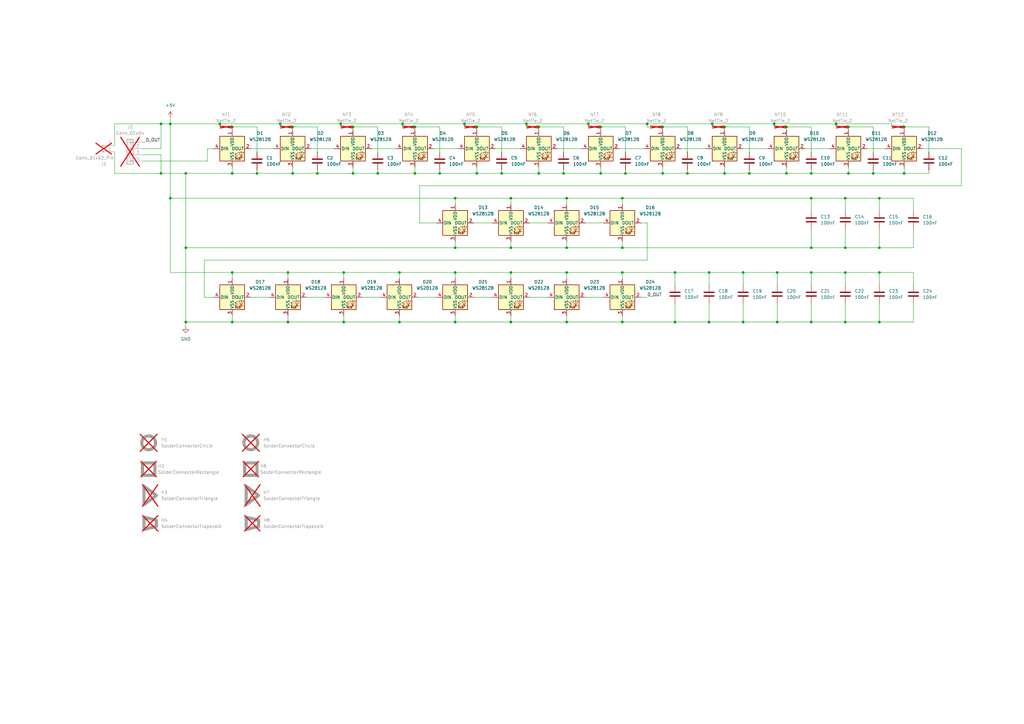
<source format=kicad_sch>
(kicad_sch
	(version 20231120)
	(generator "eeschema")
	(generator_version "8.0")
	(uuid "53113e03-519d-48a5-81e5-fb1c9313b033")
	(paper "A3")
	(lib_symbols
		(symbol "Connector:Conn_01x02_Pin"
			(pin_names
				(offset 1.016) hide)
			(exclude_from_sim no)
			(in_bom yes)
			(on_board yes)
			(property "Reference" "J"
				(at 0 2.54 0)
				(effects
					(font
						(size 1.27 1.27)
					)
				)
			)
			(property "Value" "Conn_01x02_Pin"
				(at 0 -5.08 0)
				(effects
					(font
						(size 1.27 1.27)
					)
				)
			)
			(property "Footprint" ""
				(at 0 0 0)
				(effects
					(font
						(size 1.27 1.27)
					)
					(hide yes)
				)
			)
			(property "Datasheet" "~"
				(at 0 0 0)
				(effects
					(font
						(size 1.27 1.27)
					)
					(hide yes)
				)
			)
			(property "Description" "Generic connector, single row, 01x02, script generated"
				(at 0 0 0)
				(effects
					(font
						(size 1.27 1.27)
					)
					(hide yes)
				)
			)
			(property "ki_locked" ""
				(at 0 0 0)
				(effects
					(font
						(size 1.27 1.27)
					)
				)
			)
			(property "ki_keywords" "connector"
				(at 0 0 0)
				(effects
					(font
						(size 1.27 1.27)
					)
					(hide yes)
				)
			)
			(property "ki_fp_filters" "Connector*:*_1x??_*"
				(at 0 0 0)
				(effects
					(font
						(size 1.27 1.27)
					)
					(hide yes)
				)
			)
			(symbol "Conn_01x02_Pin_1_1"
				(polyline
					(pts
						(xy 1.27 -2.54) (xy 0.8636 -2.54)
					)
					(stroke
						(width 0.1524)
						(type default)
					)
					(fill
						(type none)
					)
				)
				(polyline
					(pts
						(xy 1.27 0) (xy 0.8636 0)
					)
					(stroke
						(width 0.1524)
						(type default)
					)
					(fill
						(type none)
					)
				)
				(rectangle
					(start 0.8636 -2.413)
					(end 0 -2.667)
					(stroke
						(width 0.1524)
						(type default)
					)
					(fill
						(type outline)
					)
				)
				(rectangle
					(start 0.8636 0.127)
					(end 0 -0.127)
					(stroke
						(width 0.1524)
						(type default)
					)
					(fill
						(type outline)
					)
				)
				(pin passive line
					(at 5.08 0 180)
					(length 3.81)
					(name "Pin_1"
						(effects
							(font
								(size 1.27 1.27)
							)
						)
					)
					(number "1"
						(effects
							(font
								(size 1.27 1.27)
							)
						)
					)
				)
				(pin passive line
					(at 5.08 -2.54 180)
					(length 3.81)
					(name "Pin_2"
						(effects
							(font
								(size 1.27 1.27)
							)
						)
					)
					(number "2"
						(effects
							(font
								(size 1.27 1.27)
							)
						)
					)
				)
			)
		)
		(symbol "Connector_Generic:Conn_01x04"
			(pin_names
				(offset 1.016) hide)
			(exclude_from_sim no)
			(in_bom yes)
			(on_board yes)
			(property "Reference" "J"
				(at 0 5.08 0)
				(effects
					(font
						(size 1.27 1.27)
					)
				)
			)
			(property "Value" "Conn_01x04"
				(at 0 -7.62 0)
				(effects
					(font
						(size 1.27 1.27)
					)
				)
			)
			(property "Footprint" ""
				(at 0 0 0)
				(effects
					(font
						(size 1.27 1.27)
					)
					(hide yes)
				)
			)
			(property "Datasheet" "~"
				(at 0 0 0)
				(effects
					(font
						(size 1.27 1.27)
					)
					(hide yes)
				)
			)
			(property "Description" "Generic connector, single row, 01x04, script generated (kicad-library-utils/schlib/autogen/connector/)"
				(at 0 0 0)
				(effects
					(font
						(size 1.27 1.27)
					)
					(hide yes)
				)
			)
			(property "ki_keywords" "connector"
				(at 0 0 0)
				(effects
					(font
						(size 1.27 1.27)
					)
					(hide yes)
				)
			)
			(property "ki_fp_filters" "Connector*:*_1x??_*"
				(at 0 0 0)
				(effects
					(font
						(size 1.27 1.27)
					)
					(hide yes)
				)
			)
			(symbol "Conn_01x04_1_1"
				(rectangle
					(start -1.27 -4.953)
					(end 0 -5.207)
					(stroke
						(width 0.1524)
						(type default)
					)
					(fill
						(type none)
					)
				)
				(rectangle
					(start -1.27 -2.413)
					(end 0 -2.667)
					(stroke
						(width 0.1524)
						(type default)
					)
					(fill
						(type none)
					)
				)
				(rectangle
					(start -1.27 0.127)
					(end 0 -0.127)
					(stroke
						(width 0.1524)
						(type default)
					)
					(fill
						(type none)
					)
				)
				(rectangle
					(start -1.27 2.667)
					(end 0 2.413)
					(stroke
						(width 0.1524)
						(type default)
					)
					(fill
						(type none)
					)
				)
				(rectangle
					(start -1.27 3.81)
					(end 1.27 -6.35)
					(stroke
						(width 0.254)
						(type default)
					)
					(fill
						(type background)
					)
				)
				(pin passive line
					(at -5.08 2.54 0)
					(length 3.81)
					(name "Pin_1"
						(effects
							(font
								(size 1.27 1.27)
							)
						)
					)
					(number "1"
						(effects
							(font
								(size 1.27 1.27)
							)
						)
					)
				)
				(pin passive line
					(at -5.08 0 0)
					(length 3.81)
					(name "Pin_2"
						(effects
							(font
								(size 1.27 1.27)
							)
						)
					)
					(number "2"
						(effects
							(font
								(size 1.27 1.27)
							)
						)
					)
				)
				(pin passive line
					(at -5.08 -2.54 0)
					(length 3.81)
					(name "Pin_3"
						(effects
							(font
								(size 1.27 1.27)
							)
						)
					)
					(number "3"
						(effects
							(font
								(size 1.27 1.27)
							)
						)
					)
				)
				(pin passive line
					(at -5.08 -5.08 0)
					(length 3.81)
					(name "Pin_4"
						(effects
							(font
								(size 1.27 1.27)
							)
						)
					)
					(number "4"
						(effects
							(font
								(size 1.27 1.27)
							)
						)
					)
				)
			)
		)
		(symbol "Device:C"
			(pin_numbers hide)
			(pin_names
				(offset 0.254)
			)
			(exclude_from_sim no)
			(in_bom yes)
			(on_board yes)
			(property "Reference" "C"
				(at 0.635 2.54 0)
				(effects
					(font
						(size 1.27 1.27)
					)
					(justify left)
				)
			)
			(property "Value" "C"
				(at 0.635 -2.54 0)
				(effects
					(font
						(size 1.27 1.27)
					)
					(justify left)
				)
			)
			(property "Footprint" ""
				(at 0.9652 -3.81 0)
				(effects
					(font
						(size 1.27 1.27)
					)
					(hide yes)
				)
			)
			(property "Datasheet" "~"
				(at 0 0 0)
				(effects
					(font
						(size 1.27 1.27)
					)
					(hide yes)
				)
			)
			(property "Description" "Unpolarized capacitor"
				(at 0 0 0)
				(effects
					(font
						(size 1.27 1.27)
					)
					(hide yes)
				)
			)
			(property "ki_keywords" "cap capacitor"
				(at 0 0 0)
				(effects
					(font
						(size 1.27 1.27)
					)
					(hide yes)
				)
			)
			(property "ki_fp_filters" "C_*"
				(at 0 0 0)
				(effects
					(font
						(size 1.27 1.27)
					)
					(hide yes)
				)
			)
			(symbol "C_0_1"
				(polyline
					(pts
						(xy -2.032 -0.762) (xy 2.032 -0.762)
					)
					(stroke
						(width 0.508)
						(type default)
					)
					(fill
						(type none)
					)
				)
				(polyline
					(pts
						(xy -2.032 0.762) (xy 2.032 0.762)
					)
					(stroke
						(width 0.508)
						(type default)
					)
					(fill
						(type none)
					)
				)
			)
			(symbol "C_1_1"
				(pin passive line
					(at 0 3.81 270)
					(length 2.794)
					(name "~"
						(effects
							(font
								(size 1.27 1.27)
							)
						)
					)
					(number "1"
						(effects
							(font
								(size 1.27 1.27)
							)
						)
					)
				)
				(pin passive line
					(at 0 -3.81 90)
					(length 2.794)
					(name "~"
						(effects
							(font
								(size 1.27 1.27)
							)
						)
					)
					(number "2"
						(effects
							(font
								(size 1.27 1.27)
							)
						)
					)
				)
			)
		)
		(symbol "Device:NetTie_2"
			(pin_numbers hide)
			(pin_names
				(offset 0) hide)
			(exclude_from_sim no)
			(in_bom no)
			(on_board yes)
			(property "Reference" "NT"
				(at 0 1.27 0)
				(effects
					(font
						(size 1.27 1.27)
					)
				)
			)
			(property "Value" "NetTie_2"
				(at 0 -1.27 0)
				(effects
					(font
						(size 1.27 1.27)
					)
				)
			)
			(property "Footprint" ""
				(at 0 0 0)
				(effects
					(font
						(size 1.27 1.27)
					)
					(hide yes)
				)
			)
			(property "Datasheet" "~"
				(at 0 0 0)
				(effects
					(font
						(size 1.27 1.27)
					)
					(hide yes)
				)
			)
			(property "Description" "Net tie, 2 pins"
				(at 0 0 0)
				(effects
					(font
						(size 1.27 1.27)
					)
					(hide yes)
				)
			)
			(property "ki_keywords" "net tie short"
				(at 0 0 0)
				(effects
					(font
						(size 1.27 1.27)
					)
					(hide yes)
				)
			)
			(property "ki_fp_filters" "Net*Tie*"
				(at 0 0 0)
				(effects
					(font
						(size 1.27 1.27)
					)
					(hide yes)
				)
			)
			(symbol "NetTie_2_0_1"
				(polyline
					(pts
						(xy -1.27 0) (xy 1.27 0)
					)
					(stroke
						(width 0.254)
						(type default)
					)
					(fill
						(type none)
					)
				)
			)
			(symbol "NetTie_2_1_1"
				(pin passive line
					(at -2.54 0 0)
					(length 2.54)
					(name "1"
						(effects
							(font
								(size 1.27 1.27)
							)
						)
					)
					(number "1"
						(effects
							(font
								(size 1.27 1.27)
							)
						)
					)
				)
				(pin passive line
					(at 2.54 0 180)
					(length 2.54)
					(name "2"
						(effects
							(font
								(size 1.27 1.27)
							)
						)
					)
					(number "2"
						(effects
							(font
								(size 1.27 1.27)
							)
						)
					)
				)
			)
		)
		(symbol "Hella Bauteile:SolderConnectorCircle"
			(pin_names
				(offset 1.016)
			)
			(exclude_from_sim yes)
			(in_bom no)
			(on_board yes)
			(property "Reference" "H"
				(at 0 5.08 0)
				(effects
					(font
						(size 1.27 1.27)
					)
				)
			)
			(property "Value" "SolderConnectorCircle"
				(at 0 3.175 0)
				(effects
					(font
						(size 1.27 1.27)
					)
				)
			)
			(property "Footprint" "Hella_Bauteile:SolderConnectorCircle"
				(at 0 0 0)
				(effects
					(font
						(size 1.27 1.27)
					)
					(hide yes)
				)
			)
			(property "Datasheet" "~"
				(at 0 0 0)
				(effects
					(font
						(size 1.27 1.27)
					)
					(hide yes)
				)
			)
			(property "Description" "Mechanical solder connector"
				(at 0 0 0)
				(effects
					(font
						(size 1.27 1.27)
					)
					(hide yes)
				)
			)
			(property "ki_keywords" "Solder Connector"
				(at 0 0 0)
				(effects
					(font
						(size 1.27 1.27)
					)
					(hide yes)
				)
			)
			(property "ki_fp_filters" "MountingHole*"
				(at 0 0 0)
				(effects
					(font
						(size 1.27 1.27)
					)
					(hide yes)
				)
			)
			(symbol "SolderConnectorCircle_1_1"
				(circle
					(center 0 0)
					(radius 2.8398)
					(stroke
						(width 1.27)
						(type default)
					)
					(fill
						(type none)
					)
				)
			)
		)
		(symbol "Hella Bauteile:SolderConnectorRectangle"
			(pin_names
				(offset 1.016)
			)
			(exclude_from_sim yes)
			(in_bom no)
			(on_board yes)
			(property "Reference" "H"
				(at 0 5.08 0)
				(effects
					(font
						(size 1.27 1.27)
					)
				)
			)
			(property "Value" "SolderConnectorRectangle"
				(at 0 3.175 0)
				(effects
					(font
						(size 1.27 1.27)
					)
				)
			)
			(property "Footprint" "Hella_Bauteile:SolderConnectorRectangle"
				(at 0 0 0)
				(effects
					(font
						(size 1.27 1.27)
					)
					(hide yes)
				)
			)
			(property "Datasheet" "~"
				(at 0 0 0)
				(effects
					(font
						(size 1.27 1.27)
					)
					(hide yes)
				)
			)
			(property "Description" "Mechanical solder connector"
				(at 0 0 0)
				(effects
					(font
						(size 1.27 1.27)
					)
					(hide yes)
				)
			)
			(property "ki_keywords" "Solder Connector"
				(at 0 0 0)
				(effects
					(font
						(size 1.27 1.27)
					)
					(hide yes)
				)
			)
			(property "ki_fp_filters" "MountingHole*"
				(at 0 0 0)
				(effects
					(font
						(size 1.27 1.27)
					)
					(hide yes)
				)
			)
			(symbol "SolderConnectorRectangle_1_1"
				(rectangle
					(start -2.54 2.54)
					(end 2.54 -2.54)
					(stroke
						(width 1.27)
						(type default)
					)
					(fill
						(type none)
					)
				)
			)
		)
		(symbol "Hella Bauteile:SolderConnectorTrapezoid"
			(pin_names
				(offset 1.016)
			)
			(exclude_from_sim yes)
			(in_bom no)
			(on_board yes)
			(property "Reference" "H"
				(at 0 5.08 0)
				(effects
					(font
						(size 1.27 1.27)
					)
				)
			)
			(property "Value" "SolderConnectorTrapezoid"
				(at 0 3.175 0)
				(effects
					(font
						(size 1.27 1.27)
					)
				)
			)
			(property "Footprint" "Hella_Bauteile:SolderConnectorTrapezoid"
				(at 0 0 0)
				(effects
					(font
						(size 1.27 1.27)
					)
					(hide yes)
				)
			)
			(property "Datasheet" "~"
				(at 0 0 0)
				(effects
					(font
						(size 1.27 1.27)
					)
					(hide yes)
				)
			)
			(property "Description" "Mechanical Solder Connector"
				(at 0 0 0)
				(effects
					(font
						(size 1.27 1.27)
					)
					(hide yes)
				)
			)
			(property "ki_keywords" "Solder Connector"
				(at 0 0 0)
				(effects
					(font
						(size 1.27 1.27)
					)
					(hide yes)
				)
			)
			(property "ki_fp_filters" "MountingHole*"
				(at 0 0 0)
				(effects
					(font
						(size 1.27 1.27)
					)
					(hide yes)
				)
			)
			(symbol "SolderConnectorTrapezoid_1_1"
				(polyline
					(pts
						(xy -2.54 -2.54) (xy -2.54 2.54) (xy 2.54 1.27) (xy 2.54 -1.27) (xy -2.54 -2.54)
					)
					(stroke
						(width 1.27)
						(type default)
					)
					(fill
						(type none)
					)
				)
			)
		)
		(symbol "Hella Bauteile:SolderConnectorTriangle"
			(pin_names
				(offset 1.016)
			)
			(exclude_from_sim yes)
			(in_bom no)
			(on_board yes)
			(property "Reference" "H"
				(at 0 5.08 0)
				(effects
					(font
						(size 1.27 1.27)
					)
				)
			)
			(property "Value" "SolderConnectorTriangle"
				(at 0 3.175 0)
				(effects
					(font
						(size 1.27 1.27)
					)
				)
			)
			(property "Footprint" "Hella_Bauteile:SolderConnectorTriangle"
				(at 0 0 0)
				(effects
					(font
						(size 1.27 1.27)
					)
					(hide yes)
				)
			)
			(property "Datasheet" "~"
				(at 0 0 0)
				(effects
					(font
						(size 1.27 1.27)
					)
					(hide yes)
				)
			)
			(property "Description" "Mechanical Solder Connector"
				(at 0 0 0)
				(effects
					(font
						(size 1.27 1.27)
					)
					(hide yes)
				)
			)
			(property "ki_keywords" "Solder Connector"
				(at 0 0 0)
				(effects
					(font
						(size 1.27 1.27)
					)
					(hide yes)
				)
			)
			(property "ki_fp_filters" "MountingHole*"
				(at 0 0 0)
				(effects
					(font
						(size 1.27 1.27)
					)
					(hide yes)
				)
			)
			(symbol "SolderConnectorTriangle_1_1"
				(polyline
					(pts
						(xy -2.54 3.81) (xy -2.54 -3.81) (xy 2.54 0) (xy -2.54 3.81)
					)
					(stroke
						(width 1.27)
						(type default)
					)
					(fill
						(type none)
					)
				)
			)
		)
		(symbol "LED:WS2812B"
			(pin_names
				(offset 0.254)
			)
			(exclude_from_sim no)
			(in_bom yes)
			(on_board yes)
			(property "Reference" "D"
				(at 5.08 5.715 0)
				(effects
					(font
						(size 1.27 1.27)
					)
					(justify right bottom)
				)
			)
			(property "Value" "WS2812B"
				(at 1.27 -5.715 0)
				(effects
					(font
						(size 1.27 1.27)
					)
					(justify left top)
				)
			)
			(property "Footprint" "LED_SMD:LED_WS2812B_PLCC4_5.0x5.0mm_P3.2mm"
				(at 1.27 -7.62 0)
				(effects
					(font
						(size 1.27 1.27)
					)
					(justify left top)
					(hide yes)
				)
			)
			(property "Datasheet" "https://cdn-shop.adafruit.com/datasheets/WS2812B.pdf"
				(at 2.54 -9.525 0)
				(effects
					(font
						(size 1.27 1.27)
					)
					(justify left top)
					(hide yes)
				)
			)
			(property "Description" "RGB LED with integrated controller"
				(at 0 0 0)
				(effects
					(font
						(size 1.27 1.27)
					)
					(hide yes)
				)
			)
			(property "ki_keywords" "RGB LED NeoPixel addressable"
				(at 0 0 0)
				(effects
					(font
						(size 1.27 1.27)
					)
					(hide yes)
				)
			)
			(property "ki_fp_filters" "LED*WS2812*PLCC*5.0x5.0mm*P3.2mm*"
				(at 0 0 0)
				(effects
					(font
						(size 1.27 1.27)
					)
					(hide yes)
				)
			)
			(symbol "WS2812B_0_0"
				(text "RGB"
					(at 2.286 -4.191 0)
					(effects
						(font
							(size 0.762 0.762)
						)
					)
				)
			)
			(symbol "WS2812B_0_1"
				(polyline
					(pts
						(xy 1.27 -3.556) (xy 1.778 -3.556)
					)
					(stroke
						(width 0)
						(type default)
					)
					(fill
						(type none)
					)
				)
				(polyline
					(pts
						(xy 1.27 -2.54) (xy 1.778 -2.54)
					)
					(stroke
						(width 0)
						(type default)
					)
					(fill
						(type none)
					)
				)
				(polyline
					(pts
						(xy 4.699 -3.556) (xy 2.667 -3.556)
					)
					(stroke
						(width 0)
						(type default)
					)
					(fill
						(type none)
					)
				)
				(polyline
					(pts
						(xy 2.286 -2.54) (xy 1.27 -3.556) (xy 1.27 -3.048)
					)
					(stroke
						(width 0)
						(type default)
					)
					(fill
						(type none)
					)
				)
				(polyline
					(pts
						(xy 2.286 -1.524) (xy 1.27 -2.54) (xy 1.27 -2.032)
					)
					(stroke
						(width 0)
						(type default)
					)
					(fill
						(type none)
					)
				)
				(polyline
					(pts
						(xy 3.683 -1.016) (xy 3.683 -3.556) (xy 3.683 -4.064)
					)
					(stroke
						(width 0)
						(type default)
					)
					(fill
						(type none)
					)
				)
				(polyline
					(pts
						(xy 4.699 -1.524) (xy 2.667 -1.524) (xy 3.683 -3.556) (xy 4.699 -1.524)
					)
					(stroke
						(width 0)
						(type default)
					)
					(fill
						(type none)
					)
				)
				(rectangle
					(start 5.08 5.08)
					(end -5.08 -5.08)
					(stroke
						(width 0.254)
						(type default)
					)
					(fill
						(type background)
					)
				)
			)
			(symbol "WS2812B_1_1"
				(pin power_in line
					(at 0 7.62 270)
					(length 2.54)
					(name "VDD"
						(effects
							(font
								(size 1.27 1.27)
							)
						)
					)
					(number "1"
						(effects
							(font
								(size 1.27 1.27)
							)
						)
					)
				)
				(pin output line
					(at 7.62 0 180)
					(length 2.54)
					(name "DOUT"
						(effects
							(font
								(size 1.27 1.27)
							)
						)
					)
					(number "2"
						(effects
							(font
								(size 1.27 1.27)
							)
						)
					)
				)
				(pin power_in line
					(at 0 -7.62 90)
					(length 2.54)
					(name "VSS"
						(effects
							(font
								(size 1.27 1.27)
							)
						)
					)
					(number "3"
						(effects
							(font
								(size 1.27 1.27)
							)
						)
					)
				)
				(pin input line
					(at -7.62 0 0)
					(length 2.54)
					(name "DIN"
						(effects
							(font
								(size 1.27 1.27)
							)
						)
					)
					(number "4"
						(effects
							(font
								(size 1.27 1.27)
							)
						)
					)
				)
			)
		)
		(symbol "power:+5V"
			(power)
			(pin_numbers hide)
			(pin_names
				(offset 0) hide)
			(exclude_from_sim no)
			(in_bom yes)
			(on_board yes)
			(property "Reference" "#PWR"
				(at 0 -3.81 0)
				(effects
					(font
						(size 1.27 1.27)
					)
					(hide yes)
				)
			)
			(property "Value" "+5V"
				(at 0 3.556 0)
				(effects
					(font
						(size 1.27 1.27)
					)
				)
			)
			(property "Footprint" ""
				(at 0 0 0)
				(effects
					(font
						(size 1.27 1.27)
					)
					(hide yes)
				)
			)
			(property "Datasheet" ""
				(at 0 0 0)
				(effects
					(font
						(size 1.27 1.27)
					)
					(hide yes)
				)
			)
			(property "Description" "Power symbol creates a global label with name \"+5V\""
				(at 0 0 0)
				(effects
					(font
						(size 1.27 1.27)
					)
					(hide yes)
				)
			)
			(property "ki_keywords" "global power"
				(at 0 0 0)
				(effects
					(font
						(size 1.27 1.27)
					)
					(hide yes)
				)
			)
			(symbol "+5V_0_1"
				(polyline
					(pts
						(xy -0.762 1.27) (xy 0 2.54)
					)
					(stroke
						(width 0)
						(type default)
					)
					(fill
						(type none)
					)
				)
				(polyline
					(pts
						(xy 0 0) (xy 0 2.54)
					)
					(stroke
						(width 0)
						(type default)
					)
					(fill
						(type none)
					)
				)
				(polyline
					(pts
						(xy 0 2.54) (xy 0.762 1.27)
					)
					(stroke
						(width 0)
						(type default)
					)
					(fill
						(type none)
					)
				)
			)
			(symbol "+5V_1_1"
				(pin power_in line
					(at 0 0 90)
					(length 0)
					(name "~"
						(effects
							(font
								(size 1.27 1.27)
							)
						)
					)
					(number "1"
						(effects
							(font
								(size 1.27 1.27)
							)
						)
					)
				)
			)
		)
		(symbol "power:GND"
			(power)
			(pin_numbers hide)
			(pin_names
				(offset 0) hide)
			(exclude_from_sim no)
			(in_bom yes)
			(on_board yes)
			(property "Reference" "#PWR"
				(at 0 -6.35 0)
				(effects
					(font
						(size 1.27 1.27)
					)
					(hide yes)
				)
			)
			(property "Value" "GND"
				(at 0 -3.81 0)
				(effects
					(font
						(size 1.27 1.27)
					)
				)
			)
			(property "Footprint" ""
				(at 0 0 0)
				(effects
					(font
						(size 1.27 1.27)
					)
					(hide yes)
				)
			)
			(property "Datasheet" ""
				(at 0 0 0)
				(effects
					(font
						(size 1.27 1.27)
					)
					(hide yes)
				)
			)
			(property "Description" "Power symbol creates a global label with name \"GND\" , ground"
				(at 0 0 0)
				(effects
					(font
						(size 1.27 1.27)
					)
					(hide yes)
				)
			)
			(property "ki_keywords" "global power"
				(at 0 0 0)
				(effects
					(font
						(size 1.27 1.27)
					)
					(hide yes)
				)
			)
			(symbol "GND_0_1"
				(polyline
					(pts
						(xy 0 0) (xy 0 -1.27) (xy 1.27 -1.27) (xy 0 -2.54) (xy -1.27 -1.27) (xy 0 -1.27)
					)
					(stroke
						(width 0)
						(type default)
					)
					(fill
						(type none)
					)
				)
			)
			(symbol "GND_1_1"
				(pin power_in line
					(at 0 0 270)
					(length 0)
					(name "~"
						(effects
							(font
								(size 1.27 1.27)
							)
						)
					)
					(number "1"
						(effects
							(font
								(size 1.27 1.27)
							)
						)
					)
				)
			)
		)
	)
	(junction
		(at 346.71 111.76)
		(diameter 0)
		(color 0 0 0 0)
		(uuid "0747b970-36a6-49c7-b70b-f8f5feef453c")
	)
	(junction
		(at 246.38 71.12)
		(diameter 0)
		(color 0 0 0 0)
		(uuid "08cf029e-1c32-40b6-bcaa-1eca485f5bf8")
	)
	(junction
		(at 241.3 50.8)
		(diameter 0)
		(color 0 0 0 0)
		(uuid "0a00229f-f85e-441d-8d5c-09cb92ad5b4a")
	)
	(junction
		(at 76.2 132.08)
		(diameter 0)
		(color 0 0 0 0)
		(uuid "0bd67d47-790d-4861-8a03-338e735e74da")
	)
	(junction
		(at 276.86 111.76)
		(diameter 0)
		(color 0 0 0 0)
		(uuid "0c06e754-831d-4f6f-a618-056db009a58a")
	)
	(junction
		(at 165.1 50.8)
		(diameter 0)
		(color 0 0 0 0)
		(uuid "0d86112a-e1c0-4b5e-aa10-089354038d95")
	)
	(junction
		(at 220.98 52.07)
		(diameter 0)
		(color 0 0 0 0)
		(uuid "1019697e-8e54-434f-a7c4-54d7e1d8d74e")
	)
	(junction
		(at 360.68 101.6)
		(diameter 0)
		(color 0 0 0 0)
		(uuid "133d90ca-33fa-473e-9508-74d44d742c59")
	)
	(junction
		(at 232.41 132.08)
		(diameter 0)
		(color 0 0 0 0)
		(uuid "1da64a3c-0705-4264-9383-ee5930581405")
	)
	(junction
		(at 140.97 111.76)
		(diameter 0)
		(color 0 0 0 0)
		(uuid "1e1d741a-6a10-400d-9bd4-00d0ff5af47b")
	)
	(junction
		(at 76.2 101.6)
		(diameter 0)
		(color 0 0 0 0)
		(uuid "1faca381-f0e4-4864-a7b8-359c9f3e36d1")
	)
	(junction
		(at 105.41 71.12)
		(diameter 0)
		(color 0 0 0 0)
		(uuid "22b1fe7a-0d74-418b-9c82-a8723a251d06")
	)
	(junction
		(at 170.18 52.07)
		(diameter 0)
		(color 0 0 0 0)
		(uuid "23560fe4-41b3-4148-9ac9-8b9982076d27")
	)
	(junction
		(at 255.27 101.6)
		(diameter 0)
		(color 0 0 0 0)
		(uuid "29d4fcb5-4adf-42d8-bf6b-0fb4bee9c6ec")
	)
	(junction
		(at 346.71 101.6)
		(diameter 0)
		(color 0 0 0 0)
		(uuid "2a57e95c-ae2e-496d-8b56-0488cc55481d")
	)
	(junction
		(at 195.58 71.12)
		(diameter 0)
		(color 0 0 0 0)
		(uuid "2e80a63d-13c5-4064-8e6e-3efcab223bee")
	)
	(junction
		(at 195.58 52.07)
		(diameter 0)
		(color 0 0 0 0)
		(uuid "2f2c63c7-3a4b-4a46-b144-63595a8f70e3")
	)
	(junction
		(at 209.55 111.76)
		(diameter 0)
		(color 0 0 0 0)
		(uuid "3175206f-b01c-4c8c-aa2e-dcee2a81451e")
	)
	(junction
		(at 342.9 50.8)
		(diameter 0)
		(color 0 0 0 0)
		(uuid "31bc1758-00fc-4f86-be5b-018ab502778e")
	)
	(junction
		(at 370.84 71.12)
		(diameter 0)
		(color 0 0 0 0)
		(uuid "341c7525-276e-459b-8eda-69809fed5ba2")
	)
	(junction
		(at 360.68 81.28)
		(diameter 0)
		(color 0 0 0 0)
		(uuid "349bb015-af7f-4354-9cc3-e7d54ee6a210")
	)
	(junction
		(at 255.27 111.76)
		(diameter 0)
		(color 0 0 0 0)
		(uuid "350fc7d5-616b-498f-ad47-98d4a3f3dc79")
	)
	(junction
		(at 186.69 81.28)
		(diameter 0)
		(color 0 0 0 0)
		(uuid "3554cb6d-f438-4c1b-a48a-34074fc06925")
	)
	(junction
		(at 332.74 111.76)
		(diameter 0)
		(color 0 0 0 0)
		(uuid "36cf4049-a924-4261-bf28-ccefc9ee2ffd")
	)
	(junction
		(at 358.14 71.12)
		(diameter 0)
		(color 0 0 0 0)
		(uuid "3832607e-419d-4446-8636-7fd01d4d58a9")
	)
	(junction
		(at 118.11 111.76)
		(diameter 0)
		(color 0 0 0 0)
		(uuid "3a3af2d4-fec0-473a-9876-c7f4f1f373f7")
	)
	(junction
		(at 318.77 111.76)
		(diameter 0)
		(color 0 0 0 0)
		(uuid "3ae29954-2621-4199-91ac-cbffe888c6f6")
	)
	(junction
		(at 271.78 52.07)
		(diameter 0)
		(color 0 0 0 0)
		(uuid "3bc59364-709c-4f95-ac06-4bc68e9f7a4c")
	)
	(junction
		(at 255.27 132.08)
		(diameter 0)
		(color 0 0 0 0)
		(uuid "3c3775fd-8cad-4d32-b4cc-1bbdf768c0ad")
	)
	(junction
		(at 118.11 132.08)
		(diameter 0)
		(color 0 0 0 0)
		(uuid "432dab3e-393c-4a6a-b949-b15ff9c318d4")
	)
	(junction
		(at 347.98 52.07)
		(diameter 0)
		(color 0 0 0 0)
		(uuid "44556b3c-f02d-4215-bd61-c8572c50cf53")
	)
	(junction
		(at 205.74 71.12)
		(diameter 0)
		(color 0 0 0 0)
		(uuid "448841f6-2743-4a66-a235-3b022b948db6")
	)
	(junction
		(at 290.83 111.76)
		(diameter 0)
		(color 0 0 0 0)
		(uuid "44b5ddcf-45b1-4204-8003-5c6f869e9c92")
	)
	(junction
		(at 114.935 50.8)
		(diameter 0)
		(color 0 0 0 0)
		(uuid "4647ff65-1824-4aff-98e8-799cc959a37d")
	)
	(junction
		(at 317.5 50.8)
		(diameter 0)
		(color 0 0 0 0)
		(uuid "506021e3-b2b1-4178-82dc-e02f4fb7873c")
	)
	(junction
		(at 297.18 52.07)
		(diameter 0)
		(color 0 0 0 0)
		(uuid "51728275-d3da-40ba-9772-1f46254c694f")
	)
	(junction
		(at 332.74 101.6)
		(diameter 0)
		(color 0 0 0 0)
		(uuid "52addfc0-379c-4af1-a4b3-12c7d1016ad1")
	)
	(junction
		(at 265.43 50.8)
		(diameter 0)
		(color 0 0 0 0)
		(uuid "52e86962-1c2a-409f-bfd1-5dda8cab3fbf")
	)
	(junction
		(at 281.94 71.12)
		(diameter 0)
		(color 0 0 0 0)
		(uuid "54f25525-b638-463c-9749-6e4118685012")
	)
	(junction
		(at 120.015 52.07)
		(diameter 0)
		(color 0 0 0 0)
		(uuid "595e112a-b228-4e36-a568-74077db2c492")
	)
	(junction
		(at 139.7 50.8)
		(diameter 0)
		(color 0 0 0 0)
		(uuid "5d19a786-5fd2-4235-b1df-c6d260df65dc")
	)
	(junction
		(at 276.86 132.08)
		(diameter 0)
		(color 0 0 0 0)
		(uuid "5fdb9117-8499-422f-b45d-d1cdaad4244a")
	)
	(junction
		(at 290.83 132.08)
		(diameter 0)
		(color 0 0 0 0)
		(uuid "5ff8e522-13ce-4196-b35d-142e3e772072")
	)
	(junction
		(at 256.54 71.12)
		(diameter 0)
		(color 0 0 0 0)
		(uuid "639e86e4-e2f3-46e0-a1e5-4610684725f9")
	)
	(junction
		(at 95.25 111.76)
		(diameter 0)
		(color 0 0 0 0)
		(uuid "64b2b423-9b25-4090-87d7-19351ed3907a")
	)
	(junction
		(at 292.1 50.8)
		(diameter 0)
		(color 0 0 0 0)
		(uuid "655b432a-40e0-463e-829c-24835977d51b")
	)
	(junction
		(at 76.2 71.12)
		(diameter 0)
		(color 0 0 0 0)
		(uuid "66bb54dd-d39a-44fd-818b-08389bbd4bcb")
	)
	(junction
		(at 322.58 71.12)
		(diameter 0)
		(color 0 0 0 0)
		(uuid "686a32a5-e970-4615-8275-aeb01eeecd42")
	)
	(junction
		(at 90.17 50.8)
		(diameter 0)
		(color 0 0 0 0)
		(uuid "6914351f-ca51-4d9e-a656-a67728c8ccb6")
	)
	(junction
		(at 232.41 101.6)
		(diameter 0)
		(color 0 0 0 0)
		(uuid "6ee6ef4f-8788-4985-a8ab-7706ebb37414")
	)
	(junction
		(at 66.04 71.12)
		(diameter 0)
		(color 0 0 0 0)
		(uuid "70b86b85-ae6a-41b2-96b4-c5b773d8619b")
	)
	(junction
		(at 69.85 81.28)
		(diameter 0)
		(color 0 0 0 0)
		(uuid "77e4e9a8-5c4c-46c5-a03d-82a41ba60ea9")
	)
	(junction
		(at 95.25 132.08)
		(diameter 0)
		(color 0 0 0 0)
		(uuid "80879575-7a19-4518-937c-799ebabe7d9f")
	)
	(junction
		(at 186.69 132.08)
		(diameter 0)
		(color 0 0 0 0)
		(uuid "821e7027-a284-45d4-9c56-56e957501ebe")
	)
	(junction
		(at 360.68 111.76)
		(diameter 0)
		(color 0 0 0 0)
		(uuid "856b35f5-c5b3-4cca-b9f3-fba63d7c2abc")
	)
	(junction
		(at 69.85 50.8)
		(diameter 0)
		(color 0 0 0 0)
		(uuid "8930bb3a-2703-4f9e-bffb-a1590e8262a3")
	)
	(junction
		(at 360.68 132.08)
		(diameter 0)
		(color 0 0 0 0)
		(uuid "8c221d19-2cbc-4768-a356-8dea425994a5")
	)
	(junction
		(at 255.27 81.28)
		(diameter 0)
		(color 0 0 0 0)
		(uuid "8ffe337f-4925-468b-9909-113d04a3256c")
	)
	(junction
		(at 307.34 71.12)
		(diameter 0)
		(color 0 0 0 0)
		(uuid "90221989-d3c7-47f6-8269-9b2efcd5a318")
	)
	(junction
		(at 370.84 52.07)
		(diameter 0)
		(color 0 0 0 0)
		(uuid "9ae0c026-323b-4586-82ce-fa7858f2d392")
	)
	(junction
		(at 66.04 50.8)
		(diameter 0)
		(color 0 0 0 0)
		(uuid "9b384a61-0ba3-43fa-998e-83560d3a745f")
	)
	(junction
		(at 332.74 81.28)
		(diameter 0)
		(color 0 0 0 0)
		(uuid "9b43ed89-b12a-46a5-88b7-f22c8a39744a")
	)
	(junction
		(at 180.34 71.12)
		(diameter 0)
		(color 0 0 0 0)
		(uuid "9db463ca-22b3-4bf0-9dd2-9ffda1cb0bee")
	)
	(junction
		(at 95.25 71.12)
		(diameter 0)
		(color 0 0 0 0)
		(uuid "a445ee41-8a9e-4f9f-bccf-d1137e0c1cd6")
	)
	(junction
		(at 322.58 52.07)
		(diameter 0)
		(color 0 0 0 0)
		(uuid "a574491b-c224-48ec-b5a0-3e11af413cf1")
	)
	(junction
		(at 209.55 81.28)
		(diameter 0)
		(color 0 0 0 0)
		(uuid "a96a12a3-2475-4015-99b0-aba1f6028cc1")
	)
	(junction
		(at 304.8 111.76)
		(diameter 0)
		(color 0 0 0 0)
		(uuid "aca8d2b1-a20c-4bfc-bbcd-e55f9fda4e54")
	)
	(junction
		(at 332.74 132.08)
		(diameter 0)
		(color 0 0 0 0)
		(uuid "b1ceb4e9-9747-42ae-a72e-63d6eb17b5cd")
	)
	(junction
		(at 130.175 71.12)
		(diameter 0)
		(color 0 0 0 0)
		(uuid "b26b2ffe-570f-4a93-8195-2db31e4448f1")
	)
	(junction
		(at 209.55 101.6)
		(diameter 0)
		(color 0 0 0 0)
		(uuid "b4f02293-8520-49cc-9b31-7e87a4d8cf5a")
	)
	(junction
		(at 232.41 81.28)
		(diameter 0)
		(color 0 0 0 0)
		(uuid "ba93e8e0-6c53-4cb2-9fb1-cc2bbc192e5c")
	)
	(junction
		(at 95.25 52.07)
		(diameter 0)
		(color 0 0 0 0)
		(uuid "bd760802-34cf-4705-9c62-5aba2343e387")
	)
	(junction
		(at 231.14 71.12)
		(diameter 0)
		(color 0 0 0 0)
		(uuid "be2f3ada-28b3-42dc-9ffa-61d1631d08e9")
	)
	(junction
		(at 163.83 132.08)
		(diameter 0)
		(color 0 0 0 0)
		(uuid "bf97ad67-4f70-4c7b-b09b-43abc135b92a")
	)
	(junction
		(at 318.77 132.08)
		(diameter 0)
		(color 0 0 0 0)
		(uuid "c1c16f84-f2f9-41a5-9fb7-d7ddbd946e56")
	)
	(junction
		(at 246.38 52.07)
		(diameter 0)
		(color 0 0 0 0)
		(uuid "c56e90b0-ae0f-406c-92ef-5564fab6f7db")
	)
	(junction
		(at 154.94 71.12)
		(diameter 0)
		(color 0 0 0 0)
		(uuid "c995d053-5c88-4341-b90a-72471c0e5ad9")
	)
	(junction
		(at 346.71 81.28)
		(diameter 0)
		(color 0 0 0 0)
		(uuid "cae31f10-6a58-420b-9be3-63dfc6bcb3d6")
	)
	(junction
		(at 220.98 71.12)
		(diameter 0)
		(color 0 0 0 0)
		(uuid "cf12e744-5747-42aa-ae8b-cb3dcfd0b9e3")
	)
	(junction
		(at 346.71 132.08)
		(diameter 0)
		(color 0 0 0 0)
		(uuid "cf1c97c1-1334-483c-bd02-bf3d30d203c5")
	)
	(junction
		(at 209.55 132.08)
		(diameter 0)
		(color 0 0 0 0)
		(uuid "cf88bcbf-761f-45fb-81fd-98584fbc601f")
	)
	(junction
		(at 190.5 50.8)
		(diameter 0)
		(color 0 0 0 0)
		(uuid "d03eba8e-a19b-4784-991d-19d156242840")
	)
	(junction
		(at 140.97 132.08)
		(diameter 0)
		(color 0 0 0 0)
		(uuid "d2192d04-6af1-4544-b6c2-0a69316be5dd")
	)
	(junction
		(at 232.41 111.76)
		(diameter 0)
		(color 0 0 0 0)
		(uuid "dcc48178-a7c3-4a3a-8764-f11102b6a485")
	)
	(junction
		(at 347.98 71.12)
		(diameter 0)
		(color 0 0 0 0)
		(uuid "de5413b9-2332-486f-8b1f-e4e34f695a16")
	)
	(junction
		(at 163.83 111.76)
		(diameter 0)
		(color 0 0 0 0)
		(uuid "e4b1fe37-98b0-43f8-9021-c5fcad84b43d")
	)
	(junction
		(at 186.69 111.76)
		(diameter 0)
		(color 0 0 0 0)
		(uuid "e5a5c813-85be-4426-972c-408a837b469d")
	)
	(junction
		(at 144.78 71.12)
		(diameter 0)
		(color 0 0 0 0)
		(uuid "e6b12ca4-7188-44df-ac39-9458c7787c9d")
	)
	(junction
		(at 304.8 132.08)
		(diameter 0)
		(color 0 0 0 0)
		(uuid "e78e6f8f-86fb-4a97-a273-ebe116d2eaec")
	)
	(junction
		(at 271.78 71.12)
		(diameter 0)
		(color 0 0 0 0)
		(uuid "e92332a3-955a-4126-8cf2-4bb14721ae4b")
	)
	(junction
		(at 297.18 71.12)
		(diameter 0)
		(color 0 0 0 0)
		(uuid "e9c62fbf-3408-4944-8757-9a0aba64e6c8")
	)
	(junction
		(at 186.69 101.6)
		(diameter 0)
		(color 0 0 0 0)
		(uuid "f2a8e885-2c12-426d-9628-f904c6e10312")
	)
	(junction
		(at 120.015 71.12)
		(diameter 0)
		(color 0 0 0 0)
		(uuid "f4ed5050-5c8a-40e0-b5c6-87016355bd34")
	)
	(junction
		(at 215.9 50.8)
		(diameter 0)
		(color 0 0 0 0)
		(uuid "f5e49e24-92f7-4fe7-b009-d89bf1d32016")
	)
	(junction
		(at 332.74 71.12)
		(diameter 0)
		(color 0 0 0 0)
		(uuid "f6c62fea-5480-43dd-8221-8af6bf04696e")
	)
	(junction
		(at 170.18 71.12)
		(diameter 0)
		(color 0 0 0 0)
		(uuid "f7b06e02-d663-4a16-b699-bc416b427c1d")
	)
	(junction
		(at 144.78 52.07)
		(diameter 0)
		(color 0 0 0 0)
		(uuid "fd15c5d2-323a-4214-880e-b4d5d2fbdd99")
	)
	(wire
		(pts
			(xy 307.34 52.07) (xy 297.18 52.07)
		)
		(stroke
			(width 0)
			(type default)
		)
		(uuid "000a9b11-2fd5-4a82-aeee-0f1b9c12acf4")
	)
	(wire
		(pts
			(xy 209.55 129.54) (xy 209.55 132.08)
		)
		(stroke
			(width 0)
			(type default)
		)
		(uuid "007dec1a-524a-4392-95f4-6f3875966a1f")
	)
	(wire
		(pts
			(xy 217.17 91.44) (xy 224.79 91.44)
		)
		(stroke
			(width 0)
			(type default)
		)
		(uuid "0410defb-71ee-40ea-8921-92a347b9e57c")
	)
	(wire
		(pts
			(xy 281.94 62.23) (xy 281.94 52.07)
		)
		(stroke
			(width 0)
			(type default)
		)
		(uuid "04d86313-2406-4ff0-ae51-c2c5435b1c75")
	)
	(wire
		(pts
			(xy 297.18 68.58) (xy 297.18 71.12)
		)
		(stroke
			(width 0)
			(type default)
		)
		(uuid "0bc5d126-3bb0-4912-a5b1-5f20937f9d20")
	)
	(wire
		(pts
			(xy 180.34 62.23) (xy 180.34 52.07)
		)
		(stroke
			(width 0)
			(type default)
		)
		(uuid "0bea1518-7661-448f-bd5d-3f0458a6f848")
	)
	(wire
		(pts
			(xy 360.68 101.6) (xy 374.65 101.6)
		)
		(stroke
			(width 0)
			(type default)
		)
		(uuid "0bfdd29d-673a-49b1-8c6f-0aaf2c9017f4")
	)
	(wire
		(pts
			(xy 95.25 71.12) (xy 105.41 71.12)
		)
		(stroke
			(width 0)
			(type default)
		)
		(uuid "0c00f2d3-66c6-416f-96d9-63d23f7908b4")
	)
	(wire
		(pts
			(xy 209.55 132.08) (xy 186.69 132.08)
		)
		(stroke
			(width 0)
			(type default)
		)
		(uuid "0c37b369-ea67-4ef5-b5ab-92e46e7fe7eb")
	)
	(wire
		(pts
			(xy 255.27 101.6) (xy 232.41 101.6)
		)
		(stroke
			(width 0)
			(type default)
		)
		(uuid "0ca6bfb5-a751-4626-9de8-3df219b376c3")
	)
	(wire
		(pts
			(xy 90.17 50.8) (xy 114.935 50.8)
		)
		(stroke
			(width 0)
			(type default)
		)
		(uuid "0f5b9a4a-1da1-4b74-ba1a-b3c09330f5c4")
	)
	(wire
		(pts
			(xy 186.69 111.76) (xy 209.55 111.76)
		)
		(stroke
			(width 0)
			(type default)
		)
		(uuid "11e21057-a188-40c5-aa63-a86ed311a3eb")
	)
	(wire
		(pts
			(xy 271.78 52.07) (xy 271.78 53.34)
		)
		(stroke
			(width 0)
			(type default)
		)
		(uuid "1319fba9-cb63-445a-9a9e-d16a6278b765")
	)
	(wire
		(pts
			(xy 370.84 71.12) (xy 381 71.12)
		)
		(stroke
			(width 0)
			(type default)
		)
		(uuid "14d00918-a4a5-425b-b0ae-ccfb1fbfb514")
	)
	(wire
		(pts
			(xy 370.84 68.58) (xy 370.84 71.12)
		)
		(stroke
			(width 0)
			(type default)
		)
		(uuid "151e8b73-76f9-4227-9303-9c96c7472325")
	)
	(wire
		(pts
			(xy 76.2 71.12) (xy 95.25 71.12)
		)
		(stroke
			(width 0)
			(type default)
		)
		(uuid "15bec946-94c8-46ea-b4c3-4b83974f8351")
	)
	(wire
		(pts
			(xy 240.03 91.44) (xy 247.65 91.44)
		)
		(stroke
			(width 0)
			(type default)
		)
		(uuid "1636cd1c-9fdb-4e9b-a9a1-282a91fc8c6b")
	)
	(wire
		(pts
			(xy 304.8 132.08) (xy 318.77 132.08)
		)
		(stroke
			(width 0)
			(type default)
		)
		(uuid "16b5b174-4987-4ef2-8118-d00578c44b54")
	)
	(wire
		(pts
			(xy 360.68 81.28) (xy 360.68 86.36)
		)
		(stroke
			(width 0)
			(type default)
		)
		(uuid "19666175-ccef-47fb-b8e8-a554b2086dc5")
	)
	(wire
		(pts
			(xy 85.09 66.04) (xy 85.09 60.96)
		)
		(stroke
			(width 0)
			(type default)
		)
		(uuid "19aebe4e-75ba-4a00-8469-8a0d0ec983e4")
	)
	(wire
		(pts
			(xy 120.015 71.12) (xy 130.175 71.12)
		)
		(stroke
			(width 0)
			(type default)
		)
		(uuid "1c7192c2-4b53-4f32-8142-5fa66a1d5c39")
	)
	(wire
		(pts
			(xy 209.55 99.06) (xy 209.55 101.6)
		)
		(stroke
			(width 0)
			(type default)
		)
		(uuid "1de2aa6b-048a-493e-bacb-9eea6ac7cbc6")
	)
	(wire
		(pts
			(xy 241.3 50.8) (xy 241.3 52.07)
		)
		(stroke
			(width 0)
			(type default)
		)
		(uuid "1e3dcf4f-d665-4a27-b8bc-f0ac3d4ba327")
	)
	(wire
		(pts
			(xy 205.74 71.12) (xy 220.98 71.12)
		)
		(stroke
			(width 0)
			(type default)
		)
		(uuid "1f7c42e8-a109-4d1b-881a-e23c28bd1918")
	)
	(wire
		(pts
			(xy 195.58 68.58) (xy 195.58 71.12)
		)
		(stroke
			(width 0)
			(type default)
		)
		(uuid "1fc79cc5-b6c2-43d1-ac7e-b41d7fce4d65")
	)
	(wire
		(pts
			(xy 276.86 124.46) (xy 276.86 132.08)
		)
		(stroke
			(width 0)
			(type default)
		)
		(uuid "2053397d-dae8-4b1b-b0f4-5d831a82cba4")
	)
	(wire
		(pts
			(xy 69.85 81.28) (xy 186.69 81.28)
		)
		(stroke
			(width 0)
			(type default)
		)
		(uuid "220f2058-313c-4372-aa69-5ccd52d2dc11")
	)
	(wire
		(pts
			(xy 322.58 71.12) (xy 332.74 71.12)
		)
		(stroke
			(width 0)
			(type default)
		)
		(uuid "22327813-3e41-4a58-b236-b093c1d0fa7b")
	)
	(wire
		(pts
			(xy 262.89 91.44) (xy 265.43 91.44)
		)
		(stroke
			(width 0)
			(type default)
		)
		(uuid "262e4d55-75d0-4404-aca5-1bff4ef4dfc2")
	)
	(wire
		(pts
			(xy 290.83 132.08) (xy 304.8 132.08)
		)
		(stroke
			(width 0)
			(type default)
		)
		(uuid "267e38c5-646a-4fae-b5a7-de475b351ee0")
	)
	(wire
		(pts
			(xy 255.27 81.28) (xy 255.27 83.82)
		)
		(stroke
			(width 0)
			(type default)
		)
		(uuid "284e02d4-a5c9-4b09-b2a4-d98d4a5567f8")
	)
	(wire
		(pts
			(xy 332.74 111.76) (xy 346.71 111.76)
		)
		(stroke
			(width 0)
			(type default)
		)
		(uuid "285e2758-9928-4d74-b40c-5a09a6beda62")
	)
	(wire
		(pts
			(xy 215.9 50.8) (xy 215.9 52.07)
		)
		(stroke
			(width 0)
			(type default)
		)
		(uuid "29337ed0-6dd4-478a-ae5e-153ebf4972ac")
	)
	(wire
		(pts
			(xy 130.175 62.23) (xy 130.175 52.07)
		)
		(stroke
			(width 0)
			(type default)
		)
		(uuid "29bb4b41-2261-4675-875b-27544369d0bf")
	)
	(wire
		(pts
			(xy 232.41 129.54) (xy 232.41 132.08)
		)
		(stroke
			(width 0)
			(type default)
		)
		(uuid "2a98bdc1-5ffb-467d-a636-32ff5382bc42")
	)
	(wire
		(pts
			(xy 254 60.96) (xy 264.16 60.96)
		)
		(stroke
			(width 0)
			(type default)
		)
		(uuid "2ac724f4-cbfc-4416-92ad-11c45d49b7b7")
	)
	(wire
		(pts
			(xy 220.98 52.07) (xy 220.98 53.34)
		)
		(stroke
			(width 0)
			(type default)
		)
		(uuid "2d7b72ae-6def-4326-bf6d-8b25c164dc5d")
	)
	(wire
		(pts
			(xy 83.82 121.92) (xy 87.63 121.92)
		)
		(stroke
			(width 0)
			(type default)
		)
		(uuid "2f23d766-7d95-4870-a4a5-c5e701381165")
	)
	(wire
		(pts
			(xy 231.14 69.85) (xy 231.14 71.12)
		)
		(stroke
			(width 0)
			(type default)
		)
		(uuid "2f257bc9-a3d7-4083-8fe3-dc68a3214c1b")
	)
	(wire
		(pts
			(xy 322.58 52.07) (xy 322.58 53.34)
		)
		(stroke
			(width 0)
			(type default)
		)
		(uuid "2f70df54-9183-4cf8-9091-b97664d1dd96")
	)
	(wire
		(pts
			(xy 276.86 132.08) (xy 290.83 132.08)
		)
		(stroke
			(width 0)
			(type default)
		)
		(uuid "30374007-8fb5-42c6-8c68-7acebf3db181")
	)
	(wire
		(pts
			(xy 394.335 60.96) (xy 378.46 60.96)
		)
		(stroke
			(width 0)
			(type default)
		)
		(uuid "30e6a537-166b-4cdc-9883-ae5897008272")
	)
	(wire
		(pts
			(xy 265.43 50.8) (xy 292.1 50.8)
		)
		(stroke
			(width 0)
			(type default)
		)
		(uuid "31fce0b3-8272-448a-89be-7ec74c6577f3")
	)
	(wire
		(pts
			(xy 163.83 132.08) (xy 140.97 132.08)
		)
		(stroke
			(width 0)
			(type default)
		)
		(uuid "32342780-7e70-4699-a89c-2d207f1019f2")
	)
	(wire
		(pts
			(xy 152.4 60.96) (xy 162.56 60.96)
		)
		(stroke
			(width 0)
			(type default)
		)
		(uuid "32d7ba20-201a-4483-ad64-72674113d55b")
	)
	(wire
		(pts
			(xy 240.03 121.92) (xy 247.65 121.92)
		)
		(stroke
			(width 0)
			(type default)
		)
		(uuid "32fca62b-6cf1-4fa2-8166-f7a1202ced51")
	)
	(wire
		(pts
			(xy 318.77 132.08) (xy 332.74 132.08)
		)
		(stroke
			(width 0)
			(type default)
		)
		(uuid "344b86a0-8b28-4724-8081-9cde0cf90828")
	)
	(wire
		(pts
			(xy 58.42 66.04) (xy 85.09 66.04)
		)
		(stroke
			(width 0)
			(type default)
		)
		(uuid "345c2a4c-4c59-4142-a2eb-6b49c502de8f")
	)
	(wire
		(pts
			(xy 195.58 71.12) (xy 205.74 71.12)
		)
		(stroke
			(width 0)
			(type default)
		)
		(uuid "34f4bb7b-e4c9-46e1-83a7-8af2cf63d2eb")
	)
	(wire
		(pts
			(xy 186.69 99.06) (xy 186.69 101.6)
		)
		(stroke
			(width 0)
			(type default)
		)
		(uuid "35ca1990-0b59-4ad2-8ab2-7a1a95b8bb08")
	)
	(wire
		(pts
			(xy 255.27 132.08) (xy 276.86 132.08)
		)
		(stroke
			(width 0)
			(type default)
		)
		(uuid "368d3a56-1137-45ec-bc3d-7f9e2a4bcf63")
	)
	(wire
		(pts
			(xy 195.58 52.07) (xy 195.58 53.34)
		)
		(stroke
			(width 0)
			(type default)
		)
		(uuid "3884b18b-2780-41fb-aadf-eab2a63e6281")
	)
	(wire
		(pts
			(xy 318.77 124.46) (xy 318.77 132.08)
		)
		(stroke
			(width 0)
			(type default)
		)
		(uuid "3a1b1b08-67b0-4ebc-b358-c377cb50236b")
	)
	(wire
		(pts
			(xy 228.6 60.96) (xy 238.76 60.96)
		)
		(stroke
			(width 0)
			(type default)
		)
		(uuid "3b200d99-6932-41bb-a3ac-0750230672bc")
	)
	(wire
		(pts
			(xy 105.41 69.85) (xy 105.41 71.12)
		)
		(stroke
			(width 0)
			(type default)
		)
		(uuid "3b25ca20-1eb7-4346-9bc0-fc3ec870086a")
	)
	(wire
		(pts
			(xy 209.55 81.28) (xy 209.55 83.82)
		)
		(stroke
			(width 0)
			(type default)
		)
		(uuid "3b89fa1d-d1c3-4962-b6f1-719945472b60")
	)
	(wire
		(pts
			(xy 374.65 81.28) (xy 374.65 86.36)
		)
		(stroke
			(width 0)
			(type default)
		)
		(uuid "3bee82f6-90d2-44f7-b0d5-b4dd2478148e")
	)
	(wire
		(pts
			(xy 130.175 52.07) (xy 120.015 52.07)
		)
		(stroke
			(width 0)
			(type default)
		)
		(uuid "3dad81cb-6fc9-4709-a04d-6308041e8230")
	)
	(wire
		(pts
			(xy 332.74 71.12) (xy 347.98 71.12)
		)
		(stroke
			(width 0)
			(type default)
		)
		(uuid "3e23a70d-738e-42c0-a322-c7be993a50e1")
	)
	(wire
		(pts
			(xy 69.85 48.26) (xy 69.85 50.8)
		)
		(stroke
			(width 0)
			(type default)
		)
		(uuid "3e9c64f5-fffd-40c6-a2ae-8b77a11aecee")
	)
	(wire
		(pts
			(xy 360.68 111.76) (xy 360.68 116.84)
		)
		(stroke
			(width 0)
			(type default)
		)
		(uuid "400e6cde-5bb8-46ec-83d4-7a95a392f986")
	)
	(wire
		(pts
			(xy 120.015 52.07) (xy 120.015 53.34)
		)
		(stroke
			(width 0)
			(type default)
		)
		(uuid "40c29ab2-e972-4399-9c71-25ed1599ecc3")
	)
	(wire
		(pts
			(xy 209.55 111.76) (xy 232.41 111.76)
		)
		(stroke
			(width 0)
			(type default)
		)
		(uuid "42e43961-18d7-47f1-a7aa-cacef2bda68e")
	)
	(wire
		(pts
			(xy 347.98 52.07) (xy 347.98 53.34)
		)
		(stroke
			(width 0)
			(type default)
		)
		(uuid "43073cdc-ddec-437e-8678-ffa69e9c244e")
	)
	(wire
		(pts
			(xy 276.86 111.76) (xy 276.86 116.84)
		)
		(stroke
			(width 0)
			(type default)
		)
		(uuid "446d41f6-ce8c-4c06-85bf-eccb1658e0b9")
	)
	(wire
		(pts
			(xy 180.34 71.12) (xy 195.58 71.12)
		)
		(stroke
			(width 0)
			(type default)
		)
		(uuid "490a4b96-ea64-4199-87dd-4613b944968f")
	)
	(wire
		(pts
			(xy 232.41 111.76) (xy 232.41 114.3)
		)
		(stroke
			(width 0)
			(type default)
		)
		(uuid "4989a5b6-b718-45ac-bbd0-e6057e2cbe52")
	)
	(wire
		(pts
			(xy 355.6 60.96) (xy 363.22 60.96)
		)
		(stroke
			(width 0)
			(type default)
		)
		(uuid "4c1e421d-666e-48f0-b859-73fb12a77667")
	)
	(wire
		(pts
			(xy 120.015 68.58) (xy 120.015 71.12)
		)
		(stroke
			(width 0)
			(type default)
		)
		(uuid "4c224efe-17d9-45e8-8494-bfe660addbd8")
	)
	(wire
		(pts
			(xy 114.935 50.8) (xy 139.7 50.8)
		)
		(stroke
			(width 0)
			(type default)
		)
		(uuid "4dc08574-dad0-46ff-b4fc-f49334285e0a")
	)
	(wire
		(pts
			(xy 281.94 52.07) (xy 271.78 52.07)
		)
		(stroke
			(width 0)
			(type default)
		)
		(uuid "4f3a824a-3639-43a1-acae-7738e09e9d48")
	)
	(wire
		(pts
			(xy 318.77 111.76) (xy 332.74 111.76)
		)
		(stroke
			(width 0)
			(type default)
		)
		(uuid "4f45056d-4103-47e3-9a8e-b7a1a1bce955")
	)
	(wire
		(pts
			(xy 95.25 132.08) (xy 95.25 129.54)
		)
		(stroke
			(width 0)
			(type default)
		)
		(uuid "4f95f9a0-9482-490e-8fe4-1d3dd5283856")
	)
	(wire
		(pts
			(xy 231.14 62.23) (xy 231.14 52.07)
		)
		(stroke
			(width 0)
			(type default)
		)
		(uuid "50542b5e-90a0-4364-9b36-74e96cb0671a")
	)
	(wire
		(pts
			(xy 194.31 91.44) (xy 201.93 91.44)
		)
		(stroke
			(width 0)
			(type default)
		)
		(uuid "50be8272-96e5-4c4b-b0d3-f715741ef087")
	)
	(wire
		(pts
			(xy 154.94 62.23) (xy 154.94 52.07)
		)
		(stroke
			(width 0)
			(type default)
		)
		(uuid "520144d3-6cf8-4b65-b7e3-6d83ca0729b1")
	)
	(wire
		(pts
			(xy 186.69 81.28) (xy 186.69 83.82)
		)
		(stroke
			(width 0)
			(type default)
		)
		(uuid "5395f68b-6652-4341-8587-2ae8fc563f8b")
	)
	(wire
		(pts
			(xy 66.04 50.8) (xy 69.85 50.8)
		)
		(stroke
			(width 0)
			(type default)
		)
		(uuid "54ef720c-c540-4006-b37e-756056a37350")
	)
	(wire
		(pts
			(xy 346.71 81.28) (xy 346.71 86.36)
		)
		(stroke
			(width 0)
			(type default)
		)
		(uuid "55aff639-798d-42ab-9163-d736f42bd661")
	)
	(wire
		(pts
			(xy 265.43 106.68) (xy 83.82 106.68)
		)
		(stroke
			(width 0)
			(type default)
		)
		(uuid "570985f3-3328-4708-a174-f0dd9b5135ad")
	)
	(wire
		(pts
			(xy 66.04 50.8) (xy 66.04 60.96)
		)
		(stroke
			(width 0)
			(type default)
		)
		(uuid "5870c375-5aab-4339-b342-05f08658a86a")
	)
	(wire
		(pts
			(xy 381 52.07) (xy 370.84 52.07)
		)
		(stroke
			(width 0)
			(type default)
		)
		(uuid "597f18eb-9b51-42b1-af54-e83fd50e4c5c")
	)
	(wire
		(pts
			(xy 46.99 71.12) (xy 66.04 71.12)
		)
		(stroke
			(width 0)
			(type default)
		)
		(uuid "5a397356-ef5d-4ef6-a3ff-d2bcff25ebe3")
	)
	(wire
		(pts
			(xy 256.54 62.23) (xy 256.54 52.07)
		)
		(stroke
			(width 0)
			(type default)
		)
		(uuid "5a3a0cb4-aba8-410d-9b92-fdb28fe8bb38")
	)
	(wire
		(pts
			(xy 360.68 124.46) (xy 360.68 132.08)
		)
		(stroke
			(width 0)
			(type default)
		)
		(uuid "5b40e1da-6a3e-4090-a721-900ac4d2ef53")
	)
	(wire
		(pts
			(xy 307.34 71.12) (xy 322.58 71.12)
		)
		(stroke
			(width 0)
			(type default)
		)
		(uuid "5bf21903-1745-47fe-90f0-b8ff5861ed30")
	)
	(wire
		(pts
			(xy 76.2 101.6) (xy 76.2 71.12)
		)
		(stroke
			(width 0)
			(type default)
		)
		(uuid "5c546d7d-1d77-4415-a735-33eac93364b2")
	)
	(wire
		(pts
			(xy 220.98 68.58) (xy 220.98 71.12)
		)
		(stroke
			(width 0)
			(type default)
		)
		(uuid "5cc1e42b-352c-4712-99ad-dbc3573e4df9")
	)
	(wire
		(pts
			(xy 139.7 50.8) (xy 139.7 52.07)
		)
		(stroke
			(width 0)
			(type default)
		)
		(uuid "5d1f0f92-f5b9-4669-92f9-0fc0f7e92d58")
	)
	(wire
		(pts
			(xy 332.74 69.85) (xy 332.74 71.12)
		)
		(stroke
			(width 0)
			(type default)
		)
		(uuid "5d43c2ff-8062-48f8-82fc-cf0151a1a825")
	)
	(wire
		(pts
			(xy 180.34 69.85) (xy 180.34 71.12)
		)
		(stroke
			(width 0)
			(type default)
		)
		(uuid "5edb038e-2150-49a8-9a69-913b13c63c32")
	)
	(wire
		(pts
			(xy 255.27 132.08) (xy 232.41 132.08)
		)
		(stroke
			(width 0)
			(type default)
		)
		(uuid "5fb580a9-bf41-410f-a531-e3cd9f1da9c2")
	)
	(wire
		(pts
			(xy 95.25 52.07) (xy 95.25 53.34)
		)
		(stroke
			(width 0)
			(type default)
		)
		(uuid "60c528bf-0f66-4ae6-9782-916c1c807397")
	)
	(wire
		(pts
			(xy 66.04 60.96) (xy 58.42 60.96)
		)
		(stroke
			(width 0)
			(type default)
		)
		(uuid "612f6c4d-1a85-4771-a630-6ebbc6a5dba7")
	)
	(wire
		(pts
			(xy 318.77 111.76) (xy 318.77 116.84)
		)
		(stroke
			(width 0)
			(type default)
		)
		(uuid "6516ba52-a048-4058-8897-a6caf44528f7")
	)
	(wire
		(pts
			(xy 171.45 121.92) (xy 179.07 121.92)
		)
		(stroke
			(width 0)
			(type default)
		)
		(uuid "6651dc77-d943-49c3-8073-31a3bec30169")
	)
	(wire
		(pts
			(xy 186.69 81.28) (xy 209.55 81.28)
		)
		(stroke
			(width 0)
			(type default)
		)
		(uuid "668c6607-3d6c-4dcb-9ead-ebda07563e8f")
	)
	(wire
		(pts
			(xy 358.14 71.12) (xy 370.84 71.12)
		)
		(stroke
			(width 0)
			(type default)
		)
		(uuid "67939a03-5d8c-488f-b075-57fa13bc8c73")
	)
	(wire
		(pts
			(xy 358.14 62.23) (xy 358.14 52.07)
		)
		(stroke
			(width 0)
			(type default)
		)
		(uuid "67e26d9d-ef32-402d-b299-e0be73b5b0da")
	)
	(wire
		(pts
			(xy 360.68 93.98) (xy 360.68 101.6)
		)
		(stroke
			(width 0)
			(type default)
		)
		(uuid "68896413-978f-4f3d-b247-fee1a1d283f1")
	)
	(wire
		(pts
			(xy 381 62.23) (xy 381 52.07)
		)
		(stroke
			(width 0)
			(type default)
		)
		(uuid "697ad96e-d29d-4653-b06b-64d2b0629753")
	)
	(wire
		(pts
			(xy 95.25 111.76) (xy 69.85 111.76)
		)
		(stroke
			(width 0)
			(type default)
		)
		(uuid "699c2852-d201-4702-9f0c-208e2874968b")
	)
	(wire
		(pts
			(xy 307.34 69.85) (xy 307.34 71.12)
		)
		(stroke
			(width 0)
			(type default)
		)
		(uuid "6a3b4294-2cee-445c-abdb-f676a7e97637")
	)
	(wire
		(pts
			(xy 114.935 50.8) (xy 114.935 52.07)
		)
		(stroke
			(width 0)
			(type default)
		)
		(uuid "6bccc787-e43d-4a98-9a85-a6af57f470d7")
	)
	(wire
		(pts
			(xy 139.7 50.8) (xy 165.1 50.8)
		)
		(stroke
			(width 0)
			(type default)
		)
		(uuid "6bee5164-d2b3-40b2-b685-81232b7dbea5")
	)
	(wire
		(pts
			(xy 374.65 111.76) (xy 374.65 116.84)
		)
		(stroke
			(width 0)
			(type default)
		)
		(uuid "6cd9e125-379f-44e4-ab7c-0076f96a6f4d")
	)
	(wire
		(pts
			(xy 165.1 50.8) (xy 165.1 52.07)
		)
		(stroke
			(width 0)
			(type default)
		)
		(uuid "6f368ac2-9b4f-448a-853a-5ca15c97086a")
	)
	(wire
		(pts
			(xy 203.2 60.96) (xy 213.36 60.96)
		)
		(stroke
			(width 0)
			(type default)
		)
		(uuid "703b2264-3061-4674-b5be-624c394eadde")
	)
	(wire
		(pts
			(xy 347.98 68.58) (xy 347.98 71.12)
		)
		(stroke
			(width 0)
			(type default)
		)
		(uuid "70529b55-2814-4eb3-b7a7-62fc7ae7908d")
	)
	(wire
		(pts
			(xy 246.38 71.12) (xy 256.54 71.12)
		)
		(stroke
			(width 0)
			(type default)
		)
		(uuid "705dea0d-d002-4878-b0ca-aa4f85586e40")
	)
	(wire
		(pts
			(xy 144.78 71.12) (xy 154.94 71.12)
		)
		(stroke
			(width 0)
			(type default)
		)
		(uuid "73a8ee32-5982-49d0-a20c-1badab551900")
	)
	(wire
		(pts
			(xy 347.98 71.12) (xy 358.14 71.12)
		)
		(stroke
			(width 0)
			(type default)
		)
		(uuid "73e6cb13-8ebf-4950-b1d6-b785e468a9c1")
	)
	(wire
		(pts
			(xy 102.87 121.92) (xy 110.49 121.92)
		)
		(stroke
			(width 0)
			(type default)
		)
		(uuid "74b06093-e71c-487a-9cd9-6e616dcca814")
	)
	(wire
		(pts
			(xy 370.84 52.07) (xy 370.84 53.34)
		)
		(stroke
			(width 0)
			(type default)
		)
		(uuid "74bc9e07-1e55-4eec-ac79-966cacd9d496")
	)
	(wire
		(pts
			(xy 154.94 52.07) (xy 144.78 52.07)
		)
		(stroke
			(width 0)
			(type default)
		)
		(uuid "7523a8c3-9520-4806-83b7-60629509e248")
	)
	(wire
		(pts
			(xy 262.89 121.92) (xy 265.43 121.92)
		)
		(stroke
			(width 0)
			(type default)
		)
		(uuid "75c683d4-11a2-4daf-9a84-5ffbd2a13cfb")
	)
	(wire
		(pts
			(xy 346.71 111.76) (xy 346.71 116.84)
		)
		(stroke
			(width 0)
			(type default)
		)
		(uuid "77e5db16-3cde-4806-af71-d6c56c3f5061")
	)
	(wire
		(pts
			(xy 255.27 111.76) (xy 255.27 114.3)
		)
		(stroke
			(width 0)
			(type default)
		)
		(uuid "79d3b71a-33e7-42b5-ba3a-27d1a5b19835")
	)
	(wire
		(pts
			(xy 66.04 71.12) (xy 76.2 71.12)
		)
		(stroke
			(width 0)
			(type default)
		)
		(uuid "79fb4a09-f590-4275-8045-b487e4036ece")
	)
	(wire
		(pts
			(xy 231.14 52.07) (xy 220.98 52.07)
		)
		(stroke
			(width 0)
			(type default)
		)
		(uuid "7e8a5275-0089-4093-be46-2bcec44ec47b")
	)
	(wire
		(pts
			(xy 358.14 69.85) (xy 358.14 71.12)
		)
		(stroke
			(width 0)
			(type default)
		)
		(uuid "7fb42f68-6c86-4beb-838f-bf2369581b06")
	)
	(wire
		(pts
			(xy 276.86 111.76) (xy 290.83 111.76)
		)
		(stroke
			(width 0)
			(type default)
		)
		(uuid "80309a25-4a5f-46a9-b29d-c1d599bed4e9")
	)
	(wire
		(pts
			(xy 265.43 52.07) (xy 265.43 50.8)
		)
		(stroke
			(width 0)
			(type default)
		)
		(uuid "809d9941-7c8d-442c-a90c-904b593bc5f6")
	)
	(wire
		(pts
			(xy 360.68 111.76) (xy 374.65 111.76)
		)
		(stroke
			(width 0)
			(type default)
		)
		(uuid "80ad1577-2cde-4492-ab62-54f7b8cd6394")
	)
	(wire
		(pts
			(xy 172.085 91.44) (xy 172.085 76.2)
		)
		(stroke
			(width 0)
			(type default)
		)
		(uuid "813a88cc-1fe4-4de8-a809-c18d739589f6")
	)
	(wire
		(pts
			(xy 374.65 124.46) (xy 374.65 132.08)
		)
		(stroke
			(width 0)
			(type default)
		)
		(uuid "82162e6b-1d4d-4ad2-9ada-6ce4e802655c")
	)
	(wire
		(pts
			(xy 163.83 129.54) (xy 163.83 132.08)
		)
		(stroke
			(width 0)
			(type default)
		)
		(uuid "838cc5b3-6c1d-4e39-994e-7d69dedea5e2")
	)
	(wire
		(pts
			(xy 271.78 68.58) (xy 271.78 71.12)
		)
		(stroke
			(width 0)
			(type default)
		)
		(uuid "8456f935-3b96-4e5c-8203-8b4083f1a063")
	)
	(wire
		(pts
			(xy 163.83 111.76) (xy 163.83 114.3)
		)
		(stroke
			(width 0)
			(type default)
		)
		(uuid "84c407e9-235e-4b23-997a-2973ef61edb3")
	)
	(wire
		(pts
			(xy 304.8 124.46) (xy 304.8 132.08)
		)
		(stroke
			(width 0)
			(type default)
		)
		(uuid "84cee638-18d8-426d-87b0-98eeeb8e092e")
	)
	(wire
		(pts
			(xy 95.25 114.3) (xy 95.25 111.76)
		)
		(stroke
			(width 0)
			(type default)
		)
		(uuid "850c67e6-0959-4b8a-8ec8-4713834e29a0")
	)
	(wire
		(pts
			(xy 332.74 81.28) (xy 346.71 81.28)
		)
		(stroke
			(width 0)
			(type default)
		)
		(uuid "850d40a7-4a5f-40d5-8430-a18e40ce632a")
	)
	(wire
		(pts
			(xy 365.76 50.8) (xy 365.76 52.07)
		)
		(stroke
			(width 0)
			(type default)
		)
		(uuid "85cf0c99-d600-4a71-8500-0a571f110cdb")
	)
	(wire
		(pts
			(xy 118.11 111.76) (xy 140.97 111.76)
		)
		(stroke
			(width 0)
			(type default)
		)
		(uuid "861a9967-bdaa-413a-b605-8a812ff83320")
	)
	(wire
		(pts
			(xy 95.25 68.58) (xy 95.25 71.12)
		)
		(stroke
			(width 0)
			(type default)
		)
		(uuid "8639c63e-fb3a-4df6-9f5d-a87dacf5c211")
	)
	(wire
		(pts
			(xy 172.085 76.2) (xy 394.335 76.2)
		)
		(stroke
			(width 0)
			(type default)
		)
		(uuid "87315f46-646a-455b-ae65-1265127cb051")
	)
	(wire
		(pts
			(xy 130.175 69.85) (xy 130.175 71.12)
		)
		(stroke
			(width 0)
			(type default)
		)
		(uuid "87854f3b-cbe6-4a0c-aa7f-3c348c042078")
	)
	(wire
		(pts
			(xy 170.18 71.12) (xy 180.34 71.12)
		)
		(stroke
			(width 0)
			(type default)
		)
		(uuid "879edeb3-a15c-4ce5-b907-9488fe1860a5")
	)
	(wire
		(pts
			(xy 346.71 132.08) (xy 360.68 132.08)
		)
		(stroke
			(width 0)
			(type default)
		)
		(uuid "88f01a5f-304f-4ae7-965c-9894e11c9019")
	)
	(wire
		(pts
			(xy 297.18 71.12) (xy 307.34 71.12)
		)
		(stroke
			(width 0)
			(type default)
		)
		(uuid "8993072e-ec55-4b0d-beae-a20206be965d")
	)
	(wire
		(pts
			(xy 304.8 60.96) (xy 314.96 60.96)
		)
		(stroke
			(width 0)
			(type default)
		)
		(uuid "8b79de29-f800-41ce-95c8-67ddd590e48d")
	)
	(wire
		(pts
			(xy 332.74 52.07) (xy 322.58 52.07)
		)
		(stroke
			(width 0)
			(type default)
		)
		(uuid "8bec9b10-7284-44dd-8d27-381a8e3ebdc1")
	)
	(wire
		(pts
			(xy 256.54 71.12) (xy 271.78 71.12)
		)
		(stroke
			(width 0)
			(type default)
		)
		(uuid "8d465baf-ae26-410e-83a0-54ec686c05fe")
	)
	(wire
		(pts
			(xy 66.04 63.5) (xy 66.04 71.12)
		)
		(stroke
			(width 0)
			(type default)
		)
		(uuid "8d8be953-cb8a-455c-8a45-fda0e1e6946d")
	)
	(wire
		(pts
			(xy 165.1 50.8) (xy 190.5 50.8)
		)
		(stroke
			(width 0)
			(type default)
		)
		(uuid "8df80447-4664-4fd7-b788-33564969a80f")
	)
	(wire
		(pts
			(xy 292.1 52.07) (xy 292.1 50.8)
		)
		(stroke
			(width 0)
			(type default)
		)
		(uuid "8e6d13ab-0010-4057-a7dc-95478eaf4114")
	)
	(wire
		(pts
			(xy 58.42 63.5) (xy 66.04 63.5)
		)
		(stroke
			(width 0)
			(type default)
		)
		(uuid "8fcef752-cf85-4cab-aa76-d12d505db71d")
	)
	(wire
		(pts
			(xy 342.9 50.8) (xy 342.9 52.07)
		)
		(stroke
			(width 0)
			(type default)
		)
		(uuid "936818bc-f0be-47a0-b519-8b9948b14553")
	)
	(wire
		(pts
			(xy 232.41 132.08) (xy 209.55 132.08)
		)
		(stroke
			(width 0)
			(type default)
		)
		(uuid "94d2c01f-3713-4a0b-946a-93b13ecbbdcd")
	)
	(wire
		(pts
			(xy 232.41 99.06) (xy 232.41 101.6)
		)
		(stroke
			(width 0)
			(type default)
		)
		(uuid "95c7139d-18b1-4f6c-b596-f28b66ac060d")
	)
	(wire
		(pts
			(xy 163.83 111.76) (xy 186.69 111.76)
		)
		(stroke
			(width 0)
			(type default)
		)
		(uuid "965e7e18-9476-473c-8cc3-7649a09669f2")
	)
	(wire
		(pts
			(xy 255.27 81.28) (xy 332.74 81.28)
		)
		(stroke
			(width 0)
			(type default)
		)
		(uuid "96ab04fe-9afe-4e3f-bc15-e00ed0128745")
	)
	(wire
		(pts
			(xy 83.82 106.68) (xy 83.82 121.92)
		)
		(stroke
			(width 0)
			(type default)
		)
		(uuid "97508eed-0ee2-4acc-8645-49eefb2949c7")
	)
	(wire
		(pts
			(xy 118.11 129.54) (xy 118.11 132.08)
		)
		(stroke
			(width 0)
			(type default)
		)
		(uuid "97cf0f4e-38e8-402d-a268-6902a55c0fd7")
	)
	(wire
		(pts
			(xy 255.27 129.54) (xy 255.27 132.08)
		)
		(stroke
			(width 0)
			(type default)
		)
		(uuid "9818f3ca-e51e-410e-8a68-d22c2522cddf")
	)
	(wire
		(pts
			(xy 231.14 71.12) (xy 246.38 71.12)
		)
		(stroke
			(width 0)
			(type default)
		)
		(uuid "9ee841e1-d0d0-421b-b9db-56e4f633081f")
	)
	(wire
		(pts
			(xy 232.41 101.6) (xy 209.55 101.6)
		)
		(stroke
			(width 0)
			(type default)
		)
		(uuid "a0be73d1-e8ab-4350-a491-016496ef263b")
	)
	(wire
		(pts
			(xy 394.335 76.2) (xy 394.335 60.96)
		)
		(stroke
			(width 0)
			(type default)
		)
		(uuid "a12c2f89-3875-4252-974a-c62b19e1683d")
	)
	(wire
		(pts
			(xy 290.83 111.76) (xy 290.83 116.84)
		)
		(stroke
			(width 0)
			(type default)
		)
		(uuid "a257f785-2daa-4783-a672-ba835448b595")
	)
	(wire
		(pts
			(xy 342.9 50.8) (xy 365.76 50.8)
		)
		(stroke
			(width 0)
			(type default)
		)
		(uuid "a3b350d7-03b6-43c4-adcc-ddb6789954d1")
	)
	(wire
		(pts
			(xy 130.175 71.12) (xy 144.78 71.12)
		)
		(stroke
			(width 0)
			(type default)
		)
		(uuid "a5ce6e46-4415-4aec-bd7e-c68f5deeb8c2")
	)
	(wire
		(pts
			(xy 76.2 132.08) (xy 76.2 101.6)
		)
		(stroke
			(width 0)
			(type default)
		)
		(uuid "a73f1f2f-cbee-43d7-9928-3c534a039106")
	)
	(wire
		(pts
			(xy 76.2 101.6) (xy 186.69 101.6)
		)
		(stroke
			(width 0)
			(type default)
		)
		(uuid "a86ca85e-4abd-4ea9-9ac9-403941647ec5")
	)
	(wire
		(pts
			(xy 297.18 52.07) (xy 297.18 53.34)
		)
		(stroke
			(width 0)
			(type default)
		)
		(uuid "a89aeabc-a3fd-4475-8cc0-14ed66fc4b95")
	)
	(wire
		(pts
			(xy 232.41 81.28) (xy 232.41 83.82)
		)
		(stroke
			(width 0)
			(type default)
		)
		(uuid "a97aa249-6846-43a2-896c-9ffc8417e51c")
	)
	(wire
		(pts
			(xy 332.74 93.98) (xy 332.74 101.6)
		)
		(stroke
			(width 0)
			(type default)
		)
		(uuid "a99e9d06-48a7-4de7-a17a-e88b74e69706")
	)
	(wire
		(pts
			(xy 346.71 101.6) (xy 360.68 101.6)
		)
		(stroke
			(width 0)
			(type default)
		)
		(uuid "aa86c358-bf14-4dd5-aa6b-61d3f767c267")
	)
	(wire
		(pts
			(xy 304.8 111.76) (xy 318.77 111.76)
		)
		(stroke
			(width 0)
			(type default)
		)
		(uuid "ac1b8084-1500-46ad-a677-a2c80dfd266f")
	)
	(wire
		(pts
			(xy 105.41 71.12) (xy 120.015 71.12)
		)
		(stroke
			(width 0)
			(type default)
		)
		(uuid "acdbbfd6-417e-4551-9431-76bf66998db4")
	)
	(wire
		(pts
			(xy 186.69 132.08) (xy 163.83 132.08)
		)
		(stroke
			(width 0)
			(type default)
		)
		(uuid "acfc90f6-f1f1-4cfd-b371-8e490c0daeba")
	)
	(wire
		(pts
			(xy 346.71 124.46) (xy 346.71 132.08)
		)
		(stroke
			(width 0)
			(type default)
		)
		(uuid "aea8acd0-e1c6-4c22-9f82-276583bd78d0")
	)
	(wire
		(pts
			(xy 281.94 69.85) (xy 281.94 71.12)
		)
		(stroke
			(width 0)
			(type default)
		)
		(uuid "b396a136-11c9-4968-a23d-7d2fc7284ca4")
	)
	(wire
		(pts
			(xy 105.41 52.07) (xy 95.25 52.07)
		)
		(stroke
			(width 0)
			(type default)
		)
		(uuid "b408280f-147a-4a4a-85b2-befc162e8e67")
	)
	(wire
		(pts
			(xy 154.94 71.12) (xy 170.18 71.12)
		)
		(stroke
			(width 0)
			(type default)
		)
		(uuid "b66fe37a-64dc-425b-85af-6e70cea6b794")
	)
	(wire
		(pts
			(xy 290.83 124.46) (xy 290.83 132.08)
		)
		(stroke
			(width 0)
			(type default)
		)
		(uuid "b686b1f3-474b-4b10-a220-6831ae60d045")
	)
	(wire
		(pts
			(xy 148.59 121.92) (xy 156.21 121.92)
		)
		(stroke
			(width 0)
			(type default)
		)
		(uuid "b82dfb53-01f8-4046-9114-020744194f53")
	)
	(wire
		(pts
			(xy 69.85 50.8) (xy 90.17 50.8)
		)
		(stroke
			(width 0)
			(type default)
		)
		(uuid "b89f49e6-f55c-4931-874c-d25abecf487e")
	)
	(wire
		(pts
			(xy 360.68 132.08) (xy 374.65 132.08)
		)
		(stroke
			(width 0)
			(type default)
		)
		(uuid "bb3c099c-8941-44d6-a91d-037d68946669")
	)
	(wire
		(pts
			(xy 360.68 81.28) (xy 374.65 81.28)
		)
		(stroke
			(width 0)
			(type default)
		)
		(uuid "bb8dde68-a386-4a33-bf66-784f7dd3417e")
	)
	(wire
		(pts
			(xy 190.5 50.8) (xy 215.9 50.8)
		)
		(stroke
			(width 0)
			(type default)
		)
		(uuid "bdb1889e-f687-481c-964a-f068227fde92")
	)
	(wire
		(pts
			(xy 290.83 111.76) (xy 304.8 111.76)
		)
		(stroke
			(width 0)
			(type default)
		)
		(uuid "be236ee1-d3ed-4386-b4b5-03a7a1f63559")
	)
	(wire
		(pts
			(xy 232.41 81.28) (xy 255.27 81.28)
		)
		(stroke
			(width 0)
			(type default)
		)
		(uuid "bebf31fb-6725-4aa7-b48e-219cac607a75")
	)
	(wire
		(pts
			(xy 281.94 71.12) (xy 297.18 71.12)
		)
		(stroke
			(width 0)
			(type default)
		)
		(uuid "c0c91d2d-15db-4c4f-98c8-a4c64dcc02a3")
	)
	(wire
		(pts
			(xy 118.11 132.08) (xy 95.25 132.08)
		)
		(stroke
			(width 0)
			(type default)
		)
		(uuid "c18ab7a9-23e3-40dc-b7d0-fdd5efd1bad9")
	)
	(wire
		(pts
			(xy 246.38 68.58) (xy 246.38 71.12)
		)
		(stroke
			(width 0)
			(type default)
		)
		(uuid "c1d4bff6-b9c6-4640-ad9b-d58b92518f25")
	)
	(wire
		(pts
			(xy 69.85 81.28) (xy 69.85 50.8)
		)
		(stroke
			(width 0)
			(type default)
		)
		(uuid "c287cf85-8024-481d-b621-1615fc89c912")
	)
	(wire
		(pts
			(xy 180.34 52.07) (xy 170.18 52.07)
		)
		(stroke
			(width 0)
			(type default)
		)
		(uuid "c32c18ea-b5bc-48ca-b0dd-86693a61161a")
	)
	(wire
		(pts
			(xy 170.18 52.07) (xy 170.18 53.34)
		)
		(stroke
			(width 0)
			(type default)
		)
		(uuid "c342052e-7ad6-4443-a4fa-91a9f97416ba")
	)
	(wire
		(pts
			(xy 232.41 111.76) (xy 255.27 111.76)
		)
		(stroke
			(width 0)
			(type default)
		)
		(uuid "c41132de-6a57-461e-b998-ed8c7d8f374a")
	)
	(wire
		(pts
			(xy 322.58 68.58) (xy 322.58 71.12)
		)
		(stroke
			(width 0)
			(type default)
		)
		(uuid "c571bd72-8564-4681-969e-7cd6c322844b")
	)
	(wire
		(pts
			(xy 46.99 50.8) (xy 66.04 50.8)
		)
		(stroke
			(width 0)
			(type default)
		)
		(uuid "c62e2375-a47b-44c1-8d0e-7e10c46c9ddc")
	)
	(wire
		(pts
			(xy 256.54 52.07) (xy 246.38 52.07)
		)
		(stroke
			(width 0)
			(type default)
		)
		(uuid "c72cf4ec-c094-4829-b3f4-9a43a331f44f")
	)
	(wire
		(pts
			(xy 58.42 58.42) (xy 59.69 58.42)
		)
		(stroke
			(width 0)
			(type default)
		)
		(uuid "c8bfe350-25d4-48a5-89b8-e1492d404566")
	)
	(wire
		(pts
			(xy 307.34 62.23) (xy 307.34 52.07)
		)
		(stroke
			(width 0)
			(type default)
		)
		(uuid "c9fc5e4d-322f-4895-89a9-7ae91537280a")
	)
	(wire
		(pts
			(xy 374.65 93.98) (xy 374.65 101.6)
		)
		(stroke
			(width 0)
			(type default)
		)
		(uuid "ca5be12f-00b8-4d69-9e73-00ed16eb3b4a")
	)
	(wire
		(pts
			(xy 265.43 91.44) (xy 265.43 106.68)
		)
		(stroke
			(width 0)
			(type default)
		)
		(uuid "ca9d6fc0-edff-41db-b59d-8f50457eef6a")
	)
	(wire
		(pts
			(xy 246.38 52.07) (xy 246.38 53.34)
		)
		(stroke
			(width 0)
			(type default)
		)
		(uuid "cc7f4dff-9c2f-42e3-9242-b615d08c18f5")
	)
	(wire
		(pts
			(xy 346.71 93.98) (xy 346.71 101.6)
		)
		(stroke
			(width 0)
			(type default)
		)
		(uuid "ccaf5e3e-533b-466e-9c14-b52884df61b7")
	)
	(wire
		(pts
			(xy 95.25 111.76) (xy 118.11 111.76)
		)
		(stroke
			(width 0)
			(type default)
		)
		(uuid "ccdf3b96-6266-424e-a8aa-0a33cc1743df")
	)
	(wire
		(pts
			(xy 332.74 101.6) (xy 346.71 101.6)
		)
		(stroke
			(width 0)
			(type default)
		)
		(uuid "cd071e83-14b1-41fa-bead-1d65f790a868")
	)
	(wire
		(pts
			(xy 144.78 52.07) (xy 144.78 53.34)
		)
		(stroke
			(width 0)
			(type default)
		)
		(uuid "cd88a96c-4c8b-4086-8751-c5701b352a02")
	)
	(wire
		(pts
			(xy 105.41 62.23) (xy 105.41 52.07)
		)
		(stroke
			(width 0)
			(type default)
		)
		(uuid "cf48c9b7-1fcd-44b8-97bd-4840d958d96f")
	)
	(wire
		(pts
			(xy 46.99 50.8) (xy 46.99 59.69)
		)
		(stroke
			(width 0)
			(type default)
		)
		(uuid "cf8eb8aa-3aac-47a4-a8da-b83adc08eb78")
	)
	(wire
		(pts
			(xy 332.74 62.23) (xy 332.74 52.07)
		)
		(stroke
			(width 0)
			(type default)
		)
		(uuid "d0168987-f1cc-4e9f-a9a4-857529b2aab7")
	)
	(wire
		(pts
			(xy 194.31 121.92) (xy 201.93 121.92)
		)
		(stroke
			(width 0)
			(type default)
		)
		(uuid "d25b5f40-8e69-4682-88c0-bdf0441d036f")
	)
	(wire
		(pts
			(xy 140.97 111.76) (xy 163.83 111.76)
		)
		(stroke
			(width 0)
			(type default)
		)
		(uuid "d3fea162-f93a-478b-89bb-d7ac031801cf")
	)
	(wire
		(pts
			(xy 209.55 101.6) (xy 186.69 101.6)
		)
		(stroke
			(width 0)
			(type default)
		)
		(uuid "d5345af0-e98e-42bd-bdd6-565bd16d20e5")
	)
	(wire
		(pts
			(xy 205.74 52.07) (xy 195.58 52.07)
		)
		(stroke
			(width 0)
			(type default)
		)
		(uuid "d58cb684-45c3-4261-b410-24080910afba")
	)
	(wire
		(pts
			(xy 76.2 132.08) (xy 76.2 133.985)
		)
		(stroke
			(width 0)
			(type default)
		)
		(uuid "d62366d5-6acb-48f1-b99c-1ff6a36e3680")
	)
	(wire
		(pts
			(xy 186.69 111.76) (xy 186.69 114.3)
		)
		(stroke
			(width 0)
			(type default)
		)
		(uuid "d6855df3-ebcf-436c-bd2a-8a243d009116")
	)
	(wire
		(pts
			(xy 95.25 132.08) (xy 76.2 132.08)
		)
		(stroke
			(width 0)
			(type default)
		)
		(uuid "d73b11a8-666c-4d55-9ae0-b4d2956e6a48")
	)
	(wire
		(pts
			(xy 144.78 68.58) (xy 144.78 71.12)
		)
		(stroke
			(width 0)
			(type default)
		)
		(uuid "d92f688d-d1c0-4779-90f6-98bbe26d2438")
	)
	(wire
		(pts
			(xy 179.07 91.44) (xy 172.085 91.44)
		)
		(stroke
			(width 0)
			(type default)
		)
		(uuid "d987d699-dfbd-4fa8-a516-1d3495b54f21")
	)
	(wire
		(pts
			(xy 209.55 111.76) (xy 209.55 114.3)
		)
		(stroke
			(width 0)
			(type default)
		)
		(uuid "da22abb5-9d26-4bc0-bf7b-662ceda932e3")
	)
	(wire
		(pts
			(xy 332.74 111.76) (xy 332.74 116.84)
		)
		(stroke
			(width 0)
			(type default)
		)
		(uuid "da40af21-c893-442d-809a-1108a0546f1f")
	)
	(wire
		(pts
			(xy 271.78 71.12) (xy 281.94 71.12)
		)
		(stroke
			(width 0)
			(type default)
		)
		(uuid "da4dce79-cc0f-4f70-85a7-2829818fa14b")
	)
	(wire
		(pts
			(xy 85.09 60.96) (xy 87.63 60.96)
		)
		(stroke
			(width 0)
			(type default)
		)
		(uuid "dbe6a4cd-aa15-4bcd-8a96-c95b96a092cb")
	)
	(wire
		(pts
			(xy 140.97 129.54) (xy 140.97 132.08)
		)
		(stroke
			(width 0)
			(type default)
		)
		(uuid "dd4cc552-3809-4b2e-804c-636cc1661f88")
	)
	(wire
		(pts
			(xy 209.55 81.28) (xy 232.41 81.28)
		)
		(stroke
			(width 0)
			(type default)
		)
		(uuid "dd83b1b5-6adf-4703-90a6-e58e7a8efef8")
	)
	(wire
		(pts
			(xy 292.1 50.8) (xy 317.5 50.8)
		)
		(stroke
			(width 0)
			(type default)
		)
		(uuid "de89d01f-668e-49a5-a445-4d92e3e4718d")
	)
	(wire
		(pts
			(xy 140.97 111.76) (xy 140.97 114.3)
		)
		(stroke
			(width 0)
			(type default)
		)
		(uuid "df24278d-a927-4ce7-87bb-4c37325dbdc7")
	)
	(wire
		(pts
			(xy 266.7 52.07) (xy 265.43 52.07)
		)
		(stroke
			(width 0)
			(type default)
		)
		(uuid "e05ce457-1d30-43fa-8a68-437ab9303560")
	)
	(wire
		(pts
			(xy 358.14 52.07) (xy 347.98 52.07)
		)
		(stroke
			(width 0)
			(type default)
		)
		(uuid "e106103b-3b82-4e25-b47a-54432c2c5169")
	)
	(wire
		(pts
			(xy 255.27 99.06) (xy 255.27 101.6)
		)
		(stroke
			(width 0)
			(type default)
		)
		(uuid "e24867cd-5378-4f8b-9424-33c06f5fa290")
	)
	(wire
		(pts
			(xy 256.54 69.85) (xy 256.54 71.12)
		)
		(stroke
			(width 0)
			(type default)
		)
		(uuid "e249cf54-7177-4004-90f6-bcf3d55418a4")
	)
	(wire
		(pts
			(xy 220.98 71.12) (xy 231.14 71.12)
		)
		(stroke
			(width 0)
			(type default)
		)
		(uuid "e3f9aa8a-4767-4b7e-99b3-871adb577b75")
	)
	(wire
		(pts
			(xy 46.99 62.23) (xy 46.99 71.12)
		)
		(stroke
			(width 0)
			(type default)
		)
		(uuid "e464df13-5bd8-42f4-a418-5c27523822ab")
	)
	(wire
		(pts
			(xy 332.74 81.28) (xy 332.74 86.36)
		)
		(stroke
			(width 0)
			(type default)
		)
		(uuid "e62c2955-39db-46b4-8e1d-ceb566393dfb")
	)
	(wire
		(pts
			(xy 304.8 111.76) (xy 304.8 116.84)
		)
		(stroke
			(width 0)
			(type default)
		)
		(uuid "e7f9bfa1-1a63-4269-bddd-60b8bd21ecc8")
	)
	(wire
		(pts
			(xy 381 71.12) (xy 381 69.85)
		)
		(stroke
			(width 0)
			(type default)
		)
		(uuid "e8bc6132-810d-4acc-88f0-a5d65ae238ed")
	)
	(wire
		(pts
			(xy 140.97 132.08) (xy 118.11 132.08)
		)
		(stroke
			(width 0)
			(type default)
		)
		(uuid "e90a0948-2555-4775-9870-d08b684f2ed5")
	)
	(wire
		(pts
			(xy 205.74 62.23) (xy 205.74 52.07)
		)
		(stroke
			(width 0)
			(type default)
		)
		(uuid "e92caad9-4cc8-4ccc-8a8d-cb006d072e90")
	)
	(wire
		(pts
			(xy 205.74 69.85) (xy 205.74 71.12)
		)
		(stroke
			(width 0)
			(type default)
		)
		(uuid "e9f2ca13-4a87-4512-bb5f-fbf364d9f459")
	)
	(wire
		(pts
			(xy 69.85 111.76) (xy 69.85 81.28)
		)
		(stroke
			(width 0)
			(type default)
		)
		(uuid "ebb39566-dd75-42b8-97ec-e9610c7e19f8")
	)
	(wire
		(pts
			(xy 332.74 132.08) (xy 346.71 132.08)
		)
		(stroke
			(width 0)
			(type default)
		)
		(uuid "ee6a83d5-546a-4911-b073-f4b568a785ac")
	)
	(wire
		(pts
			(xy 90.17 50.8) (xy 90.17 52.07)
		)
		(stroke
			(width 0)
			(type default)
		)
		(uuid "f03b779c-fa03-43ec-90ce-8c591e9b37d7")
	)
	(wire
		(pts
			(xy 255.27 111.76) (xy 276.86 111.76)
		)
		(stroke
			(width 0)
			(type default)
		)
		(uuid "f05b255a-88ce-4204-8f55-5192a86c92c4")
	)
	(wire
		(pts
			(xy 241.3 50.8) (xy 265.43 50.8)
		)
		(stroke
			(width 0)
			(type default)
		)
		(uuid "f09ac8e1-328c-424f-9bcb-1141783c4c62")
	)
	(wire
		(pts
			(xy 118.11 111.76) (xy 118.11 114.3)
		)
		(stroke
			(width 0)
			(type default)
		)
		(uuid "f1168629-3c0c-47cc-929c-31cbce4d4a05")
	)
	(wire
		(pts
			(xy 127.635 60.96) (xy 137.16 60.96)
		)
		(stroke
			(width 0)
			(type default)
		)
		(uuid "f15613bc-65f9-4101-a0dc-1e658a0512d7")
	)
	(wire
		(pts
			(xy 154.94 69.85) (xy 154.94 71.12)
		)
		(stroke
			(width 0)
			(type default)
		)
		(uuid "f3ae8f29-e5d5-4b3b-a004-f695029ed06f")
	)
	(wire
		(pts
			(xy 317.5 50.8) (xy 342.9 50.8)
		)
		(stroke
			(width 0)
			(type default)
		)
		(uuid "f43d4476-cb89-4dc0-8da5-61889e4cd3c8")
	)
	(wire
		(pts
			(xy 332.74 124.46) (xy 332.74 132.08)
		)
		(stroke
			(width 0)
			(type default)
		)
		(uuid "f44d7f8b-9a8d-4007-8792-f91c058f1b5f")
	)
	(wire
		(pts
			(xy 186.69 129.54) (xy 186.69 132.08)
		)
		(stroke
			(width 0)
			(type default)
		)
		(uuid "f55348a4-935d-4a17-9754-09da374f57f4")
	)
	(wire
		(pts
			(xy 215.9 50.8) (xy 241.3 50.8)
		)
		(stroke
			(width 0)
			(type default)
		)
		(uuid "f5bbb9d3-929f-4462-90de-b9aa0cd50182")
	)
	(wire
		(pts
			(xy 330.2 60.96) (xy 340.36 60.96)
		)
		(stroke
			(width 0)
			(type default)
		)
		(uuid "f5c30583-6103-4107-bd73-f789e1eea96c")
	)
	(wire
		(pts
			(xy 255.27 101.6) (xy 332.74 101.6)
		)
		(stroke
			(width 0)
			(type default)
		)
		(uuid "f69ad5ac-45af-4831-a579-7191e9ecd668")
	)
	(wire
		(pts
			(xy 317.5 50.8) (xy 317.5 52.07)
		)
		(stroke
			(width 0)
			(type default)
		)
		(uuid "f7496daf-647b-4c46-a3ef-f31ec22bc5f1")
	)
	(wire
		(pts
			(xy 102.87 60.96) (xy 112.395 60.96)
		)
		(stroke
			(width 0)
			(type default)
		)
		(uuid "f7c1a0cd-7422-4087-a9cb-176aed91f642")
	)
	(wire
		(pts
			(xy 190.5 50.8) (xy 190.5 52.07)
		)
		(stroke
			(width 0)
			(type default)
		)
		(uuid "f9002872-1f32-4eee-b2ab-8fed4e78dfdd")
	)
	(wire
		(pts
			(xy 170.18 68.58) (xy 170.18 71.12)
		)
		(stroke
			(width 0)
			(type default)
		)
		(uuid "fa0257b3-804b-4fd2-8095-36a6154175c1")
	)
	(wire
		(pts
			(xy 279.4 60.96) (xy 289.56 60.96)
		)
		(stroke
			(width 0)
			(type default)
		)
		(uuid "fa6b20b2-04a0-482c-bf97-1d5a0795544e")
	)
	(wire
		(pts
			(xy 217.17 121.92) (xy 224.79 121.92)
		)
		(stroke
			(width 0)
			(type default)
		)
		(uuid "fbb47599-28a1-44b0-9c8f-714d7dde2fa6")
	)
	(wire
		(pts
			(xy 346.71 81.28) (xy 360.68 81.28)
		)
		(stroke
			(width 0)
			(type default)
		)
		(uuid "fc4af882-74c6-4613-8498-ba632ef4adc1")
	)
	(wire
		(pts
			(xy 125.73 121.92) (xy 133.35 121.92)
		)
		(stroke
			(width 0)
			(type default)
		)
		(uuid "fd29e164-4209-460e-8498-335597a9203c")
	)
	(wire
		(pts
			(xy 177.8 60.96) (xy 187.96 60.96)
		)
		(stroke
			(width 0)
			(type default)
		)
		(uuid "fd6ab8de-bb16-4349-88c6-955ce9a1ada5")
	)
	(wire
		(pts
			(xy 346.71 111.76) (xy 360.68 111.76)
		)
		(stroke
			(width 0)
			(type default)
		)
		(uuid "fd91c86b-87ed-4e2e-bcb3-f272cbe10041")
	)
	(label "D_OUT"
		(at 59.69 58.42 0)
		(fields_autoplaced yes)
		(effects
			(font
				(size 1.27 1.27)
			)
			(justify left bottom)
		)
		(uuid "4211bfac-bef2-43cb-a4d1-9fc12d84a250")
	)
	(label "D_OUT"
		(at 265.43 121.92 0)
		(fields_autoplaced yes)
		(effects
			(font
				(size 1.27 1.27)
			)
			(justify left bottom)
		)
		(uuid "9fb336cc-57a3-43b3-a396-4b90370a9f31")
	)
	(symbol
		(lib_id "Hella Bauteile:SolderConnectorCircle")
		(at 102.87 181.61 0)
		(unit 1)
		(exclude_from_sim yes)
		(in_bom no)
		(on_board yes)
		(dnp yes)
		(fields_autoplaced yes)
		(uuid "07ebab88-b456-4f33-880b-93699300f529")
		(property "Reference" "H5"
			(at 107.95 180.3399 0)
			(effects
				(font
					(size 1.27 1.27)
				)
				(justify left)
			)
		)
		(property "Value" "SolderConnectorCircle"
			(at 107.95 182.8799 0)
			(effects
				(font
					(size 1.27 1.27)
				)
				(justify left)
			)
		)
		(property "Footprint" "Hella_Bauteile:SolderConnectorCircle"
			(at 102.87 181.61 0)
			(effects
				(font
					(size 1.27 1.27)
				)
				(hide yes)
			)
		)
		(property "Datasheet" "~"
			(at 102.87 181.61 0)
			(effects
				(font
					(size 1.27 1.27)
				)
				(hide yes)
			)
		)
		(property "Description" "Mechanical solder connector"
			(at 102.87 181.61 0)
			(effects
				(font
					(size 1.27 1.27)
				)
				(hide yes)
			)
		)
		(property "LCSC" ""
			(at 102.87 181.61 0)
			(effects
				(font
					(size 1.27 1.27)
				)
				(hide yes)
			)
		)
		(instances
			(project "ChristmasTree"
				(path "/53113e03-519d-48a5-81e5-fb1c9313b033"
					(reference "H5")
					(unit 1)
				)
			)
		)
	)
	(symbol
		(lib_id "Device:NetTie_2")
		(at 269.24 52.07 0)
		(unit 1)
		(exclude_from_sim no)
		(in_bom no)
		(on_board yes)
		(dnp yes)
		(fields_autoplaced yes)
		(uuid "0b0e8a6c-4ba8-4b1a-b6b6-0c2607a8dcde")
		(property "Reference" "NT8"
			(at 269.24 46.99 0)
			(effects
				(font
					(size 1.27 1.27)
				)
			)
		)
		(property "Value" "NetTie_2"
			(at 269.24 49.53 0)
			(effects
				(font
					(size 1.27 1.27)
				)
			)
		)
		(property "Footprint" "NetTie:NetTie-2_SMD_Pad0.5mm"
			(at 269.24 52.07 0)
			(effects
				(font
					(size 1.27 1.27)
				)
				(hide yes)
			)
		)
		(property "Datasheet" "~"
			(at 269.24 52.07 0)
			(effects
				(font
					(size 1.27 1.27)
				)
				(hide yes)
			)
		)
		(property "Description" "Net tie, 2 pins"
			(at 269.24 52.07 0)
			(effects
				(font
					(size 1.27 1.27)
				)
				(hide yes)
			)
		)
		(property "LCSC" ""
			(at 269.24 52.07 0)
			(effects
				(font
					(size 1.27 1.27)
				)
				(hide yes)
			)
		)
		(pin "2"
			(uuid "7e034257-94ef-4ef5-81df-371245fc3485")
		)
		(pin "1"
			(uuid "c13d4d25-a45f-4d51-b895-087248447c38")
		)
		(instances
			(project "ChristmasTree"
				(path "/53113e03-519d-48a5-81e5-fb1c9313b033"
					(reference "NT8")
					(unit 1)
				)
			)
		)
	)
	(symbol
		(lib_id "Device:C")
		(at 332.74 120.65 0)
		(unit 1)
		(exclude_from_sim no)
		(in_bom yes)
		(on_board yes)
		(dnp no)
		(fields_autoplaced yes)
		(uuid "11b7fb32-2d2c-40c9-8274-735cf5b6704a")
		(property "Reference" "C21"
			(at 336.55 119.3799 0)
			(effects
				(font
					(size 1.27 1.27)
				)
				(justify left)
			)
		)
		(property "Value" "100nF"
			(at 336.55 121.9199 0)
			(effects
				(font
					(size 1.27 1.27)
				)
				(justify left)
			)
		)
		(property "Footprint" "Capacitor_SMD:C_0805_2012Metric_Pad1.18x1.45mm_HandSolder"
			(at 333.7052 124.46 0)
			(effects
				(font
					(size 1.27 1.27)
				)
				(hide yes)
			)
		)
		(property "Datasheet" "~"
			(at 332.74 120.65 0)
			(effects
				(font
					(size 1.27 1.27)
				)
				(hide yes)
			)
		)
		(property "Description" "Unpolarized capacitor"
			(at 332.74 120.65 0)
			(effects
				(font
					(size 1.27 1.27)
				)
				(hide yes)
			)
		)
		(property "LCSC" "C396718"
			(at 332.74 120.65 0)
			(effects
				(font
					(size 1.27 1.27)
				)
				(hide yes)
			)
		)
		(pin "2"
			(uuid "de360020-f62c-4294-bcfe-f05111c9eb40")
		)
		(pin "1"
			(uuid "08b4250e-f263-4f88-8072-5ebf15769297")
		)
		(instances
			(project "ChristmasTree"
				(path "/53113e03-519d-48a5-81e5-fb1c9313b033"
					(reference "C21")
					(unit 1)
				)
			)
		)
	)
	(symbol
		(lib_id "Device:C")
		(at 374.65 90.17 0)
		(unit 1)
		(exclude_from_sim no)
		(in_bom yes)
		(on_board yes)
		(dnp no)
		(fields_autoplaced yes)
		(uuid "12819c14-51a2-4a3a-aba7-35aaf18c531b")
		(property "Reference" "C16"
			(at 378.46 88.8999 0)
			(effects
				(font
					(size 1.27 1.27)
				)
				(justify left)
			)
		)
		(property "Value" "100nF"
			(at 378.46 91.4399 0)
			(effects
				(font
					(size 1.27 1.27)
				)
				(justify left)
			)
		)
		(property "Footprint" "Capacitor_SMD:C_0805_2012Metric_Pad1.18x1.45mm_HandSolder"
			(at 375.6152 93.98 0)
			(effects
				(font
					(size 1.27 1.27)
				)
				(hide yes)
			)
		)
		(property "Datasheet" "~"
			(at 374.65 90.17 0)
			(effects
				(font
					(size 1.27 1.27)
				)
				(hide yes)
			)
		)
		(property "Description" "Unpolarized capacitor"
			(at 374.65 90.17 0)
			(effects
				(font
					(size 1.27 1.27)
				)
				(hide yes)
			)
		)
		(property "LCSC" "C396718"
			(at 374.65 90.17 0)
			(effects
				(font
					(size 1.27 1.27)
				)
				(hide yes)
			)
		)
		(pin "2"
			(uuid "30894f05-0b93-47c4-9c42-e9604319a859")
		)
		(pin "1"
			(uuid "cc0b6a3d-1377-4216-aa00-700018923ad8")
		)
		(instances
			(project "ChristmasTree"
				(path "/53113e03-519d-48a5-81e5-fb1c9313b033"
					(reference "C16")
					(unit 1)
				)
			)
		)
	)
	(symbol
		(lib_id "Device:NetTie_2")
		(at 345.44 52.07 0)
		(unit 1)
		(exclude_from_sim no)
		(in_bom no)
		(on_board yes)
		(dnp yes)
		(fields_autoplaced yes)
		(uuid "163009d8-f526-4ab6-9cb2-443b893f5ebe")
		(property "Reference" "NT11"
			(at 345.44 46.99 0)
			(effects
				(font
					(size 1.27 1.27)
				)
			)
		)
		(property "Value" "NetTie_2"
			(at 345.44 49.53 0)
			(effects
				(font
					(size 1.27 1.27)
				)
			)
		)
		(property "Footprint" "NetTie:NetTie-2_SMD_Pad0.5mm"
			(at 345.44 52.07 0)
			(effects
				(font
					(size 1.27 1.27)
				)
				(hide yes)
			)
		)
		(property "Datasheet" "~"
			(at 345.44 52.07 0)
			(effects
				(font
					(size 1.27 1.27)
				)
				(hide yes)
			)
		)
		(property "Description" "Net tie, 2 pins"
			(at 345.44 52.07 0)
			(effects
				(font
					(size 1.27 1.27)
				)
				(hide yes)
			)
		)
		(property "LCSC" ""
			(at 345.44 52.07 0)
			(effects
				(font
					(size 1.27 1.27)
				)
				(hide yes)
			)
		)
		(pin "2"
			(uuid "603ece9e-82e8-4c18-b6b8-8a15cb380c10")
		)
		(pin "1"
			(uuid "d6d1e0ef-7f35-4785-a255-51748af5fc7c")
		)
		(instances
			(project "ChristmasTree"
				(path "/53113e03-519d-48a5-81e5-fb1c9313b033"
					(reference "NT11")
					(unit 1)
				)
			)
		)
	)
	(symbol
		(lib_id "Device:C")
		(at 332.74 90.17 0)
		(unit 1)
		(exclude_from_sim no)
		(in_bom yes)
		(on_board yes)
		(dnp no)
		(fields_autoplaced yes)
		(uuid "16e2a424-fea0-4cb3-b15f-a88f896aa380")
		(property "Reference" "C13"
			(at 336.55 88.8999 0)
			(effects
				(font
					(size 1.27 1.27)
				)
				(justify left)
			)
		)
		(property "Value" "100nF"
			(at 336.55 91.4399 0)
			(effects
				(font
					(size 1.27 1.27)
				)
				(justify left)
			)
		)
		(property "Footprint" "Capacitor_SMD:C_0805_2012Metric_Pad1.18x1.45mm_HandSolder"
			(at 333.7052 93.98 0)
			(effects
				(font
					(size 1.27 1.27)
				)
				(hide yes)
			)
		)
		(property "Datasheet" "~"
			(at 332.74 90.17 0)
			(effects
				(font
					(size 1.27 1.27)
				)
				(hide yes)
			)
		)
		(property "Description" "Unpolarized capacitor"
			(at 332.74 90.17 0)
			(effects
				(font
					(size 1.27 1.27)
				)
				(hide yes)
			)
		)
		(property "LCSC" "C396718"
			(at 332.74 90.17 0)
			(effects
				(font
					(size 1.27 1.27)
				)
				(hide yes)
			)
		)
		(pin "2"
			(uuid "4022273c-5c3f-43ee-9928-f1949c7d54fb")
		)
		(pin "1"
			(uuid "24590a91-9c48-4a1f-b1a8-da80e13595b6")
		)
		(instances
			(project "ChristmasTree"
				(path "/53113e03-519d-48a5-81e5-fb1c9313b033"
					(reference "C13")
					(unit 1)
				)
			)
		)
	)
	(symbol
		(lib_id "Device:C")
		(at 180.34 66.04 0)
		(unit 1)
		(exclude_from_sim no)
		(in_bom yes)
		(on_board yes)
		(dnp no)
		(fields_autoplaced yes)
		(uuid "1b560dd5-efd7-42ea-8389-88b8cba6a082")
		(property "Reference" "C4"
			(at 184.15 64.7699 0)
			(effects
				(font
					(size 1.27 1.27)
				)
				(justify left)
			)
		)
		(property "Value" "100nF"
			(at 184.15 67.3099 0)
			(effects
				(font
					(size 1.27 1.27)
				)
				(justify left)
			)
		)
		(property "Footprint" "Capacitor_SMD:C_0805_2012Metric_Pad1.18x1.45mm_HandSolder"
			(at 181.3052 69.85 0)
			(effects
				(font
					(size 1.27 1.27)
				)
				(hide yes)
			)
		)
		(property "Datasheet" "~"
			(at 180.34 66.04 0)
			(effects
				(font
					(size 1.27 1.27)
				)
				(hide yes)
			)
		)
		(property "Description" "Unpolarized capacitor"
			(at 180.34 66.04 0)
			(effects
				(font
					(size 1.27 1.27)
				)
				(hide yes)
			)
		)
		(property "LCSC" "C396718"
			(at 180.34 66.04 0)
			(effects
				(font
					(size 1.27 1.27)
				)
				(hide yes)
			)
		)
		(pin "2"
			(uuid "ef49ef39-7b5a-4938-9891-2e18d1a01848")
		)
		(pin "1"
			(uuid "8be310de-6540-4260-a801-0c0361dc0080")
		)
		(instances
			(project "ChristmasTree"
				(path "/53113e03-519d-48a5-81e5-fb1c9313b033"
					(reference "C4")
					(unit 1)
				)
			)
		)
	)
	(symbol
		(lib_id "Device:C")
		(at 318.77 120.65 0)
		(unit 1)
		(exclude_from_sim no)
		(in_bom yes)
		(on_board yes)
		(dnp no)
		(fields_autoplaced yes)
		(uuid "1d3a986a-d51a-460c-b253-69067785d5b0")
		(property "Reference" "C20"
			(at 322.58 119.3799 0)
			(effects
				(font
					(size 1.27 1.27)
				)
				(justify left)
			)
		)
		(property "Value" "100nF"
			(at 322.58 121.9199 0)
			(effects
				(font
					(size 1.27 1.27)
				)
				(justify left)
			)
		)
		(property "Footprint" "Capacitor_SMD:C_0805_2012Metric_Pad1.18x1.45mm_HandSolder"
			(at 319.7352 124.46 0)
			(effects
				(font
					(size 1.27 1.27)
				)
				(hide yes)
			)
		)
		(property "Datasheet" "~"
			(at 318.77 120.65 0)
			(effects
				(font
					(size 1.27 1.27)
				)
				(hide yes)
			)
		)
		(property "Description" "Unpolarized capacitor"
			(at 318.77 120.65 0)
			(effects
				(font
					(size 1.27 1.27)
				)
				(hide yes)
			)
		)
		(property "LCSC" "C396718"
			(at 318.77 120.65 0)
			(effects
				(font
					(size 1.27 1.27)
				)
				(hide yes)
			)
		)
		(pin "2"
			(uuid "92cbf50e-8dd2-4cf4-a8b1-2fe8a6966940")
		)
		(pin "1"
			(uuid "629dceb2-d58f-4386-895d-e3d1326f340b")
		)
		(instances
			(project "ChristmasTree"
				(path "/53113e03-519d-48a5-81e5-fb1c9313b033"
					(reference "C20")
					(unit 1)
				)
			)
		)
	)
	(symbol
		(lib_id "LED:WS2812B")
		(at 144.78 60.96 0)
		(unit 1)
		(exclude_from_sim no)
		(in_bom yes)
		(on_board yes)
		(dnp no)
		(fields_autoplaced yes)
		(uuid "20487b7c-07fd-403d-979c-e203ec98b17a")
		(property "Reference" "D3"
			(at 156.21 54.6414 0)
			(effects
				(font
					(size 1.27 1.27)
				)
			)
		)
		(property "Value" "WS2812B"
			(at 156.21 57.1814 0)
			(effects
				(font
					(size 1.27 1.27)
				)
			)
		)
		(property "Footprint" "Hella_Bauteile:LED_WS2812B_PLCC4_ECO1"
			(at 146.05 68.58 0)
			(effects
				(font
					(size 1.27 1.27)
				)
				(justify left top)
				(hide yes)
			)
		)
		(property "Datasheet" "https://cdn-shop.adafruit.com/datasheets/WS2812B.pdf"
			(at 147.32 70.485 0)
			(effects
				(font
					(size 1.27 1.27)
				)
				(justify left top)
				(hide yes)
			)
		)
		(property "Description" "RGB LED with integrated controller"
			(at 144.78 60.96 0)
			(effects
				(font
					(size 1.27 1.27)
				)
				(hide yes)
			)
		)
		(property "LCSC" "C5378724"
			(at 144.78 60.96 0)
			(effects
				(font
					(size 1.27 1.27)
				)
				(hide yes)
			)
		)
		(pin "3"
			(uuid "e6f7afb4-ecfe-43ec-a2df-417b94aa226e")
		)
		(pin "4"
			(uuid "bb808c1a-1cba-44f1-b485-3ad6bf3af965")
		)
		(pin "1"
			(uuid "2a670571-7be3-424b-9e69-0bf78d2fe3bd")
		)
		(pin "2"
			(uuid "5e1e1f9b-a2ab-42aa-b3f1-f354141cf097")
		)
		(instances
			(project "ChristmasTree"
				(path "/53113e03-519d-48a5-81e5-fb1c9313b033"
					(reference "D3")
					(unit 1)
				)
			)
		)
	)
	(symbol
		(lib_id "Device:NetTie_2")
		(at 218.44 52.07 0)
		(unit 1)
		(exclude_from_sim no)
		(in_bom no)
		(on_board yes)
		(dnp yes)
		(fields_autoplaced yes)
		(uuid "2a8e59af-8f82-479f-8428-a5d866da05a4")
		(property "Reference" "NT6"
			(at 218.44 46.99 0)
			(effects
				(font
					(size 1.27 1.27)
				)
			)
		)
		(property "Value" "NetTie_2"
			(at 218.44 49.53 0)
			(effects
				(font
					(size 1.27 1.27)
				)
			)
		)
		(property "Footprint" "NetTie:NetTie-2_SMD_Pad0.5mm"
			(at 218.44 52.07 0)
			(effects
				(font
					(size 1.27 1.27)
				)
				(hide yes)
			)
		)
		(property "Datasheet" "~"
			(at 218.44 52.07 0)
			(effects
				(font
					(size 1.27 1.27)
				)
				(hide yes)
			)
		)
		(property "Description" "Net tie, 2 pins"
			(at 218.44 52.07 0)
			(effects
				(font
					(size 1.27 1.27)
				)
				(hide yes)
			)
		)
		(property "LCSC" ""
			(at 218.44 52.07 0)
			(effects
				(font
					(size 1.27 1.27)
				)
				(hide yes)
			)
		)
		(pin "2"
			(uuid "963d5d77-87c4-4acd-8e58-20af93764d75")
		)
		(pin "1"
			(uuid "ab256338-c9de-4f70-a3ac-57b3b2c10d30")
		)
		(instances
			(project "ChristmasTree"
				(path "/53113e03-519d-48a5-81e5-fb1c9313b033"
					(reference "NT6")
					(unit 1)
				)
			)
		)
	)
	(symbol
		(lib_id "LED:WS2812B")
		(at 118.11 121.92 0)
		(unit 1)
		(exclude_from_sim no)
		(in_bom yes)
		(on_board yes)
		(dnp no)
		(fields_autoplaced yes)
		(uuid "2bd5dadd-a15d-4a3b-83bd-09cd7c0dac0f")
		(property "Reference" "D18"
			(at 129.54 115.6014 0)
			(effects
				(font
					(size 1.27 1.27)
				)
			)
		)
		(property "Value" "WS2812B"
			(at 129.54 118.1414 0)
			(effects
				(font
					(size 1.27 1.27)
				)
			)
		)
		(property "Footprint" "Hella_Bauteile:LED_WS2812B_ECO2"
			(at 119.38 129.54 0)
			(effects
				(font
					(size 1.27 1.27)
				)
				(justify left top)
				(hide yes)
			)
		)
		(property "Datasheet" "https://cdn-shop.adafruit.com/datasheets/WS2812B.pdf"
			(at 120.65 131.445 0)
			(effects
				(font
					(size 1.27 1.27)
				)
				(justify left top)
				(hide yes)
			)
		)
		(property "Description" "RGB LED with integrated controller"
			(at 118.11 121.92 0)
			(effects
				(font
					(size 1.27 1.27)
				)
				(hide yes)
			)
		)
		(property "LCSC" "C5378724"
			(at 118.11 121.92 0)
			(effects
				(font
					(size 1.27 1.27)
				)
				(hide yes)
			)
		)
		(pin "3"
			(uuid "8d330bde-acc6-4305-a444-a9d64c6b39ec")
		)
		(pin "4"
			(uuid "80501c9d-271f-4b67-9c6d-198b8b0da715")
		)
		(pin "1"
			(uuid "7b4ed058-e6ab-4332-a161-301700ae8f6a")
		)
		(pin "2"
			(uuid "b77faec9-e6ea-45fa-9d75-49203c574c40")
		)
		(instances
			(project "ChristmasTree"
				(path "/53113e03-519d-48a5-81e5-fb1c9313b033"
					(reference "D18")
					(unit 1)
				)
			)
		)
	)
	(symbol
		(lib_id "LED:WS2812B")
		(at 271.78 60.96 0)
		(unit 1)
		(exclude_from_sim no)
		(in_bom yes)
		(on_board yes)
		(dnp no)
		(uuid "2cdfb0b8-8d14-46b3-821e-21135e5a9327")
		(property "Reference" "D8"
			(at 283.21 54.6414 0)
			(effects
				(font
					(size 1.27 1.27)
				)
			)
		)
		(property "Value" "WS2812B"
			(at 283.21 57.1814 0)
			(effects
				(font
					(size 1.27 1.27)
				)
			)
		)
		(property "Footprint" "Hella_Bauteile:LED_WS2812B_PLCC4_ECO1"
			(at 273.05 68.58 0)
			(effects
				(font
					(size 1.27 1.27)
				)
				(justify left top)
				(hide yes)
			)
		)
		(property "Datasheet" "https://cdn-shop.adafruit.com/datasheets/WS2812B.pdf"
			(at 274.32 70.485 0)
			(effects
				(font
					(size 1.27 1.27)
				)
				(justify left top)
				(hide yes)
			)
		)
		(property "Description" "RGB LED with integrated controller"
			(at 271.78 60.96 0)
			(effects
				(font
					(size 1.27 1.27)
				)
				(hide yes)
			)
		)
		(property "LCSC" "C5378724"
			(at 271.78 60.96 0)
			(effects
				(font
					(size 1.27 1.27)
				)
				(hide yes)
			)
		)
		(pin "3"
			(uuid "d603c13a-2611-4ebb-9ba6-81643258aecc")
		)
		(pin "4"
			(uuid "e495a8c2-7669-4ac2-a157-967e672fce59")
		)
		(pin "1"
			(uuid "6a709525-a12d-4eae-908b-d5bd11836b53")
		)
		(pin "2"
			(uuid "da2ea4e3-e43b-4ce6-b511-c21179c21e81")
		)
		(instances
			(project "ChristmasTree"
				(path "/53113e03-519d-48a5-81e5-fb1c9313b033"
					(reference "D8")
					(unit 1)
				)
			)
		)
	)
	(symbol
		(lib_id "Hella Bauteile:SolderConnectorTrapezoid")
		(at 103.505 214.63 0)
		(unit 1)
		(exclude_from_sim yes)
		(in_bom no)
		(on_board yes)
		(dnp yes)
		(fields_autoplaced yes)
		(uuid "2fbb0215-8980-4ba7-8d51-61ba0db79933")
		(property "Reference" "H8"
			(at 107.95 213.3599 0)
			(effects
				(font
					(size 1.27 1.27)
				)
				(justify left)
			)
		)
		(property "Value" "SolderConnectorTrapezoid"
			(at 107.95 215.8999 0)
			(effects
				(font
					(size 1.27 1.27)
				)
				(justify left)
			)
		)
		(property "Footprint" "Hella_Bauteile:SolderConnectorTrapezoid"
			(at 103.505 214.63 0)
			(effects
				(font
					(size 1.27 1.27)
				)
				(hide yes)
			)
		)
		(property "Datasheet" "~"
			(at 103.505 214.63 0)
			(effects
				(font
					(size 1.27 1.27)
				)
				(hide yes)
			)
		)
		(property "Description" "Mechanical Solder Connector"
			(at 103.505 214.63 0)
			(effects
				(font
					(size 1.27 1.27)
				)
				(hide yes)
			)
		)
		(property "LCSC" ""
			(at 103.505 214.63 0)
			(effects
				(font
					(size 1.27 1.27)
				)
				(hide yes)
			)
		)
		(instances
			(project "ChristmasTree"
				(path "/53113e03-519d-48a5-81e5-fb1c9313b033"
					(reference "H8")
					(unit 1)
				)
			)
		)
	)
	(symbol
		(lib_id "Device:NetTie_2")
		(at 167.64 52.07 0)
		(unit 1)
		(exclude_from_sim no)
		(in_bom no)
		(on_board yes)
		(dnp yes)
		(fields_autoplaced yes)
		(uuid "3064f077-fe9b-4e93-8edc-9ca84c510b5c")
		(property "Reference" "NT4"
			(at 167.64 46.99 0)
			(effects
				(font
					(size 1.27 1.27)
				)
			)
		)
		(property "Value" "NetTie_2"
			(at 167.64 49.53 0)
			(effects
				(font
					(size 1.27 1.27)
				)
			)
		)
		(property "Footprint" "NetTie:NetTie-2_SMD_Pad0.5mm"
			(at 167.64 52.07 0)
			(effects
				(font
					(size 1.27 1.27)
				)
				(hide yes)
			)
		)
		(property "Datasheet" "~"
			(at 167.64 52.07 0)
			(effects
				(font
					(size 1.27 1.27)
				)
				(hide yes)
			)
		)
		(property "Description" "Net tie, 2 pins"
			(at 167.64 52.07 0)
			(effects
				(font
					(size 1.27 1.27)
				)
				(hide yes)
			)
		)
		(property "LCSC" ""
			(at 167.64 52.07 0)
			(effects
				(font
					(size 1.27 1.27)
				)
				(hide yes)
			)
		)
		(pin "2"
			(uuid "fd9ad013-4fc5-4288-b3b3-27bbc2465643")
		)
		(pin "1"
			(uuid "24757677-3f79-45e0-910d-4aa7a583b7a0")
		)
		(instances
			(project "ChristmasTree"
				(path "/53113e03-519d-48a5-81e5-fb1c9313b033"
					(reference "NT4")
					(unit 1)
				)
			)
		)
	)
	(symbol
		(lib_id "Device:NetTie_2")
		(at 92.71 52.07 0)
		(unit 1)
		(exclude_from_sim no)
		(in_bom no)
		(on_board yes)
		(dnp yes)
		(fields_autoplaced yes)
		(uuid "33be8671-1dbe-4075-b4fc-6060caf8aa61")
		(property "Reference" "NT1"
			(at 92.71 46.99 0)
			(effects
				(font
					(size 1.27 1.27)
				)
			)
		)
		(property "Value" "NetTie_2"
			(at 92.71 49.53 0)
			(effects
				(font
					(size 1.27 1.27)
				)
			)
		)
		(property "Footprint" "NetTie:NetTie-2_SMD_Pad0.5mm"
			(at 92.71 52.07 0)
			(effects
				(font
					(size 1.27 1.27)
				)
				(hide yes)
			)
		)
		(property "Datasheet" "~"
			(at 92.71 52.07 0)
			(effects
				(font
					(size 1.27 1.27)
				)
				(hide yes)
			)
		)
		(property "Description" "Net tie, 2 pins"
			(at 92.71 52.07 0)
			(effects
				(font
					(size 1.27 1.27)
				)
				(hide yes)
			)
		)
		(property "LCSC" ""
			(at 92.71 52.07 0)
			(effects
				(font
					(size 1.27 1.27)
				)
				(hide yes)
			)
		)
		(pin "2"
			(uuid "428cc440-c54b-449f-aac8-ccaeb3a0b98e")
		)
		(pin "1"
			(uuid "2c44f51d-9dd7-4a0d-bc3d-d73585b92693")
		)
		(instances
			(project "ChristmasTree"
				(path "/53113e03-519d-48a5-81e5-fb1c9313b033"
					(reference "NT1")
					(unit 1)
				)
			)
		)
	)
	(symbol
		(lib_id "Device:C")
		(at 105.41 66.04 0)
		(unit 1)
		(exclude_from_sim no)
		(in_bom yes)
		(on_board yes)
		(dnp no)
		(uuid "36c979c3-b805-49e0-babe-dcb5f29ab871")
		(property "Reference" "C1"
			(at 109.22 64.7699 0)
			(effects
				(font
					(size 1.27 1.27)
				)
				(justify left)
			)
		)
		(property "Value" "100nF"
			(at 109.22 67.3099 0)
			(effects
				(font
					(size 1.27 1.27)
				)
				(justify left)
			)
		)
		(property "Footprint" "Capacitor_SMD:C_0805_2012Metric_Pad1.18x1.45mm_HandSolder"
			(at 106.3752 69.85 0)
			(effects
				(font
					(size 1.27 1.27)
				)
				(hide yes)
			)
		)
		(property "Datasheet" "~"
			(at 105.41 66.04 0)
			(effects
				(font
					(size 1.27 1.27)
				)
				(hide yes)
			)
		)
		(property "Description" "Unpolarized capacitor"
			(at 105.41 66.04 0)
			(effects
				(font
					(size 1.27 1.27)
				)
				(hide yes)
			)
		)
		(property "LCSC" "C396718"
			(at 105.41 66.04 0)
			(effects
				(font
					(size 1.27 1.27)
				)
				(hide yes)
			)
		)
		(pin "2"
			(uuid "70b364d6-98c9-48d9-b66c-ec54be566c94")
		)
		(pin "1"
			(uuid "26cbf53e-add4-4df3-bb9e-a9842ba5b1df")
		)
		(instances
			(project "ChristmasTree"
				(path "/53113e03-519d-48a5-81e5-fb1c9313b033"
					(reference "C1")
					(unit 1)
				)
			)
		)
	)
	(symbol
		(lib_id "Hella Bauteile:SolderConnectorRectangle")
		(at 102.87 192.405 0)
		(unit 1)
		(exclude_from_sim yes)
		(in_bom no)
		(on_board yes)
		(dnp yes)
		(fields_autoplaced yes)
		(uuid "389a0abd-2ff2-4603-a0f8-442d9c569575")
		(property "Reference" "H6"
			(at 106.68 191.1349 0)
			(effects
				(font
					(size 1.27 1.27)
				)
				(justify left)
			)
		)
		(property "Value" "SolderConnectorRectangle"
			(at 106.68 193.6749 0)
			(effects
				(font
					(size 1.27 1.27)
				)
				(justify left)
			)
		)
		(property "Footprint" "Hella_Bauteile:SolderConnectorRectangle"
			(at 102.87 192.405 0)
			(effects
				(font
					(size 1.27 1.27)
				)
				(hide yes)
			)
		)
		(property "Datasheet" "~"
			(at 102.87 192.405 0)
			(effects
				(font
					(size 1.27 1.27)
				)
				(hide yes)
			)
		)
		(property "Description" "Mechanical solder connector"
			(at 102.87 192.405 0)
			(effects
				(font
					(size 1.27 1.27)
				)
				(hide yes)
			)
		)
		(property "LCSC" ""
			(at 102.87 192.405 0)
			(effects
				(font
					(size 1.27 1.27)
				)
				(hide yes)
			)
		)
		(instances
			(project "ChristmasTree"
				(path "/53113e03-519d-48a5-81e5-fb1c9313b033"
					(reference "H6")
					(unit 1)
				)
			)
		)
	)
	(symbol
		(lib_id "Device:C")
		(at 358.14 66.04 0)
		(unit 1)
		(exclude_from_sim no)
		(in_bom yes)
		(on_board yes)
		(dnp no)
		(fields_autoplaced yes)
		(uuid "3c98e41e-0f77-4b3c-a4f7-11cbc3e8553a")
		(property "Reference" "C11"
			(at 361.95 64.7699 0)
			(effects
				(font
					(size 1.27 1.27)
				)
				(justify left)
			)
		)
		(property "Value" "100nF"
			(at 361.95 67.3099 0)
			(effects
				(font
					(size 1.27 1.27)
				)
				(justify left)
			)
		)
		(property "Footprint" "Capacitor_SMD:C_0805_2012Metric_Pad1.18x1.45mm_HandSolder"
			(at 359.1052 69.85 0)
			(effects
				(font
					(size 1.27 1.27)
				)
				(hide yes)
			)
		)
		(property "Datasheet" "~"
			(at 358.14 66.04 0)
			(effects
				(font
					(size 1.27 1.27)
				)
				(hide yes)
			)
		)
		(property "Description" "Unpolarized capacitor"
			(at 358.14 66.04 0)
			(effects
				(font
					(size 1.27 1.27)
				)
				(hide yes)
			)
		)
		(property "LCSC" "C396718"
			(at 358.14 66.04 0)
			(effects
				(font
					(size 1.27 1.27)
				)
				(hide yes)
			)
		)
		(pin "2"
			(uuid "2e6a3a2b-1c44-42b2-826a-d9e2d8c1b024")
		)
		(pin "1"
			(uuid "07d7bc47-6bf6-4b52-87e7-5e41b6475bc4")
		)
		(instances
			(project "ChristmasTree"
				(path "/53113e03-519d-48a5-81e5-fb1c9313b033"
					(reference "C11")
					(unit 1)
				)
			)
		)
	)
	(symbol
		(lib_id "LED:WS2812B")
		(at 209.55 121.92 0)
		(unit 1)
		(exclude_from_sim no)
		(in_bom yes)
		(on_board yes)
		(dnp no)
		(fields_autoplaced yes)
		(uuid "3cb84025-3b84-49f6-baf0-651a012a90a5")
		(property "Reference" "D22"
			(at 220.98 115.6014 0)
			(effects
				(font
					(size 1.27 1.27)
				)
			)
		)
		(property "Value" "WS2812B"
			(at 220.98 118.1414 0)
			(effects
				(font
					(size 1.27 1.27)
				)
			)
		)
		(property "Footprint" "Hella_Bauteile:LED_WS2812B_ECO2"
			(at 210.82 129.54 0)
			(effects
				(font
					(size 1.27 1.27)
				)
				(justify left top)
				(hide yes)
			)
		)
		(property "Datasheet" "https://cdn-shop.adafruit.com/datasheets/WS2812B.pdf"
			(at 212.09 131.445 0)
			(effects
				(font
					(size 1.27 1.27)
				)
				(justify left top)
				(hide yes)
			)
		)
		(property "Description" "RGB LED with integrated controller"
			(at 209.55 121.92 0)
			(effects
				(font
					(size 1.27 1.27)
				)
				(hide yes)
			)
		)
		(property "LCSC" "C5378724"
			(at 209.55 121.92 0)
			(effects
				(font
					(size 1.27 1.27)
				)
				(hide yes)
			)
		)
		(pin "3"
			(uuid "6bbf319e-02c8-471b-a597-b150d164ad91")
		)
		(pin "4"
			(uuid "7b744608-d7e8-4a9e-b42b-e711962f841e")
		)
		(pin "1"
			(uuid "5316bb33-c1bd-4858-bd34-4c0fbf9d440c")
		)
		(pin "2"
			(uuid "06c9104a-fbfc-4b7a-9609-173edbb1a0d6")
		)
		(instances
			(project "ChristmasTree"
				(path "/53113e03-519d-48a5-81e5-fb1c9313b033"
					(reference "D22")
					(unit 1)
				)
			)
		)
	)
	(symbol
		(lib_id "LED:WS2812B")
		(at 297.18 60.96 0)
		(unit 1)
		(exclude_from_sim no)
		(in_bom yes)
		(on_board yes)
		(dnp no)
		(fields_autoplaced yes)
		(uuid "42aa8e8b-6f69-4fd5-bb9e-59b8d20cbaeb")
		(property "Reference" "D9"
			(at 308.61 54.6414 0)
			(effects
				(font
					(size 1.27 1.27)
				)
			)
		)
		(property "Value" "WS2812B"
			(at 308.61 57.1814 0)
			(effects
				(font
					(size 1.27 1.27)
				)
			)
		)
		(property "Footprint" "Hella_Bauteile:LED_WS2812B_PLCC4_ECO1"
			(at 298.45 68.58 0)
			(effects
				(font
					(size 1.27 1.27)
				)
				(justify left top)
				(hide yes)
			)
		)
		(property "Datasheet" "https://cdn-shop.adafruit.com/datasheets/WS2812B.pdf"
			(at 299.72 70.485 0)
			(effects
				(font
					(size 1.27 1.27)
				)
				(justify left top)
				(hide yes)
			)
		)
		(property "Description" "RGB LED with integrated controller"
			(at 297.18 60.96 0)
			(effects
				(font
					(size 1.27 1.27)
				)
				(hide yes)
			)
		)
		(property "LCSC" "C5378724"
			(at 297.18 60.96 0)
			(effects
				(font
					(size 1.27 1.27)
				)
				(hide yes)
			)
		)
		(pin "3"
			(uuid "57b21ed6-465e-4bca-a492-d7b06362e956")
		)
		(pin "4"
			(uuid "e5d1911f-9231-43bc-93e3-df9daa845c2e")
		)
		(pin "1"
			(uuid "9c75d3cc-3606-4b88-b25f-2486731f6c6d")
		)
		(pin "2"
			(uuid "4192238a-a5fb-4e93-9e10-7f9ede93037b")
		)
		(instances
			(project "ChristmasTree"
				(path "/53113e03-519d-48a5-81e5-fb1c9313b033"
					(reference "D9")
					(unit 1)
				)
			)
		)
	)
	(symbol
		(lib_id "LED:WS2812B")
		(at 255.27 121.92 0)
		(unit 1)
		(exclude_from_sim no)
		(in_bom yes)
		(on_board yes)
		(dnp no)
		(uuid "49d88c15-1961-441c-8169-02330abd2518")
		(property "Reference" "D24"
			(at 266.7 115.6014 0)
			(effects
				(font
					(size 1.27 1.27)
				)
			)
		)
		(property "Value" "WS2812B"
			(at 266.7 118.1414 0)
			(effects
				(font
					(size 1.27 1.27)
				)
			)
		)
		(property "Footprint" "Hella_Bauteile:LED_WS2812B_ECO2"
			(at 256.54 129.54 0)
			(effects
				(font
					(size 1.27 1.27)
				)
				(justify left top)
				(hide yes)
			)
		)
		(property "Datasheet" "https://cdn-shop.adafruit.com/datasheets/WS2812B.pdf"
			(at 257.81 131.445 0)
			(effects
				(font
					(size 1.27 1.27)
				)
				(justify left top)
				(hide yes)
			)
		)
		(property "Description" "RGB LED with integrated controller"
			(at 255.27 121.92 0)
			(effects
				(font
					(size 1.27 1.27)
				)
				(hide yes)
			)
		)
		(property "LCSC" "C5378724"
			(at 255.27 121.92 0)
			(effects
				(font
					(size 1.27 1.27)
				)
				(hide yes)
			)
		)
		(pin "3"
			(uuid "1150ba32-8328-422b-8983-87a7954d278e")
		)
		(pin "4"
			(uuid "98ef659a-dc2e-4ca6-ade6-1603924fc83b")
		)
		(pin "1"
			(uuid "2c466087-6547-46f9-98f8-5696b997cd12")
		)
		(pin "2"
			(uuid "8b461970-3351-4d1e-8859-09445eacee10")
		)
		(instances
			(project "ChristmasTree"
				(path "/53113e03-519d-48a5-81e5-fb1c9313b033"
					(reference "D24")
					(unit 1)
				)
			)
		)
	)
	(symbol
		(lib_id "LED:WS2812B")
		(at 232.41 91.44 0)
		(unit 1)
		(exclude_from_sim no)
		(in_bom yes)
		(on_board yes)
		(dnp no)
		(fields_autoplaced yes)
		(uuid "4c8104f8-d790-4bb7-a772-1dfae0aa0ad5")
		(property "Reference" "D15"
			(at 243.84 85.1214 0)
			(effects
				(font
					(size 1.27 1.27)
				)
			)
		)
		(property "Value" "WS2812B"
			(at 243.84 87.6614 0)
			(effects
				(font
					(size 1.27 1.27)
				)
			)
		)
		(property "Footprint" "Hella_Bauteile:LED_WS2812B_ECO2"
			(at 233.68 99.06 0)
			(effects
				(font
					(size 1.27 1.27)
				)
				(justify left top)
				(hide yes)
			)
		)
		(property "Datasheet" "https://cdn-shop.adafruit.com/datasheets/WS2812B.pdf"
			(at 234.95 100.965 0)
			(effects
				(font
					(size 1.27 1.27)
				)
				(justify left top)
				(hide yes)
			)
		)
		(property "Description" "RGB LED with integrated controller"
			(at 232.41 91.44 0)
			(effects
				(font
					(size 1.27 1.27)
				)
				(hide yes)
			)
		)
		(property "LCSC" "C5378724"
			(at 232.41 91.44 0)
			(effects
				(font
					(size 1.27 1.27)
				)
				(hide yes)
			)
		)
		(pin "3"
			(uuid "db567a91-f77e-4d13-9e6e-1cbf0b3923af")
		)
		(pin "4"
			(uuid "167cc16b-39f1-408b-83b8-48fcc06a9caf")
		)
		(pin "1"
			(uuid "cc07c41a-8a8e-41eb-a137-3ffe8c87e413")
		)
		(pin "2"
			(uuid "7429d619-f018-4190-9272-bbbed63c3d20")
		)
		(instances
			(project "ChristmasTree"
				(path "/53113e03-519d-48a5-81e5-fb1c9313b033"
					(reference "D15")
					(unit 1)
				)
			)
		)
	)
	(symbol
		(lib_id "LED:WS2812B")
		(at 255.27 91.44 0)
		(unit 1)
		(exclude_from_sim no)
		(in_bom yes)
		(on_board yes)
		(dnp no)
		(uuid "4ddbcb12-2f8e-4495-8ea5-313bb297e99b")
		(property "Reference" "D16"
			(at 266.7 85.1214 0)
			(effects
				(font
					(size 1.27 1.27)
				)
			)
		)
		(property "Value" "WS2812B"
			(at 266.7 87.6614 0)
			(effects
				(font
					(size 1.27 1.27)
				)
			)
		)
		(property "Footprint" "Hella_Bauteile:LED_WS2812B_ECO2"
			(at 256.54 99.06 0)
			(effects
				(font
					(size 1.27 1.27)
				)
				(justify left top)
				(hide yes)
			)
		)
		(property "Datasheet" "https://cdn-shop.adafruit.com/datasheets/WS2812B.pdf"
			(at 257.81 100.965 0)
			(effects
				(font
					(size 1.27 1.27)
				)
				(justify left top)
				(hide yes)
			)
		)
		(property "Description" "RGB LED with integrated controller"
			(at 255.27 91.44 0)
			(effects
				(font
					(size 1.27 1.27)
				)
				(hide yes)
			)
		)
		(property "LCSC" "C5378724"
			(at 255.27 91.44 0)
			(effects
				(font
					(size 1.27 1.27)
				)
				(hide yes)
			)
		)
		(pin "3"
			(uuid "c8326687-8992-4c06-8d84-c065e9d7348f")
		)
		(pin "4"
			(uuid "0bec5516-e399-4562-8354-e74aabda7d74")
		)
		(pin "1"
			(uuid "10c28321-4c9e-40f9-9e81-990a252f27ff")
		)
		(pin "2"
			(uuid "2d3c168d-6848-4f25-878b-5e649dcefec2")
		)
		(instances
			(project "ChristmasTree"
				(path "/53113e03-519d-48a5-81e5-fb1c9313b033"
					(reference "D16")
					(unit 1)
				)
			)
		)
	)
	(symbol
		(lib_id "LED:WS2812B")
		(at 163.83 121.92 0)
		(unit 1)
		(exclude_from_sim no)
		(in_bom yes)
		(on_board yes)
		(dnp no)
		(fields_autoplaced yes)
		(uuid "5352facd-9059-4f4a-b781-c20daec8f92e")
		(property "Reference" "D20"
			(at 175.26 115.6014 0)
			(effects
				(font
					(size 1.27 1.27)
				)
			)
		)
		(property "Value" "WS2812B"
			(at 175.26 118.1414 0)
			(effects
				(font
					(size 1.27 1.27)
				)
			)
		)
		(property "Footprint" "Hella_Bauteile:LED_WS2812B_ECO2"
			(at 165.1 129.54 0)
			(effects
				(font
					(size 1.27 1.27)
				)
				(justify left top)
				(hide yes)
			)
		)
		(property "Datasheet" "https://cdn-shop.adafruit.com/datasheets/WS2812B.pdf"
			(at 166.37 131.445 0)
			(effects
				(font
					(size 1.27 1.27)
				)
				(justify left top)
				(hide yes)
			)
		)
		(property "Description" "RGB LED with integrated controller"
			(at 163.83 121.92 0)
			(effects
				(font
					(size 1.27 1.27)
				)
				(hide yes)
			)
		)
		(property "LCSC" "C5378724"
			(at 163.83 121.92 0)
			(effects
				(font
					(size 1.27 1.27)
				)
				(hide yes)
			)
		)
		(pin "3"
			(uuid "6023adec-da21-449d-91d5-03cdd0f02367")
		)
		(pin "4"
			(uuid "f61a96ea-6d5b-4a0c-b377-33394631d3ca")
		)
		(pin "1"
			(uuid "b70e8e3e-4d55-4300-98b5-e76f0882a7c1")
		)
		(pin "2"
			(uuid "f9b9a6f2-384f-4bc0-98f4-3ab06f5a471d")
		)
		(instances
			(project "ChristmasTree"
				(path "/53113e03-519d-48a5-81e5-fb1c9313b033"
					(reference "D20")
					(unit 1)
				)
			)
		)
	)
	(symbol
		(lib_id "Device:C")
		(at 205.74 66.04 0)
		(unit 1)
		(exclude_from_sim no)
		(in_bom yes)
		(on_board yes)
		(dnp no)
		(fields_autoplaced yes)
		(uuid "55cd791b-9a40-434e-9c2f-7ac180e9f01b")
		(property "Reference" "C5"
			(at 209.55 64.7699 0)
			(effects
				(font
					(size 1.27 1.27)
				)
				(justify left)
			)
		)
		(property "Value" "100nF"
			(at 209.55 67.3099 0)
			(effects
				(font
					(size 1.27 1.27)
				)
				(justify left)
			)
		)
		(property "Footprint" "Capacitor_SMD:C_0805_2012Metric_Pad1.18x1.45mm_HandSolder"
			(at 206.7052 69.85 0)
			(effects
				(font
					(size 1.27 1.27)
				)
				(hide yes)
			)
		)
		(property "Datasheet" "~"
			(at 205.74 66.04 0)
			(effects
				(font
					(size 1.27 1.27)
				)
				(hide yes)
			)
		)
		(property "Description" "Unpolarized capacitor"
			(at 205.74 66.04 0)
			(effects
				(font
					(size 1.27 1.27)
				)
				(hide yes)
			)
		)
		(property "LCSC" "C396718"
			(at 205.74 66.04 0)
			(effects
				(font
					(size 1.27 1.27)
				)
				(hide yes)
			)
		)
		(pin "2"
			(uuid "bb510bd7-4fd9-4e7f-bbad-fe6d653469c7")
		)
		(pin "1"
			(uuid "1a0a5213-13f4-4e83-9688-40c9bc4ed3eb")
		)
		(instances
			(project "ChristmasTree"
				(path "/53113e03-519d-48a5-81e5-fb1c9313b033"
					(reference "C5")
					(unit 1)
				)
			)
		)
	)
	(symbol
		(lib_id "Device:C")
		(at 381 66.04 0)
		(unit 1)
		(exclude_from_sim no)
		(in_bom yes)
		(on_board yes)
		(dnp no)
		(fields_autoplaced yes)
		(uuid "5a4f8920-8518-4eef-889c-ddd3c0c1a094")
		(property "Reference" "C12"
			(at 384.81 64.7699 0)
			(effects
				(font
					(size 1.27 1.27)
				)
				(justify left)
			)
		)
		(property "Value" "100nF"
			(at 384.81 67.3099 0)
			(effects
				(font
					(size 1.27 1.27)
				)
				(justify left)
			)
		)
		(property "Footprint" "Capacitor_SMD:C_0805_2012Metric_Pad1.18x1.45mm_HandSolder"
			(at 381.9652 69.85 0)
			(effects
				(font
					(size 1.27 1.27)
				)
				(hide yes)
			)
		)
		(property "Datasheet" "~"
			(at 381 66.04 0)
			(effects
				(font
					(size 1.27 1.27)
				)
				(hide yes)
			)
		)
		(property "Description" "Unpolarized capacitor"
			(at 381 66.04 0)
			(effects
				(font
					(size 1.27 1.27)
				)
				(hide yes)
			)
		)
		(property "LCSC" "C396718"
			(at 381 66.04 0)
			(effects
				(font
					(size 1.27 1.27)
				)
				(hide yes)
			)
		)
		(pin "2"
			(uuid "eca13ae3-55e9-4660-b3f1-150cfe1df84b")
		)
		(pin "1"
			(uuid "109f58f9-68c8-4d55-a3f7-1caf1f654eb0")
		)
		(instances
			(project "ChristmasTree"
				(path "/53113e03-519d-48a5-81e5-fb1c9313b033"
					(reference "C12")
					(unit 1)
				)
			)
		)
	)
	(symbol
		(lib_id "LED:WS2812B")
		(at 186.69 91.44 0)
		(unit 1)
		(exclude_from_sim no)
		(in_bom yes)
		(on_board yes)
		(dnp no)
		(fields_autoplaced yes)
		(uuid "5de8f225-bc84-4d7d-913d-8b9bd70e35fd")
		(property "Reference" "D13"
			(at 198.12 85.1214 0)
			(effects
				(font
					(size 1.27 1.27)
				)
			)
		)
		(property "Value" "WS2812B"
			(at 198.12 87.6614 0)
			(effects
				(font
					(size 1.27 1.27)
				)
			)
		)
		(property "Footprint" "Hella_Bauteile:LED_WS2812B_ECO2"
			(at 187.96 99.06 0)
			(effects
				(font
					(size 1.27 1.27)
				)
				(justify left top)
				(hide yes)
			)
		)
		(property "Datasheet" "https://cdn-shop.adafruit.com/datasheets/WS2812B.pdf"
			(at 189.23 100.965 0)
			(effects
				(font
					(size 1.27 1.27)
				)
				(justify left top)
				(hide yes)
			)
		)
		(property "Description" "RGB LED with integrated controller"
			(at 186.69 91.44 0)
			(effects
				(font
					(size 1.27 1.27)
				)
				(hide yes)
			)
		)
		(property "LCSC" "C5378724"
			(at 186.69 91.44 0)
			(effects
				(font
					(size 1.27 1.27)
				)
				(hide yes)
			)
		)
		(pin "3"
			(uuid "8ec6eb1c-46e1-4237-b98f-ae3722f9030b")
		)
		(pin "4"
			(uuid "d55eaa17-df69-4fa9-807b-6ac1e441cfb0")
		)
		(pin "1"
			(uuid "a7e5ba52-aa50-4f7f-ab39-b3bdc27c049e")
		)
		(pin "2"
			(uuid "4b5bcaa4-9374-4358-82b1-27d94f071131")
		)
		(instances
			(project "ChristmasTree"
				(path "/53113e03-519d-48a5-81e5-fb1c9313b033"
					(reference "D13")
					(unit 1)
				)
			)
		)
	)
	(symbol
		(lib_id "Device:C")
		(at 304.8 120.65 0)
		(unit 1)
		(exclude_from_sim no)
		(in_bom yes)
		(on_board yes)
		(dnp no)
		(fields_autoplaced yes)
		(uuid "5ebed7ca-ded0-4e69-b3fd-41893b83c178")
		(property "Reference" "C19"
			(at 308.61 119.3799 0)
			(effects
				(font
					(size 1.27 1.27)
				)
				(justify left)
			)
		)
		(property "Value" "100nF"
			(at 308.61 121.9199 0)
			(effects
				(font
					(size 1.27 1.27)
				)
				(justify left)
			)
		)
		(property "Footprint" "Capacitor_SMD:C_0805_2012Metric_Pad1.18x1.45mm_HandSolder"
			(at 305.7652 124.46 0)
			(effects
				(font
					(size 1.27 1.27)
				)
				(hide yes)
			)
		)
		(property "Datasheet" "~"
			(at 304.8 120.65 0)
			(effects
				(font
					(size 1.27 1.27)
				)
				(hide yes)
			)
		)
		(property "Description" "Unpolarized capacitor"
			(at 304.8 120.65 0)
			(effects
				(font
					(size 1.27 1.27)
				)
				(hide yes)
			)
		)
		(property "LCSC" "C396718"
			(at 304.8 120.65 0)
			(effects
				(font
					(size 1.27 1.27)
				)
				(hide yes)
			)
		)
		(pin "2"
			(uuid "d0fedd51-0834-4151-b7b5-9388eb76c08b")
		)
		(pin "1"
			(uuid "07c5a444-9082-4ba9-95be-1a4bb1a25d88")
		)
		(instances
			(project "ChristmasTree"
				(path "/53113e03-519d-48a5-81e5-fb1c9313b033"
					(reference "C19")
					(unit 1)
				)
			)
		)
	)
	(symbol
		(lib_id "Device:C")
		(at 130.175 66.04 0)
		(unit 1)
		(exclude_from_sim no)
		(in_bom yes)
		(on_board yes)
		(dnp no)
		(fields_autoplaced yes)
		(uuid "623e8271-fb3e-422a-b51f-e5004109055b")
		(property "Reference" "C2"
			(at 133.985 64.7699 0)
			(effects
				(font
					(size 1.27 1.27)
				)
				(justify left)
			)
		)
		(property "Value" "100nF"
			(at 133.985 67.3099 0)
			(effects
				(font
					(size 1.27 1.27)
				)
				(justify left)
			)
		)
		(property "Footprint" "Capacitor_SMD:C_0805_2012Metric_Pad1.18x1.45mm_HandSolder"
			(at 131.1402 69.85 0)
			(effects
				(font
					(size 1.27 1.27)
				)
				(hide yes)
			)
		)
		(property "Datasheet" "~"
			(at 130.175 66.04 0)
			(effects
				(font
					(size 1.27 1.27)
				)
				(hide yes)
			)
		)
		(property "Description" "Unpolarized capacitor"
			(at 130.175 66.04 0)
			(effects
				(font
					(size 1.27 1.27)
				)
				(hide yes)
			)
		)
		(property "LCSC" "C396718"
			(at 130.175 66.04 0)
			(effects
				(font
					(size 1.27 1.27)
				)
				(hide yes)
			)
		)
		(pin "2"
			(uuid "7e6d903a-ec43-4543-8adf-b68ddeacaedf")
		)
		(pin "1"
			(uuid "f5de9232-2be1-447b-a771-3a106b5a5802")
		)
		(instances
			(project "ChristmasTree"
				(path "/53113e03-519d-48a5-81e5-fb1c9313b033"
					(reference "C2")
					(unit 1)
				)
			)
		)
	)
	(symbol
		(lib_id "LED:WS2812B")
		(at 95.25 60.96 0)
		(unit 1)
		(exclude_from_sim no)
		(in_bom yes)
		(on_board yes)
		(dnp no)
		(fields_autoplaced yes)
		(uuid "64f5ff69-35c2-49a9-b40a-f5d4e2a96a5c")
		(property "Reference" "D1"
			(at 106.68 54.6414 0)
			(effects
				(font
					(size 1.27 1.27)
				)
			)
		)
		(property "Value" "WS2812B"
			(at 106.68 57.1814 0)
			(effects
				(font
					(size 1.27 1.27)
				)
			)
		)
		(property "Footprint" "Hella_Bauteile:LED_WS2812B_PLCC4_ECO1"
			(at 96.52 68.58 0)
			(effects
				(font
					(size 1.27 1.27)
				)
				(justify left top)
				(hide yes)
			)
		)
		(property "Datasheet" "https://cdn-shop.adafruit.com/datasheets/WS2812B.pdf"
			(at 97.79 70.485 0)
			(effects
				(font
					(size 1.27 1.27)
				)
				(justify left top)
				(hide yes)
			)
		)
		(property "Description" "RGB LED with integrated controller"
			(at 95.25 60.96 0)
			(effects
				(font
					(size 1.27 1.27)
				)
				(hide yes)
			)
		)
		(property "LCSC" "C5378724"
			(at 95.25 60.96 0)
			(effects
				(font
					(size 1.27 1.27)
				)
				(hide yes)
			)
		)
		(pin "3"
			(uuid "2dd941bd-3c96-4dd2-8f5b-cc91b5581a02")
		)
		(pin "4"
			(uuid "d7bf82e4-50f0-41a2-bba1-09d7205a7519")
		)
		(pin "1"
			(uuid "3cdc5e4f-6825-41d4-a415-ab18e1dad40a")
		)
		(pin "2"
			(uuid "8b32f9b8-6105-4346-bc30-7c7fcd090b5c")
		)
		(instances
			(project "ChristmasTree"
				(path "/53113e03-519d-48a5-81e5-fb1c9313b033"
					(reference "D1")
					(unit 1)
				)
			)
		)
	)
	(symbol
		(lib_id "Device:NetTie_2")
		(at 142.24 52.07 0)
		(unit 1)
		(exclude_from_sim no)
		(in_bom no)
		(on_board yes)
		(dnp yes)
		(fields_autoplaced yes)
		(uuid "665b47f9-722c-46e6-8fdf-65fb7f9b30f2")
		(property "Reference" "NT3"
			(at 142.24 46.99 0)
			(effects
				(font
					(size 1.27 1.27)
				)
			)
		)
		(property "Value" "NetTie_2"
			(at 142.24 49.53 0)
			(effects
				(font
					(size 1.27 1.27)
				)
			)
		)
		(property "Footprint" "NetTie:NetTie-2_SMD_Pad0.5mm"
			(at 142.24 52.07 0)
			(effects
				(font
					(size 1.27 1.27)
				)
				(hide yes)
			)
		)
		(property "Datasheet" "~"
			(at 142.24 52.07 0)
			(effects
				(font
					(size 1.27 1.27)
				)
				(hide yes)
			)
		)
		(property "Description" "Net tie, 2 pins"
			(at 142.24 52.07 0)
			(effects
				(font
					(size 1.27 1.27)
				)
				(hide yes)
			)
		)
		(property "LCSC" ""
			(at 142.24 52.07 0)
			(effects
				(font
					(size 1.27 1.27)
				)
				(hide yes)
			)
		)
		(pin "2"
			(uuid "21a12dea-212d-4677-adf3-72d5482ea906")
		)
		(pin "1"
			(uuid "23e9dfa6-69b7-4dd5-8bcb-24c93dc5d576")
		)
		(instances
			(project "ChristmasTree"
				(path "/53113e03-519d-48a5-81e5-fb1c9313b033"
					(reference "NT3")
					(unit 1)
				)
			)
		)
	)
	(symbol
		(lib_id "Hella Bauteile:SolderConnectorCircle")
		(at 60.96 181.61 0)
		(unit 1)
		(exclude_from_sim yes)
		(in_bom no)
		(on_board yes)
		(dnp yes)
		(fields_autoplaced yes)
		(uuid "68d6d031-69e4-4093-be80-a9860f10b158")
		(property "Reference" "H1"
			(at 66.04 180.3399 0)
			(effects
				(font
					(size 1.27 1.27)
				)
				(justify left)
			)
		)
		(property "Value" "SolderConnectorCircle"
			(at 66.04 182.8799 0)
			(effects
				(font
					(size 1.27 1.27)
				)
				(justify left)
			)
		)
		(property "Footprint" "Hella_Bauteile:SolderConnectorCircle"
			(at 60.96 181.61 0)
			(effects
				(font
					(size 1.27 1.27)
				)
				(hide yes)
			)
		)
		(property "Datasheet" "~"
			(at 60.96 181.61 0)
			(effects
				(font
					(size 1.27 1.27)
				)
				(hide yes)
			)
		)
		(property "Description" "Mechanical solder connector"
			(at 60.96 181.61 0)
			(effects
				(font
					(size 1.27 1.27)
				)
				(hide yes)
			)
		)
		(property "LCSC" ""
			(at 60.96 181.61 0)
			(effects
				(font
					(size 1.27 1.27)
				)
				(hide yes)
			)
		)
		(instances
			(project ""
				(path "/53113e03-519d-48a5-81e5-fb1c9313b033"
					(reference "H1")
					(unit 1)
				)
			)
		)
	)
	(symbol
		(lib_id "power:+5V")
		(at 69.85 48.26 0)
		(unit 1)
		(exclude_from_sim no)
		(in_bom yes)
		(on_board yes)
		(dnp no)
		(fields_autoplaced yes)
		(uuid "704cf72b-f55e-44d9-b5be-1dff42dd7210")
		(property "Reference" "#PWR02"
			(at 69.85 52.07 0)
			(effects
				(font
					(size 1.27 1.27)
				)
				(hide yes)
			)
		)
		(property "Value" "+5V"
			(at 69.85 43.18 0)
			(effects
				(font
					(size 1.27 1.27)
				)
			)
		)
		(property "Footprint" ""
			(at 69.85 48.26 0)
			(effects
				(font
					(size 1.27 1.27)
				)
				(hide yes)
			)
		)
		(property "Datasheet" ""
			(at 69.85 48.26 0)
			(effects
				(font
					(size 1.27 1.27)
				)
				(hide yes)
			)
		)
		(property "Description" "Power symbol creates a global label with name \"+5V\""
			(at 69.85 48.26 0)
			(effects
				(font
					(size 1.27 1.27)
				)
				(hide yes)
			)
		)
		(pin "1"
			(uuid "b0ba6574-5cad-4bc1-8cbc-59e59d3c5fd3")
		)
		(instances
			(project "ChristmasTree"
				(path "/53113e03-519d-48a5-81e5-fb1c9313b033"
					(reference "#PWR02")
					(unit 1)
				)
			)
		)
	)
	(symbol
		(lib_id "Hella Bauteile:SolderConnectorTriangle")
		(at 103.505 203.2 0)
		(unit 1)
		(exclude_from_sim yes)
		(in_bom no)
		(on_board yes)
		(dnp yes)
		(fields_autoplaced yes)
		(uuid "73ad8544-06f1-4be1-a0e3-e94fde4f4205")
		(property "Reference" "H7"
			(at 107.95 201.9299 0)
			(effects
				(font
					(size 1.27 1.27)
				)
				(justify left)
			)
		)
		(property "Value" "SolderConnectorTriangle"
			(at 107.95 204.4699 0)
			(effects
				(font
					(size 1.27 1.27)
				)
				(justify left)
			)
		)
		(property "Footprint" "Hella_Bauteile:SolderConnectorTriangle"
			(at 103.505 203.2 0)
			(effects
				(font
					(size 1.27 1.27)
				)
				(hide yes)
			)
		)
		(property "Datasheet" "~"
			(at 103.505 203.2 0)
			(effects
				(font
					(size 1.27 1.27)
				)
				(hide yes)
			)
		)
		(property "Description" "Mechanical Solder Connector"
			(at 103.505 203.2 0)
			(effects
				(font
					(size 1.27 1.27)
				)
				(hide yes)
			)
		)
		(property "LCSC" ""
			(at 103.505 203.2 0)
			(effects
				(font
					(size 1.27 1.27)
				)
				(hide yes)
			)
		)
		(instances
			(project "ChristmasTree"
				(path "/53113e03-519d-48a5-81e5-fb1c9313b033"
					(reference "H7")
					(unit 1)
				)
			)
		)
	)
	(symbol
		(lib_id "LED:WS2812B")
		(at 220.98 60.96 0)
		(unit 1)
		(exclude_from_sim no)
		(in_bom yes)
		(on_board yes)
		(dnp no)
		(fields_autoplaced yes)
		(uuid "75828f9b-f8d6-44ea-9ad9-6bbc006a1187")
		(property "Reference" "D6"
			(at 232.41 54.6414 0)
			(effects
				(font
					(size 1.27 1.27)
				)
			)
		)
		(property "Value" "WS2812B"
			(at 232.41 57.1814 0)
			(effects
				(font
					(size 1.27 1.27)
				)
			)
		)
		(property "Footprint" "Hella_Bauteile:LED_WS2812B_PLCC4_ECO1"
			(at 222.25 68.58 0)
			(effects
				(font
					(size 1.27 1.27)
				)
				(justify left top)
				(hide yes)
			)
		)
		(property "Datasheet" "https://cdn-shop.adafruit.com/datasheets/WS2812B.pdf"
			(at 223.52 70.485 0)
			(effects
				(font
					(size 1.27 1.27)
				)
				(justify left top)
				(hide yes)
			)
		)
		(property "Description" "RGB LED with integrated controller"
			(at 220.98 60.96 0)
			(effects
				(font
					(size 1.27 1.27)
				)
				(hide yes)
			)
		)
		(property "LCSC" "C5378724"
			(at 220.98 60.96 0)
			(effects
				(font
					(size 1.27 1.27)
				)
				(hide yes)
			)
		)
		(pin "3"
			(uuid "769c6355-1876-43b3-bf13-e56121c49e92")
		)
		(pin "4"
			(uuid "fc354a33-0223-4794-9a72-7e150cb5f500")
		)
		(pin "1"
			(uuid "28984e45-ab9f-441b-96fa-c056831671e3")
		)
		(pin "2"
			(uuid "c3c06001-c56a-46dd-ae7f-d731dae4f365")
		)
		(instances
			(project "ChristmasTree"
				(path "/53113e03-519d-48a5-81e5-fb1c9313b033"
					(reference "D6")
					(unit 1)
				)
			)
		)
	)
	(symbol
		(lib_id "LED:WS2812B")
		(at 232.41 121.92 0)
		(unit 1)
		(exclude_from_sim no)
		(in_bom yes)
		(on_board yes)
		(dnp no)
		(fields_autoplaced yes)
		(uuid "7a7bad3c-0a47-4ce6-910d-511d4ba267fc")
		(property "Reference" "D23"
			(at 243.84 115.6014 0)
			(effects
				(font
					(size 1.27 1.27)
				)
			)
		)
		(property "Value" "WS2812B"
			(at 243.84 118.1414 0)
			(effects
				(font
					(size 1.27 1.27)
				)
			)
		)
		(property "Footprint" "Hella_Bauteile:LED_WS2812B_ECO2"
			(at 233.68 129.54 0)
			(effects
				(font
					(size 1.27 1.27)
				)
				(justify left top)
				(hide yes)
			)
		)
		(property "Datasheet" "https://cdn-shop.adafruit.com/datasheets/WS2812B.pdf"
			(at 234.95 131.445 0)
			(effects
				(font
					(size 1.27 1.27)
				)
				(justify left top)
				(hide yes)
			)
		)
		(property "Description" "RGB LED with integrated controller"
			(at 232.41 121.92 0)
			(effects
				(font
					(size 1.27 1.27)
				)
				(hide yes)
			)
		)
		(property "LCSC" "C5378724"
			(at 232.41 121.92 0)
			(effects
				(font
					(size 1.27 1.27)
				)
				(hide yes)
			)
		)
		(pin "3"
			(uuid "679a7a5a-e676-4efb-94c2-e6e3e983af20")
		)
		(pin "4"
			(uuid "f7d2ca57-0b03-4ab3-8a1c-55357185abd9")
		)
		(pin "1"
			(uuid "b022bdcf-45c1-405f-af5a-858fe14b58d0")
		)
		(pin "2"
			(uuid "322f9bb4-d63c-4103-818b-b0b1807f8089")
		)
		(instances
			(project "ChristmasTree"
				(path "/53113e03-519d-48a5-81e5-fb1c9313b033"
					(reference "D23")
					(unit 1)
				)
			)
		)
	)
	(symbol
		(lib_id "Connector_Generic:Conn_01x04")
		(at 53.34 60.96 0)
		(mirror y)
		(unit 1)
		(exclude_from_sim no)
		(in_bom yes)
		(on_board yes)
		(dnp yes)
		(fields_autoplaced yes)
		(uuid "7d22ead8-edcc-4140-ba11-bf181023eff6")
		(property "Reference" "J2"
			(at 53.34 52.07 0)
			(effects
				(font
					(size 1.27 1.27)
				)
			)
		)
		(property "Value" "Conn_01x04"
			(at 53.34 54.61 0)
			(effects
				(font
					(size 1.27 1.27)
				)
			)
		)
		(property "Footprint" "Connector_PinHeader_2.54mm:PinHeader_1x04_P2.54mm_Horizontal"
			(at 53.34 60.96 0)
			(effects
				(font
					(size 1.27 1.27)
				)
				(hide yes)
			)
		)
		(property "Datasheet" "~"
			(at 53.34 60.96 0)
			(effects
				(font
					(size 1.27 1.27)
				)
				(hide yes)
			)
		)
		(property "Description" "Generic connector, single row, 01x04, script generated (kicad-library-utils/schlib/autogen/connector/)"
			(at 53.34 60.96 0)
			(effects
				(font
					(size 1.27 1.27)
				)
				(hide yes)
			)
		)
		(property "LCSC" ""
			(at 53.34 60.96 0)
			(effects
				(font
					(size 1.27 1.27)
				)
				(hide yes)
			)
		)
		(pin "3"
			(uuid "110794e2-c7a8-4cf1-b4eb-479d70369753")
		)
		(pin "4"
			(uuid "fe35bdfe-f39c-4f0b-96e0-4621182ba87f")
		)
		(pin "2"
			(uuid "01faaa30-e50a-4e99-9fa9-ee19d34861d1")
		)
		(pin "1"
			(uuid "42e7e2c7-bc14-4257-ad3e-000c0dd813b2")
		)
		(instances
			(project ""
				(path "/53113e03-519d-48a5-81e5-fb1c9313b033"
					(reference "J2")
					(unit 1)
				)
			)
		)
	)
	(symbol
		(lib_id "LED:WS2812B")
		(at 347.98 60.96 0)
		(unit 1)
		(exclude_from_sim no)
		(in_bom yes)
		(on_board yes)
		(dnp no)
		(fields_autoplaced yes)
		(uuid "7dcea3e0-d2e1-4371-9dd5-25738453ce68")
		(property "Reference" "D11"
			(at 359.41 54.6414 0)
			(effects
				(font
					(size 1.27 1.27)
				)
			)
		)
		(property "Value" "WS2812B"
			(at 359.41 57.1814 0)
			(effects
				(font
					(size 1.27 1.27)
				)
			)
		)
		(property "Footprint" "Hella_Bauteile:LED_WS2812B_PLCC4_ECO1"
			(at 349.25 68.58 0)
			(effects
				(font
					(size 1.27 1.27)
				)
				(justify left top)
				(hide yes)
			)
		)
		(property "Datasheet" "https://cdn-shop.adafruit.com/datasheets/WS2812B.pdf"
			(at 350.52 70.485 0)
			(effects
				(font
					(size 1.27 1.27)
				)
				(justify left top)
				(hide yes)
			)
		)
		(property "Description" "RGB LED with integrated controller"
			(at 347.98 60.96 0)
			(effects
				(font
					(size 1.27 1.27)
				)
				(hide yes)
			)
		)
		(property "LCSC" "C5378724"
			(at 347.98 60.96 0)
			(effects
				(font
					(size 1.27 1.27)
				)
				(hide yes)
			)
		)
		(pin "3"
			(uuid "40124c5e-bb6a-4581-8336-158bee6f0c1b")
		)
		(pin "4"
			(uuid "55c87030-a621-48b0-ab53-cfadbab5e637")
		)
		(pin "1"
			(uuid "428f06d5-04e3-49a5-bafb-9cfd01665c55")
		)
		(pin "2"
			(uuid "31985143-f01b-4a10-b7ba-55ddf7c407b1")
		)
		(instances
			(project "ChristmasTree"
				(path "/53113e03-519d-48a5-81e5-fb1c9313b033"
					(reference "D11")
					(unit 1)
				)
			)
		)
	)
	(symbol
		(lib_id "Device:C")
		(at 346.71 90.17 0)
		(unit 1)
		(exclude_from_sim no)
		(in_bom yes)
		(on_board yes)
		(dnp no)
		(fields_autoplaced yes)
		(uuid "7dfaef32-ab38-461f-946a-bccf12061dca")
		(property "Reference" "C14"
			(at 350.52 88.8999 0)
			(effects
				(font
					(size 1.27 1.27)
				)
				(justify left)
			)
		)
		(property "Value" "100nF"
			(at 350.52 91.4399 0)
			(effects
				(font
					(size 1.27 1.27)
				)
				(justify left)
			)
		)
		(property "Footprint" "Capacitor_SMD:C_0805_2012Metric_Pad1.18x1.45mm_HandSolder"
			(at 347.6752 93.98 0)
			(effects
				(font
					(size 1.27 1.27)
				)
				(hide yes)
			)
		)
		(property "Datasheet" "~"
			(at 346.71 90.17 0)
			(effects
				(font
					(size 1.27 1.27)
				)
				(hide yes)
			)
		)
		(property "Description" "Unpolarized capacitor"
			(at 346.71 90.17 0)
			(effects
				(font
					(size 1.27 1.27)
				)
				(hide yes)
			)
		)
		(property "LCSC" "C396718"
			(at 346.71 90.17 0)
			(effects
				(font
					(size 1.27 1.27)
				)
				(hide yes)
			)
		)
		(pin "2"
			(uuid "145b9af1-8d18-478a-8629-fe77b9930c4e")
		)
		(pin "1"
			(uuid "05f16866-bd13-44ee-b1ce-046cd8a4ed48")
		)
		(instances
			(project "ChristmasTree"
				(path "/53113e03-519d-48a5-81e5-fb1c9313b033"
					(reference "C14")
					(unit 1)
				)
			)
		)
	)
	(symbol
		(lib_id "LED:WS2812B")
		(at 120.015 60.96 0)
		(unit 1)
		(exclude_from_sim no)
		(in_bom yes)
		(on_board yes)
		(dnp no)
		(fields_autoplaced yes)
		(uuid "7fee621b-25d9-44e8-97b2-9303eaced62b")
		(property "Reference" "D2"
			(at 131.445 54.6414 0)
			(effects
				(font
					(size 1.27 1.27)
				)
			)
		)
		(property "Value" "WS2812B"
			(at 131.445 57.1814 0)
			(effects
				(font
					(size 1.27 1.27)
				)
			)
		)
		(property "Footprint" "Hella_Bauteile:LED_WS2812B_PLCC4_ECO1"
			(at 121.285 68.58 0)
			(effects
				(font
					(size 1.27 1.27)
				)
				(justify left top)
				(hide yes)
			)
		)
		(property "Datasheet" "https://cdn-shop.adafruit.com/datasheets/WS2812B.pdf"
			(at 122.555 70.485 0)
			(effects
				(font
					(size 1.27 1.27)
				)
				(justify left top)
				(hide yes)
			)
		)
		(property "Description" "RGB LED with integrated controller"
			(at 120.015 60.96 0)
			(effects
				(font
					(size 1.27 1.27)
				)
				(hide yes)
			)
		)
		(property "LCSC" "C5378724"
			(at 120.015 60.96 0)
			(effects
				(font
					(size 1.27 1.27)
				)
				(hide yes)
			)
		)
		(pin "3"
			(uuid "03c1550a-2786-46a6-bdeb-94d765c4c970")
		)
		(pin "4"
			(uuid "76731d45-0658-4b6c-9dbd-f20eca06a337")
		)
		(pin "1"
			(uuid "58c25149-1054-494b-9bc8-bc02d3caf991")
		)
		(pin "2"
			(uuid "1bca56c5-68a7-4f1d-a4d9-b78189f6d333")
		)
		(instances
			(project "ChristmasTree"
				(path "/53113e03-519d-48a5-81e5-fb1c9313b033"
					(reference "D2")
					(unit 1)
				)
			)
		)
	)
	(symbol
		(lib_id "Hella Bauteile:SolderConnectorTrapezoid")
		(at 61.595 214.63 0)
		(unit 1)
		(exclude_from_sim yes)
		(in_bom no)
		(on_board yes)
		(dnp yes)
		(fields_autoplaced yes)
		(uuid "842867b8-16c6-47a3-81cf-969897a480b9")
		(property "Reference" "H4"
			(at 66.04 213.3599 0)
			(effects
				(font
					(size 1.27 1.27)
				)
				(justify left)
			)
		)
		(property "Value" "SolderConnectorTrapezoid"
			(at 66.04 215.8999 0)
			(effects
				(font
					(size 1.27 1.27)
				)
				(justify left)
			)
		)
		(property "Footprint" "Hella_Bauteile:SolderConnectorTrapezoid"
			(at 61.595 214.63 0)
			(effects
				(font
					(size 1.27 1.27)
				)
				(hide yes)
			)
		)
		(property "Datasheet" "~"
			(at 61.595 214.63 0)
			(effects
				(font
					(size 1.27 1.27)
				)
				(hide yes)
			)
		)
		(property "Description" "Mechanical Solder Connector"
			(at 61.595 214.63 0)
			(effects
				(font
					(size 1.27 1.27)
				)
				(hide yes)
			)
		)
		(property "LCSC" ""
			(at 61.595 214.63 0)
			(effects
				(font
					(size 1.27 1.27)
				)
				(hide yes)
			)
		)
		(instances
			(project ""
				(path "/53113e03-519d-48a5-81e5-fb1c9313b033"
					(reference "H4")
					(unit 1)
				)
			)
		)
	)
	(symbol
		(lib_id "Device:NetTie_2")
		(at 193.04 52.07 0)
		(unit 1)
		(exclude_from_sim no)
		(in_bom no)
		(on_board yes)
		(dnp yes)
		(fields_autoplaced yes)
		(uuid "860dfcc0-3822-4daf-8525-2dec5be614bb")
		(property "Reference" "NT5"
			(at 193.04 46.99 0)
			(effects
				(font
					(size 1.27 1.27)
				)
			)
		)
		(property "Value" "NetTie_2"
			(at 193.04 49.53 0)
			(effects
				(font
					(size 1.27 1.27)
				)
			)
		)
		(property "Footprint" "NetTie:NetTie-2_SMD_Pad0.5mm"
			(at 193.04 52.07 0)
			(effects
				(font
					(size 1.27 1.27)
				)
				(hide yes)
			)
		)
		(property "Datasheet" "~"
			(at 193.04 52.07 0)
			(effects
				(font
					(size 1.27 1.27)
				)
				(hide yes)
			)
		)
		(property "Description" "Net tie, 2 pins"
			(at 193.04 52.07 0)
			(effects
				(font
					(size 1.27 1.27)
				)
				(hide yes)
			)
		)
		(property "LCSC" ""
			(at 193.04 52.07 0)
			(effects
				(font
					(size 1.27 1.27)
				)
				(hide yes)
			)
		)
		(pin "2"
			(uuid "87c1da54-feae-4df0-b504-9b993b272acd")
		)
		(pin "1"
			(uuid "0bb8c447-7566-40c5-8b7b-044c3086d1b5")
		)
		(instances
			(project "ChristmasTree"
				(path "/53113e03-519d-48a5-81e5-fb1c9313b033"
					(reference "NT5")
					(unit 1)
				)
			)
		)
	)
	(symbol
		(lib_id "Device:C")
		(at 256.54 66.04 0)
		(unit 1)
		(exclude_from_sim no)
		(in_bom yes)
		(on_board yes)
		(dnp no)
		(fields_autoplaced yes)
		(uuid "907fc6c3-68bc-4aba-9870-0951498ec738")
		(property "Reference" "C7"
			(at 260.35 64.7699 0)
			(effects
				(font
					(size 1.27 1.27)
				)
				(justify left)
			)
		)
		(property "Value" "100nF"
			(at 260.35 67.3099 0)
			(effects
				(font
					(size 1.27 1.27)
				)
				(justify left)
			)
		)
		(property "Footprint" "Capacitor_SMD:C_0805_2012Metric_Pad1.18x1.45mm_HandSolder"
			(at 257.5052 69.85 0)
			(effects
				(font
					(size 1.27 1.27)
				)
				(hide yes)
			)
		)
		(property "Datasheet" "~"
			(at 256.54 66.04 0)
			(effects
				(font
					(size 1.27 1.27)
				)
				(hide yes)
			)
		)
		(property "Description" "Unpolarized capacitor"
			(at 256.54 66.04 0)
			(effects
				(font
					(size 1.27 1.27)
				)
				(hide yes)
			)
		)
		(property "LCSC" "C396718"
			(at 256.54 66.04 0)
			(effects
				(font
					(size 1.27 1.27)
				)
				(hide yes)
			)
		)
		(pin "2"
			(uuid "c9571649-1d62-4d63-9f86-ff7d3f2bfed6")
		)
		(pin "1"
			(uuid "ffa1b328-7a19-47af-ac4b-8da5b39f406b")
		)
		(instances
			(project "ChristmasTree"
				(path "/53113e03-519d-48a5-81e5-fb1c9313b033"
					(reference "C7")
					(unit 1)
				)
			)
		)
	)
	(symbol
		(lib_id "Device:C")
		(at 290.83 120.65 0)
		(unit 1)
		(exclude_from_sim no)
		(in_bom yes)
		(on_board yes)
		(dnp no)
		(fields_autoplaced yes)
		(uuid "982f1066-8e48-4394-a38a-924c0ad82a9c")
		(property "Reference" "C18"
			(at 294.64 119.3799 0)
			(effects
				(font
					(size 1.27 1.27)
				)
				(justify left)
			)
		)
		(property "Value" "100nF"
			(at 294.64 121.9199 0)
			(effects
				(font
					(size 1.27 1.27)
				)
				(justify left)
			)
		)
		(property "Footprint" "Capacitor_SMD:C_0805_2012Metric_Pad1.18x1.45mm_HandSolder"
			(at 291.7952 124.46 0)
			(effects
				(font
					(size 1.27 1.27)
				)
				(hide yes)
			)
		)
		(property "Datasheet" "~"
			(at 290.83 120.65 0)
			(effects
				(font
					(size 1.27 1.27)
				)
				(hide yes)
			)
		)
		(property "Description" "Unpolarized capacitor"
			(at 290.83 120.65 0)
			(effects
				(font
					(size 1.27 1.27)
				)
				(hide yes)
			)
		)
		(property "LCSC" "C396718"
			(at 290.83 120.65 0)
			(effects
				(font
					(size 1.27 1.27)
				)
				(hide yes)
			)
		)
		(pin "2"
			(uuid "991cd941-a854-4399-93eb-6912fbdd6c6f")
		)
		(pin "1"
			(uuid "8116e702-f68a-4b9d-9850-185c89c9bfe5")
		)
		(instances
			(project "ChristmasTree"
				(path "/53113e03-519d-48a5-81e5-fb1c9313b033"
					(reference "C18")
					(unit 1)
				)
			)
		)
	)
	(symbol
		(lib_id "LED:WS2812B")
		(at 209.55 91.44 0)
		(unit 1)
		(exclude_from_sim no)
		(in_bom yes)
		(on_board yes)
		(dnp no)
		(fields_autoplaced yes)
		(uuid "9956835c-c4b7-4401-aa01-195ad4276400")
		(property "Reference" "D14"
			(at 220.98 85.1214 0)
			(effects
				(font
					(size 1.27 1.27)
				)
			)
		)
		(property "Value" "WS2812B"
			(at 220.98 87.6614 0)
			(effects
				(font
					(size 1.27 1.27)
				)
			)
		)
		(property "Footprint" "Hella_Bauteile:LED_WS2812B_ECO2"
			(at 210.82 99.06 0)
			(effects
				(font
					(size 1.27 1.27)
				)
				(justify left top)
				(hide yes)
			)
		)
		(property "Datasheet" "https://cdn-shop.adafruit.com/datasheets/WS2812B.pdf"
			(at 212.09 100.965 0)
			(effects
				(font
					(size 1.27 1.27)
				)
				(justify left top)
				(hide yes)
			)
		)
		(property "Description" "RGB LED with integrated controller"
			(at 209.55 91.44 0)
			(effects
				(font
					(size 1.27 1.27)
				)
				(hide yes)
			)
		)
		(property "LCSC" "C5378724"
			(at 209.55 91.44 0)
			(effects
				(font
					(size 1.27 1.27)
				)
				(hide yes)
			)
		)
		(pin "3"
			(uuid "0452da77-aafe-418c-8e0e-33e7bdee35a4")
		)
		(pin "4"
			(uuid "11519f5c-ae08-4cda-8c9b-b3941705501f")
		)
		(pin "1"
			(uuid "9381f3b6-6aa0-48eb-9335-9097e82d8d79")
		)
		(pin "2"
			(uuid "fb447bc9-74fa-4306-b925-5656a622928e")
		)
		(instances
			(project "ChristmasTree"
				(path "/53113e03-519d-48a5-81e5-fb1c9313b033"
					(reference "D14")
					(unit 1)
				)
			)
		)
	)
	(symbol
		(lib_id "Device:C")
		(at 307.34 66.04 0)
		(unit 1)
		(exclude_from_sim no)
		(in_bom yes)
		(on_board yes)
		(dnp no)
		(fields_autoplaced yes)
		(uuid "a4a1ad6f-b65f-40f3-9af8-f5021dab211d")
		(property "Reference" "C9"
			(at 311.15 64.7699 0)
			(effects
				(font
					(size 1.27 1.27)
				)
				(justify left)
			)
		)
		(property "Value" "100nF"
			(at 311.15 67.3099 0)
			(effects
				(font
					(size 1.27 1.27)
				)
				(justify left)
			)
		)
		(property "Footprint" "Capacitor_SMD:C_0805_2012Metric_Pad1.18x1.45mm_HandSolder"
			(at 308.3052 69.85 0)
			(effects
				(font
					(size 1.27 1.27)
				)
				(hide yes)
			)
		)
		(property "Datasheet" "~"
			(at 307.34 66.04 0)
			(effects
				(font
					(size 1.27 1.27)
				)
				(hide yes)
			)
		)
		(property "Description" "Unpolarized capacitor"
			(at 307.34 66.04 0)
			(effects
				(font
					(size 1.27 1.27)
				)
				(hide yes)
			)
		)
		(property "LCSC" "C396718"
			(at 307.34 66.04 0)
			(effects
				(font
					(size 1.27 1.27)
				)
				(hide yes)
			)
		)
		(pin "2"
			(uuid "1840294a-f1a7-4e8f-bb46-ec40c140d6df")
		)
		(pin "1"
			(uuid "760fa073-6cbf-4eff-b923-aa1f06182811")
		)
		(instances
			(project "ChristmasTree"
				(path "/53113e03-519d-48a5-81e5-fb1c9313b033"
					(reference "C9")
					(unit 1)
				)
			)
		)
	)
	(symbol
		(lib_id "Device:NetTie_2")
		(at 243.84 52.07 0)
		(unit 1)
		(exclude_from_sim no)
		(in_bom no)
		(on_board yes)
		(dnp yes)
		(fields_autoplaced yes)
		(uuid "a667fb8b-73b9-4767-a2ab-86e513a19fb4")
		(property "Reference" "NT7"
			(at 243.84 46.99 0)
			(effects
				(font
					(size 1.27 1.27)
				)
			)
		)
		(property "Value" "NetTie_2"
			(at 243.84 49.53 0)
			(effects
				(font
					(size 1.27 1.27)
				)
			)
		)
		(property "Footprint" "NetTie:NetTie-2_SMD_Pad0.5mm"
			(at 243.84 52.07 0)
			(effects
				(font
					(size 1.27 1.27)
				)
				(hide yes)
			)
		)
		(property "Datasheet" "~"
			(at 243.84 52.07 0)
			(effects
				(font
					(size 1.27 1.27)
				)
				(hide yes)
			)
		)
		(property "Description" "Net tie, 2 pins"
			(at 243.84 52.07 0)
			(effects
				(font
					(size 1.27 1.27)
				)
				(hide yes)
			)
		)
		(property "LCSC" ""
			(at 243.84 52.07 0)
			(effects
				(font
					(size 1.27 1.27)
				)
				(hide yes)
			)
		)
		(pin "2"
			(uuid "54a716ab-7699-40c3-ae89-3784e930773e")
		)
		(pin "1"
			(uuid "d3e6300d-10ff-40c0-810e-46ca322a04ad")
		)
		(instances
			(project "ChristmasTree"
				(path "/53113e03-519d-48a5-81e5-fb1c9313b033"
					(reference "NT7")
					(unit 1)
				)
			)
		)
	)
	(symbol
		(lib_id "Device:C")
		(at 276.86 120.65 0)
		(unit 1)
		(exclude_from_sim no)
		(in_bom yes)
		(on_board yes)
		(dnp no)
		(fields_autoplaced yes)
		(uuid "ac2649f4-ade6-45b8-b1bb-bb7eb9fec781")
		(property "Reference" "C17"
			(at 280.67 119.3799 0)
			(effects
				(font
					(size 1.27 1.27)
				)
				(justify left)
			)
		)
		(property "Value" "100nF"
			(at 280.67 121.9199 0)
			(effects
				(font
					(size 1.27 1.27)
				)
				(justify left)
			)
		)
		(property "Footprint" "Capacitor_SMD:C_0805_2012Metric_Pad1.18x1.45mm_HandSolder"
			(at 277.8252 124.46 0)
			(effects
				(font
					(size 1.27 1.27)
				)
				(hide yes)
			)
		)
		(property "Datasheet" "~"
			(at 276.86 120.65 0)
			(effects
				(font
					(size 1.27 1.27)
				)
				(hide yes)
			)
		)
		(property "Description" "Unpolarized capacitor"
			(at 276.86 120.65 0)
			(effects
				(font
					(size 1.27 1.27)
				)
				(hide yes)
			)
		)
		(property "LCSC" "C396718"
			(at 276.86 120.65 0)
			(effects
				(font
					(size 1.27 1.27)
				)
				(hide yes)
			)
		)
		(pin "2"
			(uuid "71085210-ef57-4e10-9067-c38497d3ceb5")
		)
		(pin "1"
			(uuid "82db5966-a283-4c44-95a3-c30a80d6edff")
		)
		(instances
			(project "ChristmasTree"
				(path "/53113e03-519d-48a5-81e5-fb1c9313b033"
					(reference "C17")
					(unit 1)
				)
			)
		)
	)
	(symbol
		(lib_id "Device:C")
		(at 374.65 120.65 0)
		(unit 1)
		(exclude_from_sim no)
		(in_bom yes)
		(on_board yes)
		(dnp no)
		(fields_autoplaced yes)
		(uuid "ac3d5792-fd9e-406b-9efd-e9d2421b2967")
		(property "Reference" "C24"
			(at 378.46 119.3799 0)
			(effects
				(font
					(size 1.27 1.27)
				)
				(justify left)
			)
		)
		(property "Value" "100nF"
			(at 378.46 121.9199 0)
			(effects
				(font
					(size 1.27 1.27)
				)
				(justify left)
			)
		)
		(property "Footprint" "Capacitor_SMD:C_0805_2012Metric_Pad1.18x1.45mm_HandSolder"
			(at 375.6152 124.46 0)
			(effects
				(font
					(size 1.27 1.27)
				)
				(hide yes)
			)
		)
		(property "Datasheet" "~"
			(at 374.65 120.65 0)
			(effects
				(font
					(size 1.27 1.27)
				)
				(hide yes)
			)
		)
		(property "Description" "Unpolarized capacitor"
			(at 374.65 120.65 0)
			(effects
				(font
					(size 1.27 1.27)
				)
				(hide yes)
			)
		)
		(property "LCSC" "C396718"
			(at 374.65 120.65 0)
			(effects
				(font
					(size 1.27 1.27)
				)
				(hide yes)
			)
		)
		(pin "2"
			(uuid "92a8bbfb-9946-4245-bafe-b930d896a15e")
		)
		(pin "1"
			(uuid "795f554f-a89b-43e0-a4e5-7512b9c9b572")
		)
		(instances
			(project "ChristmasTree"
				(path "/53113e03-519d-48a5-81e5-fb1c9313b033"
					(reference "C24")
					(unit 1)
				)
			)
		)
	)
	(symbol
		(lib_id "Device:C")
		(at 360.68 120.65 0)
		(unit 1)
		(exclude_from_sim no)
		(in_bom yes)
		(on_board yes)
		(dnp no)
		(fields_autoplaced yes)
		(uuid "b1936e9e-d194-40a1-9cf4-0ca380271287")
		(property "Reference" "C23"
			(at 364.49 119.3799 0)
			(effects
				(font
					(size 1.27 1.27)
				)
				(justify left)
			)
		)
		(property "Value" "100nF"
			(at 364.49 121.9199 0)
			(effects
				(font
					(size 1.27 1.27)
				)
				(justify left)
			)
		)
		(property "Footprint" "Capacitor_SMD:C_0805_2012Metric_Pad1.18x1.45mm_HandSolder"
			(at 361.6452 124.46 0)
			(effects
				(font
					(size 1.27 1.27)
				)
				(hide yes)
			)
		)
		(property "Datasheet" "~"
			(at 360.68 120.65 0)
			(effects
				(font
					(size 1.27 1.27)
				)
				(hide yes)
			)
		)
		(property "Description" "Unpolarized capacitor"
			(at 360.68 120.65 0)
			(effects
				(font
					(size 1.27 1.27)
				)
				(hide yes)
			)
		)
		(property "LCSC" "C396718"
			(at 360.68 120.65 0)
			(effects
				(font
					(size 1.27 1.27)
				)
				(hide yes)
			)
		)
		(pin "2"
			(uuid "38514f1e-3e94-4693-a7da-553496c5ceac")
		)
		(pin "1"
			(uuid "7b6c1d6b-3299-45e8-8243-490314391bbe")
		)
		(instances
			(project "ChristmasTree"
				(path "/53113e03-519d-48a5-81e5-fb1c9313b033"
					(reference "C23")
					(unit 1)
				)
			)
		)
	)
	(symbol
		(lib_id "LED:WS2812B")
		(at 195.58 60.96 0)
		(unit 1)
		(exclude_from_sim no)
		(in_bom yes)
		(on_board yes)
		(dnp no)
		(fields_autoplaced yes)
		(uuid "b1b8067c-757a-4831-85df-e36bd91182da")
		(property "Reference" "D5"
			(at 207.01 54.6414 0)
			(effects
				(font
					(size 1.27 1.27)
				)
			)
		)
		(property "Value" "WS2812B"
			(at 207.01 57.1814 0)
			(effects
				(font
					(size 1.27 1.27)
				)
			)
		)
		(property "Footprint" "Hella_Bauteile:LED_WS2812B_PLCC4_ECO1"
			(at 196.85 68.58 0)
			(effects
				(font
					(size 1.27 1.27)
				)
				(justify left top)
				(hide yes)
			)
		)
		(property "Datasheet" "https://cdn-shop.adafruit.com/datasheets/WS2812B.pdf"
			(at 198.12 70.485 0)
			(effects
				(font
					(size 1.27 1.27)
				)
				(justify left top)
				(hide yes)
			)
		)
		(property "Description" "RGB LED with integrated controller"
			(at 195.58 60.96 0)
			(effects
				(font
					(size 1.27 1.27)
				)
				(hide yes)
			)
		)
		(property "LCSC" "C5378724"
			(at 195.58 60.96 0)
			(effects
				(font
					(size 1.27 1.27)
				)
				(hide yes)
			)
		)
		(pin "3"
			(uuid "425312dd-ae6e-4036-8e20-12b7f99b25cf")
		)
		(pin "4"
			(uuid "b0d02b7f-e108-430d-9992-8928a972d81a")
		)
		(pin "1"
			(uuid "d022532e-61bb-4884-9eae-d1dda6274223")
		)
		(pin "2"
			(uuid "764d4e41-2894-4a7d-b43c-8a5ba38d0ea6")
		)
		(instances
			(project "ChristmasTree"
				(path "/53113e03-519d-48a5-81e5-fb1c9313b033"
					(reference "D5")
					(unit 1)
				)
			)
		)
	)
	(symbol
		(lib_id "Connector:Conn_01x02_Pin")
		(at 41.91 62.23 0)
		(mirror x)
		(unit 1)
		(exclude_from_sim no)
		(in_bom yes)
		(on_board yes)
		(dnp yes)
		(uuid "ba3151bc-1476-40c1-b1f0-ad0439a4e548")
		(property "Reference" "J1"
			(at 42.545 67.31 0)
			(effects
				(font
					(size 1.27 1.27)
				)
			)
		)
		(property "Value" "Conn_01x02_Pin"
			(at 38.862 64.77 0)
			(effects
				(font
					(size 1.27 1.27)
				)
			)
		)
		(property "Footprint" "Connector_PinHeader_2.54mm:PinHeader_1x02_P2.54mm_Horizontal"
			(at 41.91 62.23 0)
			(effects
				(font
					(size 1.27 1.27)
				)
				(hide yes)
			)
		)
		(property "Datasheet" "~"
			(at 41.91 62.23 0)
			(effects
				(font
					(size 1.27 1.27)
				)
				(hide yes)
			)
		)
		(property "Description" "Generic connector, single row, 01x02, script generated"
			(at 41.91 62.23 0)
			(effects
				(font
					(size 1.27 1.27)
				)
				(hide yes)
			)
		)
		(property "LCSC" ""
			(at 41.91 62.23 0)
			(effects
				(font
					(size 1.27 1.27)
				)
				(hide yes)
			)
		)
		(pin "2"
			(uuid "5acae63a-4a0d-4fef-ab14-16e76b8e5b2c")
		)
		(pin "1"
			(uuid "479af9f5-2f33-42ba-9b70-1ae3f73d1f41")
		)
		(instances
			(project "ChristmasTree"
				(path "/53113e03-519d-48a5-81e5-fb1c9313b033"
					(reference "J1")
					(unit 1)
				)
			)
		)
	)
	(symbol
		(lib_id "Device:C")
		(at 154.94 66.04 0)
		(unit 1)
		(exclude_from_sim no)
		(in_bom yes)
		(on_board yes)
		(dnp no)
		(fields_autoplaced yes)
		(uuid "c104994c-0b2a-4f07-8d3f-e36f770e1699")
		(property "Reference" "C3"
			(at 158.75 64.7699 0)
			(effects
				(font
					(size 1.27 1.27)
				)
				(justify left)
			)
		)
		(property "Value" "100nF"
			(at 158.75 67.3099 0)
			(effects
				(font
					(size 1.27 1.27)
				)
				(justify left)
			)
		)
		(property "Footprint" "Capacitor_SMD:C_0805_2012Metric_Pad1.18x1.45mm_HandSolder"
			(at 155.9052 69.85 0)
			(effects
				(font
					(size 1.27 1.27)
				)
				(hide yes)
			)
		)
		(property "Datasheet" "~"
			(at 154.94 66.04 0)
			(effects
				(font
					(size 1.27 1.27)
				)
				(hide yes)
			)
		)
		(property "Description" "Unpolarized capacitor"
			(at 154.94 66.04 0)
			(effects
				(font
					(size 1.27 1.27)
				)
				(hide yes)
			)
		)
		(property "LCSC" "C396718"
			(at 154.94 66.04 0)
			(effects
				(font
					(size 1.27 1.27)
				)
				(hide yes)
			)
		)
		(pin "2"
			(uuid "051329fb-dbb4-4058-aa95-9c002d489b51")
		)
		(pin "1"
			(uuid "759647d5-1d99-4fb1-b5ce-d0de78b0245c")
		)
		(instances
			(project "ChristmasTree"
				(path "/53113e03-519d-48a5-81e5-fb1c9313b033"
					(reference "C3")
					(unit 1)
				)
			)
		)
	)
	(symbol
		(lib_id "LED:WS2812B")
		(at 170.18 60.96 0)
		(unit 1)
		(exclude_from_sim no)
		(in_bom yes)
		(on_board yes)
		(dnp no)
		(fields_autoplaced yes)
		(uuid "c74a5ade-7016-4ec9-aed6-fb052d592b34")
		(property "Reference" "D4"
			(at 181.61 54.6414 0)
			(effects
				(font
					(size 1.27 1.27)
				)
			)
		)
		(property "Value" "WS2812B"
			(at 181.61 57.1814 0)
			(effects
				(font
					(size 1.27 1.27)
				)
			)
		)
		(property "Footprint" "Hella_Bauteile:LED_WS2812B_PLCC4_ECO1"
			(at 171.45 68.58 0)
			(effects
				(font
					(size 1.27 1.27)
				)
				(justify left top)
				(hide yes)
			)
		)
		(property "Datasheet" "https://cdn-shop.adafruit.com/datasheets/WS2812B.pdf"
			(at 172.72 70.485 0)
			(effects
				(font
					(size 1.27 1.27)
				)
				(justify left top)
				(hide yes)
			)
		)
		(property "Description" "RGB LED with integrated controller"
			(at 170.18 60.96 0)
			(effects
				(font
					(size 1.27 1.27)
				)
				(hide yes)
			)
		)
		(property "LCSC" "C5378724"
			(at 170.18 60.96 0)
			(effects
				(font
					(size 1.27 1.27)
				)
				(hide yes)
			)
		)
		(pin "3"
			(uuid "e7bffc01-38b3-4b48-938b-6fd078b0abd1")
		)
		(pin "4"
			(uuid "e16109f9-32e2-460b-8076-3804652522ce")
		)
		(pin "1"
			(uuid "003038e8-6399-434d-9bd8-eb7b39be4fc6")
		)
		(pin "2"
			(uuid "ab5e7958-48a7-4bf0-bfdf-282d8a0dd35c")
		)
		(instances
			(project "ChristmasTree"
				(path "/53113e03-519d-48a5-81e5-fb1c9313b033"
					(reference "D4")
					(unit 1)
				)
			)
		)
	)
	(symbol
		(lib_id "Device:C")
		(at 281.94 66.04 0)
		(unit 1)
		(exclude_from_sim no)
		(in_bom yes)
		(on_board yes)
		(dnp no)
		(fields_autoplaced yes)
		(uuid "c9264715-34b5-4e43-a124-3cbb30add6d9")
		(property "Reference" "C8"
			(at 285.75 64.7699 0)
			(effects
				(font
					(size 1.27 1.27)
				)
				(justify left)
			)
		)
		(property "Value" "100nF"
			(at 285.75 67.3099 0)
			(effects
				(font
					(size 1.27 1.27)
				)
				(justify left)
			)
		)
		(property "Footprint" "Capacitor_SMD:C_0805_2012Metric_Pad1.18x1.45mm_HandSolder"
			(at 282.9052 69.85 0)
			(effects
				(font
					(size 1.27 1.27)
				)
				(hide yes)
			)
		)
		(property "Datasheet" "~"
			(at 281.94 66.04 0)
			(effects
				(font
					(size 1.27 1.27)
				)
				(hide yes)
			)
		)
		(property "Description" "Unpolarized capacitor"
			(at 281.94 66.04 0)
			(effects
				(font
					(size 1.27 1.27)
				)
				(hide yes)
			)
		)
		(property "LCSC" "C396718"
			(at 281.94 66.04 0)
			(effects
				(font
					(size 1.27 1.27)
				)
				(hide yes)
			)
		)
		(pin "2"
			(uuid "36180eb9-ad3f-4b19-8ee4-99b6b47fe25a")
		)
		(pin "1"
			(uuid "12e5ab40-d3b1-46cc-9968-729c8d0247ef")
		)
		(instances
			(project "ChristmasTree"
				(path "/53113e03-519d-48a5-81e5-fb1c9313b033"
					(reference "C8")
					(unit 1)
				)
			)
		)
	)
	(symbol
		(lib_id "LED:WS2812B")
		(at 322.58 60.96 0)
		(unit 1)
		(exclude_from_sim no)
		(in_bom yes)
		(on_board yes)
		(dnp no)
		(fields_autoplaced yes)
		(uuid "ca81789a-f84b-477f-a1fc-02d9e9bf833e")
		(property "Reference" "D10"
			(at 334.01 54.6414 0)
			(effects
				(font
					(size 1.27 1.27)
				)
			)
		)
		(property "Value" "WS2812B"
			(at 334.01 57.1814 0)
			(effects
				(font
					(size 1.27 1.27)
				)
			)
		)
		(property "Footprint" "Hella_Bauteile:LED_WS2812B_PLCC4_ECO1"
			(at 323.85 68.58 0)
			(effects
				(font
					(size 1.27 1.27)
				)
				(justify left top)
				(hide yes)
			)
		)
		(property "Datasheet" "https://cdn-shop.adafruit.com/datasheets/WS2812B.pdf"
			(at 325.12 70.485 0)
			(effects
				(font
					(size 1.27 1.27)
				)
				(justify left top)
				(hide yes)
			)
		)
		(property "Description" "RGB LED with integrated controller"
			(at 322.58 60.96 0)
			(effects
				(font
					(size 1.27 1.27)
				)
				(hide yes)
			)
		)
		(property "LCSC" "C5378724"
			(at 322.58 60.96 0)
			(effects
				(font
					(size 1.27 1.27)
				)
				(hide yes)
			)
		)
		(pin "3"
			(uuid "a6b46380-5a2d-4ef5-8f1c-dbb2982e8d73")
		)
		(pin "4"
			(uuid "a4731e55-5293-41e5-a580-f1fd8397908f")
		)
		(pin "1"
			(uuid "fea7dc5a-2f4e-4f7a-873c-48edbbe43ca2")
		)
		(pin "2"
			(uuid "2c48ecf5-b71d-4b73-9430-7f6557b4afd3")
		)
		(instances
			(project "ChristmasTree"
				(path "/53113e03-519d-48a5-81e5-fb1c9313b033"
					(reference "D10")
					(unit 1)
				)
			)
		)
	)
	(symbol
		(lib_id "LED:WS2812B")
		(at 370.84 60.96 0)
		(unit 1)
		(exclude_from_sim no)
		(in_bom yes)
		(on_board yes)
		(dnp no)
		(fields_autoplaced yes)
		(uuid "cdad312b-4f2c-469c-b8e1-f828edf2a588")
		(property "Reference" "D12"
			(at 382.27 54.6414 0)
			(effects
				(font
					(size 1.27 1.27)
				)
			)
		)
		(property "Value" "WS2812B"
			(at 382.27 57.1814 0)
			(effects
				(font
					(size 1.27 1.27)
				)
			)
		)
		(property "Footprint" "Hella_Bauteile:LED_WS2812B_PLCC4_ECO1"
			(at 372.11 68.58 0)
			(effects
				(font
					(size 1.27 1.27)
				)
				(justify left top)
				(hide yes)
			)
		)
		(property "Datasheet" "https://cdn-shop.adafruit.com/datasheets/WS2812B.pdf"
			(at 373.38 70.485 0)
			(effects
				(font
					(size 1.27 1.27)
				)
				(justify left top)
				(hide yes)
			)
		)
		(property "Description" "RGB LED with integrated controller"
			(at 370.84 60.96 0)
			(effects
				(font
					(size 1.27 1.27)
				)
				(hide yes)
			)
		)
		(property "LCSC" "C5378724"
			(at 370.84 60.96 0)
			(effects
				(font
					(size 1.27 1.27)
				)
				(hide yes)
			)
		)
		(pin "3"
			(uuid "e6ba6517-8e53-4adb-8c27-eeea402b8d6f")
		)
		(pin "4"
			(uuid "84daac19-b998-4e44-945d-3d402c792df5")
		)
		(pin "1"
			(uuid "5ebe1a0a-a70a-47fe-94a7-23a686c67cc7")
		)
		(pin "2"
			(uuid "cb14210b-940e-4820-bceb-707b94a3b521")
		)
		(instances
			(project "ChristmasTree"
				(path "/53113e03-519d-48a5-81e5-fb1c9313b033"
					(reference "D12")
					(unit 1)
				)
			)
		)
	)
	(symbol
		(lib_id "LED:WS2812B")
		(at 140.97 121.92 0)
		(unit 1)
		(exclude_from_sim no)
		(in_bom yes)
		(on_board yes)
		(dnp no)
		(fields_autoplaced yes)
		(uuid "d745b0d5-4ce4-42f8-8437-33a242bf5936")
		(property "Reference" "D19"
			(at 152.4 115.6014 0)
			(effects
				(font
					(size 1.27 1.27)
				)
			)
		)
		(property "Value" "WS2812B"
			(at 152.4 118.1414 0)
			(effects
				(font
					(size 1.27 1.27)
				)
			)
		)
		(property "Footprint" "Hella_Bauteile:LED_WS2812B_ECO2"
			(at 142.24 129.54 0)
			(effects
				(font
					(size 1.27 1.27)
				)
				(justify left top)
				(hide yes)
			)
		)
		(property "Datasheet" "https://cdn-shop.adafruit.com/datasheets/WS2812B.pdf"
			(at 143.51 131.445 0)
			(effects
				(font
					(size 1.27 1.27)
				)
				(justify left top)
				(hide yes)
			)
		)
		(property "Description" "RGB LED with integrated controller"
			(at 140.97 121.92 0)
			(effects
				(font
					(size 1.27 1.27)
				)
				(hide yes)
			)
		)
		(property "LCSC" "C5378724"
			(at 140.97 121.92 0)
			(effects
				(font
					(size 1.27 1.27)
				)
				(hide yes)
			)
		)
		(pin "3"
			(uuid "c0d11773-8275-4224-84d5-d290ac4cfe13")
		)
		(pin "4"
			(uuid "4b88dfff-2f2c-4c51-8103-55a74f7754b5")
		)
		(pin "1"
			(uuid "f5ec696b-79c6-4a19-a766-52bc1b761b6b")
		)
		(pin "2"
			(uuid "a71b554e-5a2a-47e4-a1bc-67662b3ed818")
		)
		(instances
			(project "ChristmasTree"
				(path "/53113e03-519d-48a5-81e5-fb1c9313b033"
					(reference "D19")
					(unit 1)
				)
			)
		)
	)
	(symbol
		(lib_id "Device:C")
		(at 360.68 90.17 0)
		(unit 1)
		(exclude_from_sim no)
		(in_bom yes)
		(on_board yes)
		(dnp no)
		(fields_autoplaced yes)
		(uuid "d8a82e22-5b8c-4639-8ba9-449de60d7955")
		(property "Reference" "C15"
			(at 364.49 88.8999 0)
			(effects
				(font
					(size 1.27 1.27)
				)
				(justify left)
			)
		)
		(property "Value" "100nF"
			(at 364.49 91.4399 0)
			(effects
				(font
					(size 1.27 1.27)
				)
				(justify left)
			)
		)
		(property "Footprint" "Capacitor_SMD:C_0805_2012Metric_Pad1.18x1.45mm_HandSolder"
			(at 361.6452 93.98 0)
			(effects
				(font
					(size 1.27 1.27)
				)
				(hide yes)
			)
		)
		(property "Datasheet" "~"
			(at 360.68 90.17 0)
			(effects
				(font
					(size 1.27 1.27)
				)
				(hide yes)
			)
		)
		(property "Description" "Unpolarized capacitor"
			(at 360.68 90.17 0)
			(effects
				(font
					(size 1.27 1.27)
				)
				(hide yes)
			)
		)
		(property "LCSC" "C396718"
			(at 360.68 90.17 0)
			(effects
				(font
					(size 1.27 1.27)
				)
				(hide yes)
			)
		)
		(pin "2"
			(uuid "0a7c7442-c58a-4d72-9db9-ad443d78410a")
		)
		(pin "1"
			(uuid "a19067c7-295f-413f-8d1e-acc4a15b96d4")
		)
		(instances
			(project "ChristmasTree"
				(path "/53113e03-519d-48a5-81e5-fb1c9313b033"
					(reference "C15")
					(unit 1)
				)
			)
		)
	)
	(symbol
		(lib_id "Device:NetTie_2")
		(at 117.475 52.07 0)
		(unit 1)
		(exclude_from_sim no)
		(in_bom no)
		(on_board yes)
		(dnp yes)
		(fields_autoplaced yes)
		(uuid "dd3ef1b3-161c-4675-ba62-006ddd9e1098")
		(property "Reference" "NT2"
			(at 117.475 46.99 0)
			(effects
				(font
					(size 1.27 1.27)
				)
			)
		)
		(property "Value" "NetTie_2"
			(at 117.475 49.53 0)
			(effects
				(font
					(size 1.27 1.27)
				)
			)
		)
		(property "Footprint" "NetTie:NetTie-2_SMD_Pad0.5mm"
			(at 117.475 52.07 0)
			(effects
				(font
					(size 1.27 1.27)
				)
				(hide yes)
			)
		)
		(property "Datasheet" "~"
			(at 117.475 52.07 0)
			(effects
				(font
					(size 1.27 1.27)
				)
				(hide yes)
			)
		)
		(property "Description" "Net tie, 2 pins"
			(at 117.475 52.07 0)
			(effects
				(font
					(size 1.27 1.27)
				)
				(hide yes)
			)
		)
		(property "LCSC" ""
			(at 117.475 52.07 0)
			(effects
				(font
					(size 1.27 1.27)
				)
				(hide yes)
			)
		)
		(pin "2"
			(uuid "73dcb2ab-f703-4ad9-8fd1-279cdc689495")
		)
		(pin "1"
			(uuid "d4100377-b745-4614-aa95-bd3d4be0e255")
		)
		(instances
			(project "ChristmasTree"
				(path "/53113e03-519d-48a5-81e5-fb1c9313b033"
					(reference "NT2")
					(unit 1)
				)
			)
		)
	)
	(symbol
		(lib_id "Device:NetTie_2")
		(at 368.3 52.07 0)
		(unit 1)
		(exclude_from_sim no)
		(in_bom no)
		(on_board yes)
		(dnp yes)
		(fields_autoplaced yes)
		(uuid "de36b348-23a0-43e7-a4dd-c1f86204f300")
		(property "Reference" "NT12"
			(at 368.3 46.99 0)
			(effects
				(font
					(size 1.27 1.27)
				)
			)
		)
		(property "Value" "NetTie_2"
			(at 368.3 49.53 0)
			(effects
				(font
					(size 1.27 1.27)
				)
			)
		)
		(property "Footprint" "NetTie:NetTie-2_SMD_Pad0.5mm"
			(at 368.3 52.07 0)
			(effects
				(font
					(size 1.27 1.27)
				)
				(hide yes)
			)
		)
		(property "Datasheet" "~"
			(at 368.3 52.07 0)
			(effects
				(font
					(size 1.27 1.27)
				)
				(hide yes)
			)
		)
		(property "Description" "Net tie, 2 pins"
			(at 368.3 52.07 0)
			(effects
				(font
					(size 1.27 1.27)
				)
				(hide yes)
			)
		)
		(property "LCSC" ""
			(at 368.3 52.07 0)
			(effects
				(font
					(size 1.27 1.27)
				)
				(hide yes)
			)
		)
		(pin "2"
			(uuid "9ec4be5b-b27a-4d25-94af-8b90b7745475")
		)
		(pin "1"
			(uuid "65b82e4f-384e-4c96-8b6c-3aabb65155c0")
		)
		(instances
			(project ""
				(path "/53113e03-519d-48a5-81e5-fb1c9313b033"
					(reference "NT12")
					(unit 1)
				)
			)
		)
	)
	(symbol
		(lib_id "Device:C")
		(at 332.74 66.04 0)
		(unit 1)
		(exclude_from_sim no)
		(in_bom yes)
		(on_board yes)
		(dnp no)
		(fields_autoplaced yes)
		(uuid "de6becd5-d01f-4d2b-80f0-17727995f2d4")
		(property "Reference" "C10"
			(at 336.55 64.7699 0)
			(effects
				(font
					(size 1.27 1.27)
				)
				(justify left)
			)
		)
		(property "Value" "100nF"
			(at 336.55 67.3099 0)
			(effects
				(font
					(size 1.27 1.27)
				)
				(justify left)
			)
		)
		(property "Footprint" "Capacitor_SMD:C_0805_2012Metric_Pad1.18x1.45mm_HandSolder"
			(at 333.7052 69.85 0)
			(effects
				(font
					(size 1.27 1.27)
				)
				(hide yes)
			)
		)
		(property "Datasheet" "~"
			(at 332.74 66.04 0)
			(effects
				(font
					(size 1.27 1.27)
				)
				(hide yes)
			)
		)
		(property "Description" "Unpolarized capacitor"
			(at 332.74 66.04 0)
			(effects
				(font
					(size 1.27 1.27)
				)
				(hide yes)
			)
		)
		(property "LCSC" "C396718"
			(at 332.74 66.04 0)
			(effects
				(font
					(size 1.27 1.27)
				)
				(hide yes)
			)
		)
		(pin "2"
			(uuid "42beadb4-0799-41c5-8e96-d218392d3ca6")
		)
		(pin "1"
			(uuid "1783b901-808c-4041-afc6-e1b0cd3252df")
		)
		(instances
			(project "ChristmasTree"
				(path "/53113e03-519d-48a5-81e5-fb1c9313b033"
					(reference "C10")
					(unit 1)
				)
			)
		)
	)
	(symbol
		(lib_id "Hella Bauteile:SolderConnectorTriangle")
		(at 61.595 203.2 0)
		(unit 1)
		(exclude_from_sim yes)
		(in_bom no)
		(on_board yes)
		(dnp yes)
		(fields_autoplaced yes)
		(uuid "e0858a4c-7d0a-447f-8edb-127d183d0481")
		(property "Reference" "H3"
			(at 66.04 201.9299 0)
			(effects
				(font
					(size 1.27 1.27)
				)
				(justify left)
			)
		)
		(property "Value" "SolderConnectorTriangle"
			(at 66.04 204.4699 0)
			(effects
				(font
					(size 1.27 1.27)
				)
				(justify left)
			)
		)
		(property "Footprint" "Hella_Bauteile:SolderConnectorTriangle"
			(at 61.595 203.2 0)
			(effects
				(font
					(size 1.27 1.27)
				)
				(hide yes)
			)
		)
		(property "Datasheet" "~"
			(at 61.595 203.2 0)
			(effects
				(font
					(size 1.27 1.27)
				)
				(hide yes)
			)
		)
		(property "Description" "Mechanical Solder Connector"
			(at 61.595 203.2 0)
			(effects
				(font
					(size 1.27 1.27)
				)
				(hide yes)
			)
		)
		(property "LCSC" ""
			(at 61.595 203.2 0)
			(effects
				(font
					(size 1.27 1.27)
				)
				(hide yes)
			)
		)
		(instances
			(project ""
				(path "/53113e03-519d-48a5-81e5-fb1c9313b033"
					(reference "H3")
					(unit 1)
				)
			)
		)
	)
	(symbol
		(lib_id "Device:C")
		(at 346.71 120.65 0)
		(unit 1)
		(exclude_from_sim no)
		(in_bom yes)
		(on_board yes)
		(dnp no)
		(fields_autoplaced yes)
		(uuid "e47bf557-f2ce-4079-83fe-40d5b5a2174a")
		(property "Reference" "C22"
			(at 350.52 119.3799 0)
			(effects
				(font
					(size 1.27 1.27)
				)
				(justify left)
			)
		)
		(property "Value" "100nF"
			(at 350.52 121.9199 0)
			(effects
				(font
					(size 1.27 1.27)
				)
				(justify left)
			)
		)
		(property "Footprint" "Capacitor_SMD:C_0805_2012Metric_Pad1.18x1.45mm_HandSolder"
			(at 347.6752 124.46 0)
			(effects
				(font
					(size 1.27 1.27)
				)
				(hide yes)
			)
		)
		(property "Datasheet" "~"
			(at 346.71 120.65 0)
			(effects
				(font
					(size 1.27 1.27)
				)
				(hide yes)
			)
		)
		(property "Description" "Unpolarized capacitor"
			(at 346.71 120.65 0)
			(effects
				(font
					(size 1.27 1.27)
				)
				(hide yes)
			)
		)
		(property "LCSC" "C396718"
			(at 346.71 120.65 0)
			(effects
				(font
					(size 1.27 1.27)
				)
				(hide yes)
			)
		)
		(pin "2"
			(uuid "501ecff7-a7da-41eb-a20b-ad6041741c8b")
		)
		(pin "1"
			(uuid "6082b145-7b1d-4796-b92f-7e186866da10")
		)
		(instances
			(project "ChristmasTree"
				(path "/53113e03-519d-48a5-81e5-fb1c9313b033"
					(reference "C22")
					(unit 1)
				)
			)
		)
	)
	(symbol
		(lib_id "Device:NetTie_2")
		(at 320.04 52.07 0)
		(unit 1)
		(exclude_from_sim no)
		(in_bom no)
		(on_board yes)
		(dnp yes)
		(fields_autoplaced yes)
		(uuid "e5598123-6ae8-4d17-8bda-4489fe939bad")
		(property "Reference" "NT10"
			(at 320.04 46.99 0)
			(effects
				(font
					(size 1.27 1.27)
				)
			)
		)
		(property "Value" "NetTie_2"
			(at 320.04 49.53 0)
			(effects
				(font
					(size 1.27 1.27)
				)
			)
		)
		(property "Footprint" "NetTie:NetTie-2_SMD_Pad0.5mm"
			(at 320.04 52.07 0)
			(effects
				(font
					(size 1.27 1.27)
				)
				(hide yes)
			)
		)
		(property "Datasheet" "~"
			(at 320.04 52.07 0)
			(effects
				(font
					(size 1.27 1.27)
				)
				(hide yes)
			)
		)
		(property "Description" "Net tie, 2 pins"
			(at 320.04 52.07 0)
			(effects
				(font
					(size 1.27 1.27)
				)
				(hide yes)
			)
		)
		(property "LCSC" ""
			(at 320.04 52.07 0)
			(effects
				(font
					(size 1.27 1.27)
				)
				(hide yes)
			)
		)
		(pin "2"
			(uuid "94b5c07f-33d1-46ea-83b0-c454ac51e87b")
		)
		(pin "1"
			(uuid "3f136652-9628-4a8b-893a-a09605399750")
		)
		(instances
			(project "ChristmasTree"
				(path "/53113e03-519d-48a5-81e5-fb1c9313b033"
					(reference "NT10")
					(unit 1)
				)
			)
		)
	)
	(symbol
		(lib_id "Device:C")
		(at 231.14 66.04 0)
		(unit 1)
		(exclude_from_sim no)
		(in_bom yes)
		(on_board yes)
		(dnp no)
		(fields_autoplaced yes)
		(uuid "eb65f77f-79b8-4288-b099-708cfb36e1f2")
		(property "Reference" "C6"
			(at 234.95 64.7699 0)
			(effects
				(font
					(size 1.27 1.27)
				)
				(justify left)
			)
		)
		(property "Value" "100nF"
			(at 234.95 67.3099 0)
			(effects
				(font
					(size 1.27 1.27)
				)
				(justify left)
			)
		)
		(property "Footprint" "Capacitor_SMD:C_0805_2012Metric_Pad1.18x1.45mm_HandSolder"
			(at 232.1052 69.85 0)
			(effects
				(font
					(size 1.27 1.27)
				)
				(hide yes)
			)
		)
		(property "Datasheet" "~"
			(at 231.14 66.04 0)
			(effects
				(font
					(size 1.27 1.27)
				)
				(hide yes)
			)
		)
		(property "Description" "Unpolarized capacitor"
			(at 231.14 66.04 0)
			(effects
				(font
					(size 1.27 1.27)
				)
				(hide yes)
			)
		)
		(property "LCSC" "C396718"
			(at 231.14 66.04 0)
			(effects
				(font
					(size 1.27 1.27)
				)
				(hide yes)
			)
		)
		(pin "2"
			(uuid "eed62210-72c4-4596-b1d8-03355c12080e")
		)
		(pin "1"
			(uuid "865944c7-cb4c-45ee-8a78-d360a92a8555")
		)
		(instances
			(project "ChristmasTree"
				(path "/53113e03-519d-48a5-81e5-fb1c9313b033"
					(reference "C6")
					(unit 1)
				)
			)
		)
	)
	(symbol
		(lib_id "power:GND")
		(at 76.2 133.985 0)
		(unit 1)
		(exclude_from_sim no)
		(in_bom yes)
		(on_board yes)
		(dnp no)
		(fields_autoplaced yes)
		(uuid "f2137d6c-27c3-457f-bd60-5722de9c8fe6")
		(property "Reference" "#PWR01"
			(at 76.2 140.335 0)
			(effects
				(font
					(size 1.27 1.27)
				)
				(hide yes)
			)
		)
		(property "Value" "GND"
			(at 76.2 139.065 0)
			(effects
				(font
					(size 1.27 1.27)
				)
			)
		)
		(property "Footprint" ""
			(at 76.2 133.985 0)
			(effects
				(font
					(size 1.27 1.27)
				)
				(hide yes)
			)
		)
		(property "Datasheet" ""
			(at 76.2 133.985 0)
			(effects
				(font
					(size 1.27 1.27)
				)
				(hide yes)
			)
		)
		(property "Description" "Power symbol creates a global label with name \"GND\" , ground"
			(at 76.2 133.985 0)
			(effects
				(font
					(size 1.27 1.27)
				)
				(hide yes)
			)
		)
		(pin "1"
			(uuid "6b0e6a7f-f3f1-4e16-b337-11dae411c1be")
		)
		(instances
			(project "ChristmasTree"
				(path "/53113e03-519d-48a5-81e5-fb1c9313b033"
					(reference "#PWR01")
					(unit 1)
				)
			)
		)
	)
	(symbol
		(lib_id "Device:NetTie_2")
		(at 294.64 52.07 0)
		(unit 1)
		(exclude_from_sim no)
		(in_bom no)
		(on_board yes)
		(dnp yes)
		(fields_autoplaced yes)
		(uuid "f33be976-2960-4b2b-81b4-3123a86c9ed6")
		(property "Reference" "NT9"
			(at 294.64 46.99 0)
			(effects
				(font
					(size 1.27 1.27)
				)
			)
		)
		(property "Value" "NetTie_2"
			(at 294.64 49.53 0)
			(effects
				(font
					(size 1.27 1.27)
				)
			)
		)
		(property "Footprint" "NetTie:NetTie-2_SMD_Pad0.5mm"
			(at 294.64 52.07 0)
			(effects
				(font
					(size 1.27 1.27)
				)
				(hide yes)
			)
		)
		(property "Datasheet" "~"
			(at 294.64 52.07 0)
			(effects
				(font
					(size 1.27 1.27)
				)
				(hide yes)
			)
		)
		(property "Description" "Net tie, 2 pins"
			(at 294.64 52.07 0)
			(effects
				(font
					(size 1.27 1.27)
				)
				(hide yes)
			)
		)
		(property "LCSC" ""
			(at 294.64 52.07 0)
			(effects
				(font
					(size 1.27 1.27)
				)
				(hide yes)
			)
		)
		(pin "2"
			(uuid "a61b5e14-7f25-4897-8ea8-0b6afc7f0649")
		)
		(pin "1"
			(uuid "e00ad3c6-d75f-465f-842e-544c41c5fdfb")
		)
		(instances
			(project "ChristmasTree"
				(path "/53113e03-519d-48a5-81e5-fb1c9313b033"
					(reference "NT9")
					(unit 1)
				)
			)
		)
	)
	(symbol
		(lib_id "LED:WS2812B")
		(at 246.38 60.96 0)
		(unit 1)
		(exclude_from_sim no)
		(in_bom yes)
		(on_board yes)
		(dnp no)
		(fields_autoplaced yes)
		(uuid "f729fb99-13eb-450e-87ae-bc0bf147f1b2")
		(property "Reference" "D7"
			(at 257.81 54.6414 0)
			(effects
				(font
					(size 1.27 1.27)
				)
			)
		)
		(property "Value" "WS2812B"
			(at 257.81 57.1814 0)
			(effects
				(font
					(size 1.27 1.27)
				)
			)
		)
		(property "Footprint" "Hella_Bauteile:LED_WS2812B_PLCC4_ECO1"
			(at 247.65 68.58 0)
			(effects
				(font
					(size 1.27 1.27)
				)
				(justify left top)
				(hide yes)
			)
		)
		(property "Datasheet" "https://cdn-shop.adafruit.com/datasheets/WS2812B.pdf"
			(at 248.92 70.485 0)
			(effects
				(font
					(size 1.27 1.27)
				)
				(justify left top)
				(hide yes)
			)
		)
		(property "Description" "RGB LED with integrated controller"
			(at 246.38 60.96 0)
			(effects
				(font
					(size 1.27 1.27)
				)
				(hide yes)
			)
		)
		(property "LCSC" "C5378724"
			(at 246.38 60.96 0)
			(effects
				(font
					(size 1.27 1.27)
				)
				(hide yes)
			)
		)
		(pin "3"
			(uuid "ecaecca0-0fe5-4964-986a-929b897d50e5")
		)
		(pin "4"
			(uuid "0bc3de21-19ad-4564-b941-9aa3737acd39")
		)
		(pin "1"
			(uuid "bce111bd-7d94-47a2-8ecb-97c0fe1721aa")
		)
		(pin "2"
			(uuid "001d7b46-854b-4b5a-b547-bcce2ce60ff7")
		)
		(instances
			(project "ChristmasTree"
				(path "/53113e03-519d-48a5-81e5-fb1c9313b033"
					(reference "D7")
					(unit 1)
				)
			)
		)
	)
	(symbol
		(lib_id "Hella Bauteile:SolderConnectorRectangle")
		(at 60.96 192.405 0)
		(unit 1)
		(exclude_from_sim yes)
		(in_bom no)
		(on_board yes)
		(dnp yes)
		(fields_autoplaced yes)
		(uuid "fca38068-2bc7-4fe6-9f54-5b62db1ce131")
		(property "Reference" "H2"
			(at 64.77 191.1349 0)
			(effects
				(font
					(size 1.27 1.27)
				)
				(justify left)
			)
		)
		(property "Value" "SolderConnectorRectangle"
			(at 64.77 193.6749 0)
			(effects
				(font
					(size 1.27 1.27)
				)
				(justify left)
			)
		)
		(property "Footprint" "Hella_Bauteile:SolderConnectorRectangle"
			(at 60.96 192.405 0)
			(effects
				(font
					(size 1.27 1.27)
				)
				(hide yes)
			)
		)
		(property "Datasheet" "~"
			(at 60.96 192.405 0)
			(effects
				(font
					(size 1.27 1.27)
				)
				(hide yes)
			)
		)
		(property "Description" "Mechanical solder connector"
			(at 60.96 192.405 0)
			(effects
				(font
					(size 1.27 1.27)
				)
				(hide yes)
			)
		)
		(property "LCSC" ""
			(at 60.96 192.405 0)
			(effects
				(font
					(size 1.27 1.27)
				)
				(hide yes)
			)
		)
		(instances
			(project ""
				(path "/53113e03-519d-48a5-81e5-fb1c9313b033"
					(reference "H2")
					(unit 1)
				)
			)
		)
	)
	(symbol
		(lib_id "LED:WS2812B")
		(at 95.25 121.92 0)
		(unit 1)
		(exclude_from_sim no)
		(in_bom yes)
		(on_board yes)
		(dnp no)
		(fields_autoplaced yes)
		(uuid "ff29ee21-1453-4ee4-a658-7426d368d7fa")
		(property "Reference" "D17"
			(at 106.68 115.6014 0)
			(effects
				(font
					(size 1.27 1.27)
				)
			)
		)
		(property "Value" "WS2812B"
			(at 106.68 118.1414 0)
			(effects
				(font
					(size 1.27 1.27)
				)
			)
		)
		(property "Footprint" "Hella_Bauteile:LED_WS2812B_ECO2"
			(at 96.52 129.54 0)
			(effects
				(font
					(size 1.27 1.27)
				)
				(justify left top)
				(hide yes)
			)
		)
		(property "Datasheet" "https://cdn-shop.adafruit.com/datasheets/WS2812B.pdf"
			(at 97.79 131.445 0)
			(effects
				(font
					(size 1.27 1.27)
				)
				(justify left top)
				(hide yes)
			)
		)
		(property "Description" "RGB LED with integrated controller"
			(at 95.25 121.92 0)
			(effects
				(font
					(size 1.27 1.27)
				)
				(hide yes)
			)
		)
		(property "LCSC" "C5378724"
			(at 95.25 121.92 0)
			(effects
				(font
					(size 1.27 1.27)
				)
				(hide yes)
			)
		)
		(pin "3"
			(uuid "093030fe-980c-4632-9bdb-edeaf8678507")
		)
		(pin "4"
			(uuid "93cbf520-2a9b-4471-a9ee-1c7293a728e3")
		)
		(pin "1"
			(uuid "f4265b16-82e4-42c0-b46e-d85739f81e92")
		)
		(pin "2"
			(uuid "45d0f74a-0429-4808-8b1c-53ab1da8fc8e")
		)
		(instances
			(project "ChristmasTree"
				(path "/53113e03-519d-48a5-81e5-fb1c9313b033"
					(reference "D17")
					(unit 1)
				)
			)
		)
	)
	(symbol
		(lib_id "LED:WS2812B")
		(at 186.69 121.92 0)
		(unit 1)
		(exclude_from_sim no)
		(in_bom yes)
		(on_board yes)
		(dnp no)
		(fields_autoplaced yes)
		(uuid "ff6d10b2-3c49-4033-a935-0e9c69a08531")
		(property "Reference" "D21"
			(at 198.12 115.6014 0)
			(effects
				(font
					(size 1.27 1.27)
				)
			)
		)
		(property "Value" "WS2812B"
			(at 198.12 118.1414 0)
			(effects
				(font
					(size 1.27 1.27)
				)
			)
		)
		(property "Footprint" "Hella_Bauteile:LED_WS2812B_ECO2"
			(at 187.96 129.54 0)
			(effects
				(font
					(size 1.27 1.27)
				)
				(justify left top)
				(hide yes)
			)
		)
		(property "Datasheet" "https://cdn-shop.adafruit.com/datasheets/WS2812B.pdf"
			(at 189.23 131.445 0)
			(effects
				(font
					(size 1.27 1.27)
				)
				(justify left top)
				(hide yes)
			)
		)
		(property "Description" "RGB LED with integrated controller"
			(at 186.69 121.92 0)
			(effects
				(font
					(size 1.27 1.27)
				)
				(hide yes)
			)
		)
		(property "LCSC" "C5378724"
			(at 186.69 121.92 0)
			(effects
				(font
					(size 1.27 1.27)
				)
				(hide yes)
			)
		)
		(pin "3"
			(uuid "bc68a813-ed46-4278-bd1a-431ee7f47c2d")
		)
		(pin "4"
			(uuid "7a56184f-53fc-47cd-a47a-7a3aa2825456")
		)
		(pin "1"
			(uuid "808944ed-cfe4-443e-af5a-31da621947e1")
		)
		(pin "2"
			(uuid "00aa7517-6998-4d0d-b54d-8de141f6c0e3")
		)
		(instances
			(project "ChristmasTree"
				(path "/53113e03-519d-48a5-81e5-fb1c9313b033"
					(reference "D21")
					(unit 1)
				)
			)
		)
	)
	(sheet_instances
		(path "/"
			(page "1")
		)
	)
)

</source>
